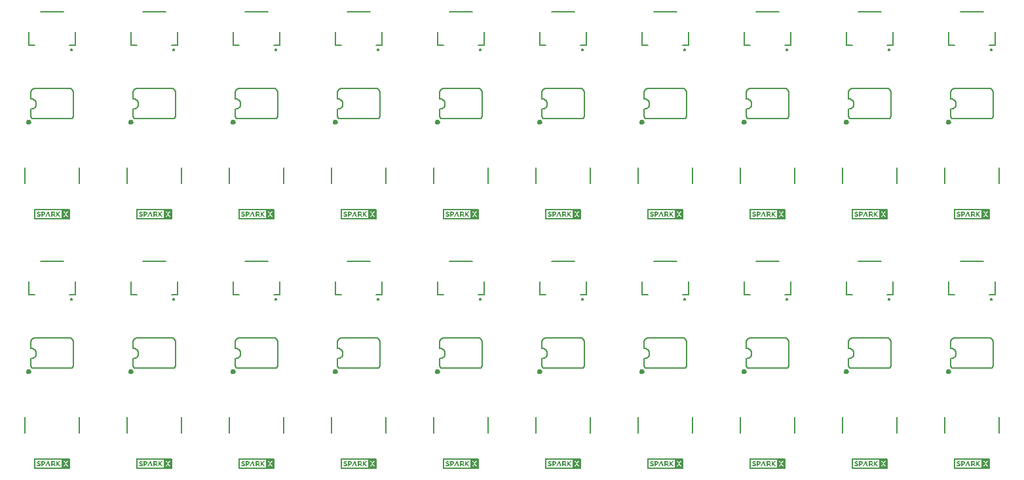
<source format=gto>
G04 EAGLE Gerber RS-274X export*
G75*
%MOMM*%
%FSLAX34Y34*%
%LPD*%
%INSilkscreen Top*%
%IPPOS*%
%AMOC8*
5,1,8,0,0,1.08239X$1,22.5*%
G01*
%ADD10C,0.203200*%
%ADD11C,0.152400*%

G36*
X61007Y367674D02*
X61007Y367674D01*
X61002Y367682D01*
X61009Y367687D01*
X61009Y380343D01*
X60973Y380390D01*
X60966Y380384D01*
X60960Y380392D01*
X15240Y380392D01*
X15193Y380356D01*
X15198Y380348D01*
X15191Y380343D01*
X15191Y367687D01*
X15227Y367640D01*
X15234Y367646D01*
X15240Y367638D01*
X60960Y367638D01*
X61007Y367674D01*
G37*
G36*
X193087Y45094D02*
X193087Y45094D01*
X193082Y45102D01*
X193089Y45107D01*
X193089Y57763D01*
X193053Y57810D01*
X193046Y57804D01*
X193040Y57812D01*
X147320Y57812D01*
X147273Y57776D01*
X147278Y57768D01*
X147271Y57763D01*
X147271Y45107D01*
X147307Y45060D01*
X147314Y45066D01*
X147320Y45058D01*
X193040Y45058D01*
X193087Y45094D01*
G37*
G36*
X1249727Y45094D02*
X1249727Y45094D01*
X1249722Y45102D01*
X1249729Y45107D01*
X1249729Y57763D01*
X1249693Y57810D01*
X1249686Y57804D01*
X1249680Y57812D01*
X1203960Y57812D01*
X1203913Y57776D01*
X1203918Y57768D01*
X1203911Y57763D01*
X1203911Y45107D01*
X1203947Y45060D01*
X1203954Y45066D01*
X1203960Y45058D01*
X1249680Y45058D01*
X1249727Y45094D01*
G37*
G36*
X589327Y45094D02*
X589327Y45094D01*
X589322Y45102D01*
X589329Y45107D01*
X589329Y57763D01*
X589293Y57810D01*
X589286Y57804D01*
X589280Y57812D01*
X543560Y57812D01*
X543513Y57776D01*
X543518Y57768D01*
X543511Y57763D01*
X543511Y45107D01*
X543547Y45060D01*
X543554Y45066D01*
X543560Y45058D01*
X589280Y45058D01*
X589327Y45094D01*
G37*
G36*
X985567Y367674D02*
X985567Y367674D01*
X985562Y367682D01*
X985569Y367687D01*
X985569Y380343D01*
X985533Y380390D01*
X985526Y380384D01*
X985520Y380392D01*
X939800Y380392D01*
X939753Y380356D01*
X939758Y380348D01*
X939751Y380343D01*
X939751Y367687D01*
X939787Y367640D01*
X939794Y367646D01*
X939800Y367638D01*
X985520Y367638D01*
X985567Y367674D01*
G37*
G36*
X60973Y57810D02*
X60973Y57810D01*
X60966Y57804D01*
X60960Y57812D01*
X15240Y57812D01*
X15193Y57776D01*
X15198Y57768D01*
X15191Y57763D01*
X15191Y45107D01*
X15227Y45060D01*
X15234Y45066D01*
X15240Y45058D01*
X60960Y45058D01*
X61007Y45094D01*
X61002Y45102D01*
X61009Y45107D01*
X61009Y57763D01*
X60973Y57810D01*
G37*
G36*
X985567Y45094D02*
X985567Y45094D01*
X985562Y45102D01*
X985569Y45107D01*
X985569Y57763D01*
X985533Y57810D01*
X985526Y57804D01*
X985520Y57812D01*
X939800Y57812D01*
X939753Y57776D01*
X939758Y57768D01*
X939751Y57763D01*
X939751Y45107D01*
X939787Y45060D01*
X939794Y45066D01*
X939800Y45058D01*
X985520Y45058D01*
X985567Y45094D01*
G37*
G36*
X853487Y45094D02*
X853487Y45094D01*
X853482Y45102D01*
X853489Y45107D01*
X853489Y57763D01*
X853453Y57810D01*
X853446Y57804D01*
X853440Y57812D01*
X807720Y57812D01*
X807673Y57776D01*
X807678Y57768D01*
X807671Y57763D01*
X807671Y45107D01*
X807707Y45060D01*
X807714Y45066D01*
X807720Y45058D01*
X853440Y45058D01*
X853487Y45094D01*
G37*
G36*
X457247Y45094D02*
X457247Y45094D01*
X457242Y45102D01*
X457249Y45107D01*
X457249Y57763D01*
X457213Y57810D01*
X457206Y57804D01*
X457200Y57812D01*
X411480Y57812D01*
X411433Y57776D01*
X411438Y57768D01*
X411431Y57763D01*
X411431Y45107D01*
X411467Y45060D01*
X411474Y45066D01*
X411480Y45058D01*
X457200Y45058D01*
X457247Y45094D01*
G37*
G36*
X1117647Y45094D02*
X1117647Y45094D01*
X1117642Y45102D01*
X1117649Y45107D01*
X1117649Y57763D01*
X1117613Y57810D01*
X1117606Y57804D01*
X1117600Y57812D01*
X1071880Y57812D01*
X1071833Y57776D01*
X1071838Y57768D01*
X1071831Y57763D01*
X1071831Y45107D01*
X1071867Y45060D01*
X1071874Y45066D01*
X1071880Y45058D01*
X1117600Y45058D01*
X1117647Y45094D01*
G37*
G36*
X721407Y367674D02*
X721407Y367674D01*
X721402Y367682D01*
X721409Y367687D01*
X721409Y380343D01*
X721373Y380390D01*
X721366Y380384D01*
X721360Y380392D01*
X675640Y380392D01*
X675593Y380356D01*
X675598Y380348D01*
X675591Y380343D01*
X675591Y367687D01*
X675627Y367640D01*
X675634Y367646D01*
X675640Y367638D01*
X721360Y367638D01*
X721407Y367674D01*
G37*
G36*
X589327Y367674D02*
X589327Y367674D01*
X589322Y367682D01*
X589329Y367687D01*
X589329Y380343D01*
X589293Y380390D01*
X589286Y380384D01*
X589280Y380392D01*
X543560Y380392D01*
X543513Y380356D01*
X543518Y380348D01*
X543511Y380343D01*
X543511Y367687D01*
X543547Y367640D01*
X543554Y367646D01*
X543560Y367638D01*
X589280Y367638D01*
X589327Y367674D01*
G37*
G36*
X1249727Y367674D02*
X1249727Y367674D01*
X1249722Y367682D01*
X1249729Y367687D01*
X1249729Y380343D01*
X1249693Y380390D01*
X1249686Y380384D01*
X1249680Y380392D01*
X1203960Y380392D01*
X1203913Y380356D01*
X1203918Y380348D01*
X1203911Y380343D01*
X1203911Y367687D01*
X1203947Y367640D01*
X1203954Y367646D01*
X1203960Y367638D01*
X1249680Y367638D01*
X1249727Y367674D01*
G37*
G36*
X325167Y367674D02*
X325167Y367674D01*
X325162Y367682D01*
X325169Y367687D01*
X325169Y380343D01*
X325133Y380390D01*
X325126Y380384D01*
X325120Y380392D01*
X279400Y380392D01*
X279353Y380356D01*
X279358Y380348D01*
X279351Y380343D01*
X279351Y367687D01*
X279387Y367640D01*
X279394Y367646D01*
X279400Y367638D01*
X325120Y367638D01*
X325167Y367674D01*
G37*
G36*
X1117647Y367674D02*
X1117647Y367674D01*
X1117642Y367682D01*
X1117649Y367687D01*
X1117649Y380343D01*
X1117613Y380390D01*
X1117606Y380384D01*
X1117600Y380392D01*
X1071880Y380392D01*
X1071833Y380356D01*
X1071838Y380348D01*
X1071831Y380343D01*
X1071831Y367687D01*
X1071867Y367640D01*
X1071874Y367646D01*
X1071880Y367638D01*
X1117600Y367638D01*
X1117647Y367674D01*
G37*
G36*
X193087Y367674D02*
X193087Y367674D01*
X193082Y367682D01*
X193089Y367687D01*
X193089Y380343D01*
X193053Y380390D01*
X193046Y380384D01*
X193040Y380392D01*
X147320Y380392D01*
X147273Y380356D01*
X147278Y380348D01*
X147271Y380343D01*
X147271Y367687D01*
X147307Y367640D01*
X147314Y367646D01*
X147320Y367638D01*
X193040Y367638D01*
X193087Y367674D01*
G37*
G36*
X853487Y367674D02*
X853487Y367674D01*
X853482Y367682D01*
X853489Y367687D01*
X853489Y380343D01*
X853453Y380390D01*
X853446Y380384D01*
X853440Y380392D01*
X807720Y380392D01*
X807673Y380356D01*
X807678Y380348D01*
X807671Y380343D01*
X807671Y367687D01*
X807707Y367640D01*
X807714Y367646D01*
X807720Y367638D01*
X853440Y367638D01*
X853487Y367674D01*
G37*
G36*
X457247Y367674D02*
X457247Y367674D01*
X457242Y367682D01*
X457249Y367687D01*
X457249Y380343D01*
X457213Y380390D01*
X457206Y380384D01*
X457200Y380392D01*
X411480Y380392D01*
X411433Y380356D01*
X411438Y380348D01*
X411431Y380343D01*
X411431Y367687D01*
X411467Y367640D01*
X411474Y367646D01*
X411480Y367638D01*
X457200Y367638D01*
X457247Y367674D01*
G37*
G36*
X325167Y45094D02*
X325167Y45094D01*
X325162Y45102D01*
X325169Y45107D01*
X325169Y57763D01*
X325133Y57810D01*
X325126Y57804D01*
X325120Y57812D01*
X279400Y57812D01*
X279353Y57776D01*
X279358Y57768D01*
X279351Y57763D01*
X279351Y45107D01*
X279387Y45060D01*
X279394Y45066D01*
X279400Y45058D01*
X325120Y45058D01*
X325167Y45094D01*
G37*
G36*
X721407Y45094D02*
X721407Y45094D01*
X721402Y45102D01*
X721409Y45107D01*
X721409Y57763D01*
X721373Y57810D01*
X721366Y57804D01*
X721360Y57812D01*
X675640Y57812D01*
X675593Y57776D01*
X675598Y57768D01*
X675591Y57763D01*
X675591Y45107D01*
X675627Y45060D01*
X675634Y45066D01*
X675640Y45058D01*
X721360Y45058D01*
X721407Y45094D01*
G37*
%LPC*%
G36*
X16464Y368912D02*
X16464Y368912D01*
X16464Y379118D01*
X50697Y379118D01*
X50697Y368912D01*
X16464Y368912D01*
G37*
%LPD*%
%LPC*%
G36*
X808944Y368912D02*
X808944Y368912D01*
X808944Y379118D01*
X843177Y379118D01*
X843177Y368912D01*
X808944Y368912D01*
G37*
%LPD*%
%LPC*%
G36*
X412704Y368912D02*
X412704Y368912D01*
X412704Y379118D01*
X446937Y379118D01*
X446937Y368912D01*
X412704Y368912D01*
G37*
%LPD*%
%LPC*%
G36*
X1205184Y368912D02*
X1205184Y368912D01*
X1205184Y379118D01*
X1239417Y379118D01*
X1239417Y368912D01*
X1205184Y368912D01*
G37*
%LPD*%
%LPC*%
G36*
X148544Y368912D02*
X148544Y368912D01*
X148544Y379118D01*
X182777Y379118D01*
X182777Y368912D01*
X148544Y368912D01*
G37*
%LPD*%
%LPC*%
G36*
X676864Y368912D02*
X676864Y368912D01*
X676864Y379118D01*
X711097Y379118D01*
X711097Y368912D01*
X676864Y368912D01*
G37*
%LPD*%
%LPC*%
G36*
X280624Y368912D02*
X280624Y368912D01*
X280624Y379118D01*
X314857Y379118D01*
X314857Y368912D01*
X280624Y368912D01*
G37*
%LPD*%
%LPC*%
G36*
X941024Y368912D02*
X941024Y368912D01*
X941024Y379118D01*
X975257Y379118D01*
X975257Y368912D01*
X941024Y368912D01*
G37*
%LPD*%
%LPC*%
G36*
X1073104Y368912D02*
X1073104Y368912D01*
X1073104Y379118D01*
X1107337Y379118D01*
X1107337Y368912D01*
X1073104Y368912D01*
G37*
%LPD*%
%LPC*%
G36*
X544784Y368912D02*
X544784Y368912D01*
X544784Y379118D01*
X579017Y379118D01*
X579017Y368912D01*
X544784Y368912D01*
G37*
%LPD*%
%LPC*%
G36*
X148544Y46332D02*
X148544Y46332D01*
X148544Y56538D01*
X182777Y56538D01*
X182777Y46332D01*
X148544Y46332D01*
G37*
%LPD*%
%LPC*%
G36*
X808944Y46332D02*
X808944Y46332D01*
X808944Y56538D01*
X843177Y56538D01*
X843177Y46332D01*
X808944Y46332D01*
G37*
%LPD*%
%LPC*%
G36*
X676864Y46332D02*
X676864Y46332D01*
X676864Y56538D01*
X711097Y56538D01*
X711097Y46332D01*
X676864Y46332D01*
G37*
%LPD*%
%LPC*%
G36*
X16464Y46332D02*
X16464Y46332D01*
X16464Y56538D01*
X50697Y56538D01*
X50697Y46332D01*
X16464Y46332D01*
G37*
%LPD*%
%LPC*%
G36*
X941024Y46332D02*
X941024Y46332D01*
X941024Y56538D01*
X975257Y56538D01*
X975257Y46332D01*
X941024Y46332D01*
G37*
%LPD*%
%LPC*%
G36*
X544784Y46332D02*
X544784Y46332D01*
X544784Y56538D01*
X579017Y56538D01*
X579017Y46332D01*
X544784Y46332D01*
G37*
%LPD*%
%LPC*%
G36*
X1073104Y46332D02*
X1073104Y46332D01*
X1073104Y56538D01*
X1107337Y56538D01*
X1107337Y46332D01*
X1073104Y46332D01*
G37*
%LPD*%
%LPC*%
G36*
X280624Y46332D02*
X280624Y46332D01*
X280624Y56538D01*
X314857Y56538D01*
X314857Y46332D01*
X280624Y46332D01*
G37*
%LPD*%
%LPC*%
G36*
X412704Y46332D02*
X412704Y46332D01*
X412704Y56538D01*
X446937Y56538D01*
X446937Y46332D01*
X412704Y46332D01*
G37*
%LPD*%
%LPC*%
G36*
X1205184Y46332D02*
X1205184Y46332D01*
X1205184Y56538D01*
X1239417Y56538D01*
X1239417Y46332D01*
X1205184Y46332D01*
G37*
%LPD*%
G36*
X8645Y489970D02*
X8645Y489970D01*
X8647Y489972D01*
X8648Y489971D01*
X9319Y490206D01*
X9320Y490207D01*
X9321Y490207D01*
X9923Y490585D01*
X9924Y490587D01*
X9926Y490587D01*
X10428Y491089D01*
X10428Y491091D01*
X10430Y491092D01*
X10808Y491694D01*
X10808Y491695D01*
X10809Y491696D01*
X11044Y492367D01*
X11044Y492369D01*
X11045Y492370D01*
X11124Y493076D01*
X11124Y493077D01*
X11123Y493078D01*
X11124Y493079D01*
X11045Y493785D01*
X11043Y493787D01*
X11044Y493788D01*
X10809Y494459D01*
X10808Y494460D01*
X10808Y494461D01*
X10430Y495063D01*
X10428Y495064D01*
X10428Y495066D01*
X9926Y495568D01*
X9924Y495568D01*
X9923Y495570D01*
X9321Y495948D01*
X9320Y495948D01*
X9319Y495949D01*
X8648Y496184D01*
X8646Y496184D01*
X8645Y496185D01*
X7939Y496264D01*
X7937Y496263D01*
X7936Y496264D01*
X7230Y496185D01*
X7228Y496183D01*
X7227Y496184D01*
X6556Y495949D01*
X6555Y495948D01*
X6554Y495948D01*
X5952Y495570D01*
X5951Y495568D01*
X5949Y495568D01*
X5447Y495066D01*
X5447Y495064D01*
X5445Y495063D01*
X5067Y494461D01*
X5067Y494460D01*
X5066Y494459D01*
X4831Y493788D01*
X4832Y493786D01*
X4830Y493785D01*
X4751Y493079D01*
X4752Y493077D01*
X4751Y493076D01*
X4830Y492370D01*
X4832Y492368D01*
X4831Y492367D01*
X5066Y491696D01*
X5067Y491695D01*
X5067Y491694D01*
X5445Y491092D01*
X5447Y491091D01*
X5447Y491089D01*
X5949Y490587D01*
X5951Y490587D01*
X5952Y490585D01*
X6554Y490207D01*
X6555Y490207D01*
X6556Y490206D01*
X7227Y489971D01*
X7229Y489972D01*
X7230Y489970D01*
X7936Y489891D01*
X7938Y489892D01*
X7939Y489891D01*
X8645Y489970D01*
G37*
G36*
X933205Y489970D02*
X933205Y489970D01*
X933207Y489972D01*
X933208Y489971D01*
X933879Y490206D01*
X933880Y490207D01*
X933881Y490207D01*
X934483Y490585D01*
X934484Y490587D01*
X934486Y490587D01*
X934988Y491089D01*
X934988Y491091D01*
X934990Y491092D01*
X935368Y491694D01*
X935368Y491695D01*
X935369Y491696D01*
X935604Y492367D01*
X935604Y492369D01*
X935605Y492370D01*
X935684Y493076D01*
X935684Y493077D01*
X935683Y493078D01*
X935684Y493079D01*
X935605Y493785D01*
X935603Y493787D01*
X935604Y493788D01*
X935369Y494459D01*
X935368Y494460D01*
X935368Y494461D01*
X934990Y495063D01*
X934988Y495064D01*
X934988Y495066D01*
X934486Y495568D01*
X934484Y495568D01*
X934483Y495570D01*
X933881Y495948D01*
X933880Y495948D01*
X933879Y495949D01*
X933208Y496184D01*
X933206Y496184D01*
X933205Y496185D01*
X932499Y496264D01*
X932497Y496263D01*
X932496Y496264D01*
X931790Y496185D01*
X931788Y496183D01*
X931787Y496184D01*
X931116Y495949D01*
X931115Y495948D01*
X931114Y495948D01*
X930512Y495570D01*
X930511Y495568D01*
X930509Y495568D01*
X930007Y495066D01*
X930007Y495064D01*
X930005Y495063D01*
X929627Y494461D01*
X929627Y494460D01*
X929626Y494459D01*
X929391Y493788D01*
X929392Y493786D01*
X929390Y493785D01*
X929311Y493079D01*
X929312Y493077D01*
X929311Y493076D01*
X929390Y492370D01*
X929392Y492368D01*
X929391Y492367D01*
X929626Y491696D01*
X929627Y491695D01*
X929627Y491694D01*
X930005Y491092D01*
X930007Y491091D01*
X930007Y491089D01*
X930509Y490587D01*
X930511Y490587D01*
X930512Y490585D01*
X931114Y490207D01*
X931115Y490207D01*
X931116Y490206D01*
X931787Y489971D01*
X931789Y489972D01*
X931790Y489970D01*
X932496Y489891D01*
X932498Y489892D01*
X932499Y489891D01*
X933205Y489970D01*
G37*
G36*
X1197365Y489970D02*
X1197365Y489970D01*
X1197367Y489972D01*
X1197368Y489971D01*
X1198039Y490206D01*
X1198040Y490207D01*
X1198041Y490207D01*
X1198643Y490585D01*
X1198644Y490587D01*
X1198646Y490587D01*
X1199148Y491089D01*
X1199148Y491091D01*
X1199150Y491092D01*
X1199528Y491694D01*
X1199528Y491695D01*
X1199529Y491696D01*
X1199764Y492367D01*
X1199764Y492369D01*
X1199765Y492370D01*
X1199844Y493076D01*
X1199844Y493077D01*
X1199843Y493078D01*
X1199844Y493079D01*
X1199765Y493785D01*
X1199763Y493787D01*
X1199764Y493788D01*
X1199529Y494459D01*
X1199528Y494460D01*
X1199528Y494461D01*
X1199150Y495063D01*
X1199148Y495064D01*
X1199148Y495066D01*
X1198646Y495568D01*
X1198644Y495568D01*
X1198643Y495570D01*
X1198041Y495948D01*
X1198040Y495948D01*
X1198039Y495949D01*
X1197368Y496184D01*
X1197366Y496184D01*
X1197365Y496185D01*
X1196659Y496264D01*
X1196657Y496263D01*
X1196656Y496264D01*
X1195950Y496185D01*
X1195948Y496183D01*
X1195947Y496184D01*
X1195276Y495949D01*
X1195275Y495948D01*
X1195274Y495948D01*
X1194672Y495570D01*
X1194671Y495568D01*
X1194669Y495568D01*
X1194167Y495066D01*
X1194167Y495064D01*
X1194165Y495063D01*
X1193787Y494461D01*
X1193787Y494460D01*
X1193786Y494459D01*
X1193551Y493788D01*
X1193552Y493786D01*
X1193550Y493785D01*
X1193471Y493079D01*
X1193472Y493077D01*
X1193471Y493076D01*
X1193550Y492370D01*
X1193552Y492368D01*
X1193551Y492367D01*
X1193786Y491696D01*
X1193787Y491695D01*
X1193787Y491694D01*
X1194165Y491092D01*
X1194167Y491091D01*
X1194167Y491089D01*
X1194669Y490587D01*
X1194671Y490587D01*
X1194672Y490585D01*
X1195274Y490207D01*
X1195275Y490207D01*
X1195276Y490206D01*
X1195947Y489971D01*
X1195949Y489972D01*
X1195950Y489970D01*
X1196656Y489891D01*
X1196658Y489892D01*
X1196659Y489891D01*
X1197365Y489970D01*
G37*
G36*
X272805Y489970D02*
X272805Y489970D01*
X272807Y489972D01*
X272808Y489971D01*
X273479Y490206D01*
X273480Y490207D01*
X273481Y490207D01*
X274083Y490585D01*
X274084Y490587D01*
X274086Y490587D01*
X274588Y491089D01*
X274588Y491091D01*
X274590Y491092D01*
X274968Y491694D01*
X274968Y491695D01*
X274969Y491696D01*
X275204Y492367D01*
X275204Y492369D01*
X275205Y492370D01*
X275284Y493076D01*
X275284Y493077D01*
X275283Y493078D01*
X275284Y493079D01*
X275205Y493785D01*
X275203Y493787D01*
X275204Y493788D01*
X274969Y494459D01*
X274968Y494460D01*
X274968Y494461D01*
X274590Y495063D01*
X274588Y495064D01*
X274588Y495066D01*
X274086Y495568D01*
X274084Y495568D01*
X274083Y495570D01*
X273481Y495948D01*
X273480Y495948D01*
X273479Y495949D01*
X272808Y496184D01*
X272806Y496184D01*
X272805Y496185D01*
X272099Y496264D01*
X272097Y496263D01*
X272096Y496264D01*
X271390Y496185D01*
X271388Y496183D01*
X271387Y496184D01*
X270716Y495949D01*
X270715Y495948D01*
X270714Y495948D01*
X270112Y495570D01*
X270111Y495568D01*
X270109Y495568D01*
X269607Y495066D01*
X269607Y495064D01*
X269605Y495063D01*
X269227Y494461D01*
X269227Y494460D01*
X269226Y494459D01*
X268991Y493788D01*
X268992Y493786D01*
X268990Y493785D01*
X268911Y493079D01*
X268912Y493077D01*
X268911Y493076D01*
X268990Y492370D01*
X268992Y492368D01*
X268991Y492367D01*
X269226Y491696D01*
X269227Y491695D01*
X269227Y491694D01*
X269605Y491092D01*
X269607Y491091D01*
X269607Y491089D01*
X270109Y490587D01*
X270111Y490587D01*
X270112Y490585D01*
X270714Y490207D01*
X270715Y490207D01*
X270716Y490206D01*
X271387Y489971D01*
X271389Y489972D01*
X271390Y489970D01*
X272096Y489891D01*
X272098Y489892D01*
X272099Y489891D01*
X272805Y489970D01*
G37*
G36*
X404885Y489970D02*
X404885Y489970D01*
X404887Y489972D01*
X404888Y489971D01*
X405559Y490206D01*
X405560Y490207D01*
X405561Y490207D01*
X406163Y490585D01*
X406164Y490587D01*
X406166Y490587D01*
X406668Y491089D01*
X406668Y491091D01*
X406670Y491092D01*
X407048Y491694D01*
X407048Y491695D01*
X407049Y491696D01*
X407284Y492367D01*
X407284Y492369D01*
X407285Y492370D01*
X407364Y493076D01*
X407364Y493077D01*
X407363Y493078D01*
X407364Y493079D01*
X407285Y493785D01*
X407283Y493787D01*
X407284Y493788D01*
X407049Y494459D01*
X407048Y494460D01*
X407048Y494461D01*
X406670Y495063D01*
X406668Y495064D01*
X406668Y495066D01*
X406166Y495568D01*
X406164Y495568D01*
X406163Y495570D01*
X405561Y495948D01*
X405560Y495948D01*
X405559Y495949D01*
X404888Y496184D01*
X404886Y496184D01*
X404885Y496185D01*
X404179Y496264D01*
X404177Y496263D01*
X404176Y496264D01*
X403470Y496185D01*
X403468Y496183D01*
X403467Y496184D01*
X402796Y495949D01*
X402795Y495948D01*
X402794Y495948D01*
X402192Y495570D01*
X402191Y495568D01*
X402189Y495568D01*
X401687Y495066D01*
X401687Y495064D01*
X401685Y495063D01*
X401307Y494461D01*
X401307Y494460D01*
X401306Y494459D01*
X401071Y493788D01*
X401072Y493786D01*
X401070Y493785D01*
X400991Y493079D01*
X400992Y493077D01*
X400991Y493076D01*
X401070Y492370D01*
X401072Y492368D01*
X401071Y492367D01*
X401306Y491696D01*
X401307Y491695D01*
X401307Y491694D01*
X401685Y491092D01*
X401687Y491091D01*
X401687Y491089D01*
X402189Y490587D01*
X402191Y490587D01*
X402192Y490585D01*
X402794Y490207D01*
X402795Y490207D01*
X402796Y490206D01*
X403467Y489971D01*
X403469Y489972D01*
X403470Y489970D01*
X404176Y489891D01*
X404178Y489892D01*
X404179Y489891D01*
X404885Y489970D01*
G37*
G36*
X669045Y489970D02*
X669045Y489970D01*
X669047Y489972D01*
X669048Y489971D01*
X669719Y490206D01*
X669720Y490207D01*
X669721Y490207D01*
X670323Y490585D01*
X670324Y490587D01*
X670326Y490587D01*
X670828Y491089D01*
X670828Y491091D01*
X670830Y491092D01*
X671208Y491694D01*
X671208Y491695D01*
X671209Y491696D01*
X671444Y492367D01*
X671444Y492369D01*
X671445Y492370D01*
X671524Y493076D01*
X671524Y493077D01*
X671523Y493078D01*
X671524Y493079D01*
X671445Y493785D01*
X671443Y493787D01*
X671444Y493788D01*
X671209Y494459D01*
X671208Y494460D01*
X671208Y494461D01*
X670830Y495063D01*
X670828Y495064D01*
X670828Y495066D01*
X670326Y495568D01*
X670324Y495568D01*
X670323Y495570D01*
X669721Y495948D01*
X669720Y495948D01*
X669719Y495949D01*
X669048Y496184D01*
X669046Y496184D01*
X669045Y496185D01*
X668339Y496264D01*
X668337Y496263D01*
X668336Y496264D01*
X667630Y496185D01*
X667628Y496183D01*
X667627Y496184D01*
X666956Y495949D01*
X666955Y495948D01*
X666954Y495948D01*
X666352Y495570D01*
X666351Y495568D01*
X666349Y495568D01*
X665847Y495066D01*
X665847Y495064D01*
X665845Y495063D01*
X665467Y494461D01*
X665467Y494460D01*
X665466Y494459D01*
X665231Y493788D01*
X665232Y493786D01*
X665230Y493785D01*
X665151Y493079D01*
X665152Y493077D01*
X665151Y493076D01*
X665230Y492370D01*
X665232Y492368D01*
X665231Y492367D01*
X665466Y491696D01*
X665467Y491695D01*
X665467Y491694D01*
X665845Y491092D01*
X665847Y491091D01*
X665847Y491089D01*
X666349Y490587D01*
X666351Y490587D01*
X666352Y490585D01*
X666954Y490207D01*
X666955Y490207D01*
X666956Y490206D01*
X667627Y489971D01*
X667629Y489972D01*
X667630Y489970D01*
X668336Y489891D01*
X668338Y489892D01*
X668339Y489891D01*
X669045Y489970D01*
G37*
G36*
X801125Y489970D02*
X801125Y489970D01*
X801127Y489972D01*
X801128Y489971D01*
X801799Y490206D01*
X801800Y490207D01*
X801801Y490207D01*
X802403Y490585D01*
X802404Y490587D01*
X802406Y490587D01*
X802908Y491089D01*
X802908Y491091D01*
X802910Y491092D01*
X803288Y491694D01*
X803288Y491695D01*
X803289Y491696D01*
X803524Y492367D01*
X803524Y492369D01*
X803525Y492370D01*
X803604Y493076D01*
X803604Y493077D01*
X803603Y493078D01*
X803604Y493079D01*
X803525Y493785D01*
X803523Y493787D01*
X803524Y493788D01*
X803289Y494459D01*
X803288Y494460D01*
X803288Y494461D01*
X802910Y495063D01*
X802908Y495064D01*
X802908Y495066D01*
X802406Y495568D01*
X802404Y495568D01*
X802403Y495570D01*
X801801Y495948D01*
X801800Y495948D01*
X801799Y495949D01*
X801128Y496184D01*
X801126Y496184D01*
X801125Y496185D01*
X800419Y496264D01*
X800417Y496263D01*
X800416Y496264D01*
X799710Y496185D01*
X799708Y496183D01*
X799707Y496184D01*
X799036Y495949D01*
X799035Y495948D01*
X799034Y495948D01*
X798432Y495570D01*
X798431Y495568D01*
X798429Y495568D01*
X797927Y495066D01*
X797927Y495064D01*
X797925Y495063D01*
X797547Y494461D01*
X797547Y494460D01*
X797546Y494459D01*
X797311Y493788D01*
X797312Y493786D01*
X797310Y493785D01*
X797231Y493079D01*
X797232Y493077D01*
X797231Y493076D01*
X797310Y492370D01*
X797312Y492368D01*
X797311Y492367D01*
X797546Y491696D01*
X797547Y491695D01*
X797547Y491694D01*
X797925Y491092D01*
X797927Y491091D01*
X797927Y491089D01*
X798429Y490587D01*
X798431Y490587D01*
X798432Y490585D01*
X799034Y490207D01*
X799035Y490207D01*
X799036Y490206D01*
X799707Y489971D01*
X799709Y489972D01*
X799710Y489970D01*
X800416Y489891D01*
X800418Y489892D01*
X800419Y489891D01*
X801125Y489970D01*
G37*
G36*
X536965Y489970D02*
X536965Y489970D01*
X536967Y489972D01*
X536968Y489971D01*
X537639Y490206D01*
X537640Y490207D01*
X537641Y490207D01*
X538243Y490585D01*
X538244Y490587D01*
X538246Y490587D01*
X538748Y491089D01*
X538748Y491091D01*
X538750Y491092D01*
X539128Y491694D01*
X539128Y491695D01*
X539129Y491696D01*
X539364Y492367D01*
X539364Y492369D01*
X539365Y492370D01*
X539444Y493076D01*
X539444Y493077D01*
X539443Y493078D01*
X539444Y493079D01*
X539365Y493785D01*
X539363Y493787D01*
X539364Y493788D01*
X539129Y494459D01*
X539128Y494460D01*
X539128Y494461D01*
X538750Y495063D01*
X538748Y495064D01*
X538748Y495066D01*
X538246Y495568D01*
X538244Y495568D01*
X538243Y495570D01*
X537641Y495948D01*
X537640Y495948D01*
X537639Y495949D01*
X536968Y496184D01*
X536966Y496184D01*
X536965Y496185D01*
X536259Y496264D01*
X536257Y496263D01*
X536256Y496264D01*
X535550Y496185D01*
X535548Y496183D01*
X535547Y496184D01*
X534876Y495949D01*
X534875Y495948D01*
X534874Y495948D01*
X534272Y495570D01*
X534271Y495568D01*
X534269Y495568D01*
X533767Y495066D01*
X533767Y495064D01*
X533765Y495063D01*
X533387Y494461D01*
X533387Y494460D01*
X533386Y494459D01*
X533151Y493788D01*
X533152Y493786D01*
X533150Y493785D01*
X533071Y493079D01*
X533072Y493077D01*
X533071Y493076D01*
X533150Y492370D01*
X533152Y492368D01*
X533151Y492367D01*
X533386Y491696D01*
X533387Y491695D01*
X533387Y491694D01*
X533765Y491092D01*
X533767Y491091D01*
X533767Y491089D01*
X534269Y490587D01*
X534271Y490587D01*
X534272Y490585D01*
X534874Y490207D01*
X534875Y490207D01*
X534876Y490206D01*
X535547Y489971D01*
X535549Y489972D01*
X535550Y489970D01*
X536256Y489891D01*
X536258Y489892D01*
X536259Y489891D01*
X536965Y489970D01*
G37*
G36*
X140725Y489970D02*
X140725Y489970D01*
X140727Y489972D01*
X140728Y489971D01*
X141399Y490206D01*
X141400Y490207D01*
X141401Y490207D01*
X142003Y490585D01*
X142004Y490587D01*
X142006Y490587D01*
X142508Y491089D01*
X142508Y491091D01*
X142510Y491092D01*
X142888Y491694D01*
X142888Y491695D01*
X142889Y491696D01*
X143124Y492367D01*
X143124Y492369D01*
X143125Y492370D01*
X143204Y493076D01*
X143204Y493077D01*
X143203Y493078D01*
X143204Y493079D01*
X143125Y493785D01*
X143123Y493787D01*
X143124Y493788D01*
X142889Y494459D01*
X142888Y494460D01*
X142888Y494461D01*
X142510Y495063D01*
X142508Y495064D01*
X142508Y495066D01*
X142006Y495568D01*
X142004Y495568D01*
X142003Y495570D01*
X141401Y495948D01*
X141400Y495948D01*
X141399Y495949D01*
X140728Y496184D01*
X140726Y496184D01*
X140725Y496185D01*
X140019Y496264D01*
X140017Y496263D01*
X140016Y496264D01*
X139310Y496185D01*
X139308Y496183D01*
X139307Y496184D01*
X138636Y495949D01*
X138635Y495948D01*
X138634Y495948D01*
X138032Y495570D01*
X138031Y495568D01*
X138029Y495568D01*
X137527Y495066D01*
X137527Y495064D01*
X137525Y495063D01*
X137147Y494461D01*
X137147Y494460D01*
X137146Y494459D01*
X136911Y493788D01*
X136912Y493786D01*
X136910Y493785D01*
X136831Y493079D01*
X136832Y493077D01*
X136831Y493076D01*
X136910Y492370D01*
X136912Y492368D01*
X136911Y492367D01*
X137146Y491696D01*
X137147Y491695D01*
X137147Y491694D01*
X137525Y491092D01*
X137527Y491091D01*
X137527Y491089D01*
X138029Y490587D01*
X138031Y490587D01*
X138032Y490585D01*
X138634Y490207D01*
X138635Y490207D01*
X138636Y490206D01*
X139307Y489971D01*
X139309Y489972D01*
X139310Y489970D01*
X140016Y489891D01*
X140018Y489892D01*
X140019Y489891D01*
X140725Y489970D01*
G37*
G36*
X1065285Y489970D02*
X1065285Y489970D01*
X1065287Y489972D01*
X1065288Y489971D01*
X1065959Y490206D01*
X1065960Y490207D01*
X1065961Y490207D01*
X1066563Y490585D01*
X1066564Y490587D01*
X1066566Y490587D01*
X1067068Y491089D01*
X1067068Y491091D01*
X1067070Y491092D01*
X1067448Y491694D01*
X1067448Y491695D01*
X1067449Y491696D01*
X1067684Y492367D01*
X1067684Y492369D01*
X1067685Y492370D01*
X1067764Y493076D01*
X1067764Y493077D01*
X1067763Y493078D01*
X1067764Y493079D01*
X1067685Y493785D01*
X1067683Y493787D01*
X1067684Y493788D01*
X1067449Y494459D01*
X1067448Y494460D01*
X1067448Y494461D01*
X1067070Y495063D01*
X1067068Y495064D01*
X1067068Y495066D01*
X1066566Y495568D01*
X1066564Y495568D01*
X1066563Y495570D01*
X1065961Y495948D01*
X1065960Y495948D01*
X1065959Y495949D01*
X1065288Y496184D01*
X1065286Y496184D01*
X1065285Y496185D01*
X1064579Y496264D01*
X1064577Y496263D01*
X1064576Y496264D01*
X1063870Y496185D01*
X1063868Y496183D01*
X1063867Y496184D01*
X1063196Y495949D01*
X1063195Y495948D01*
X1063194Y495948D01*
X1062592Y495570D01*
X1062591Y495568D01*
X1062589Y495568D01*
X1062087Y495066D01*
X1062087Y495064D01*
X1062085Y495063D01*
X1061707Y494461D01*
X1061707Y494460D01*
X1061706Y494459D01*
X1061471Y493788D01*
X1061472Y493786D01*
X1061470Y493785D01*
X1061391Y493079D01*
X1061392Y493077D01*
X1061391Y493076D01*
X1061470Y492370D01*
X1061472Y492368D01*
X1061471Y492367D01*
X1061706Y491696D01*
X1061707Y491695D01*
X1061707Y491694D01*
X1062085Y491092D01*
X1062087Y491091D01*
X1062087Y491089D01*
X1062589Y490587D01*
X1062591Y490587D01*
X1062592Y490585D01*
X1063194Y490207D01*
X1063195Y490207D01*
X1063196Y490206D01*
X1063867Y489971D01*
X1063869Y489972D01*
X1063870Y489970D01*
X1064576Y489891D01*
X1064578Y489892D01*
X1064579Y489891D01*
X1065285Y489970D01*
G37*
G36*
X933205Y167390D02*
X933205Y167390D01*
X933207Y167392D01*
X933208Y167391D01*
X933879Y167626D01*
X933880Y167627D01*
X933881Y167627D01*
X934483Y168005D01*
X934484Y168007D01*
X934486Y168007D01*
X934988Y168509D01*
X934988Y168511D01*
X934990Y168512D01*
X935368Y169114D01*
X935368Y169115D01*
X935369Y169116D01*
X935604Y169787D01*
X935604Y169789D01*
X935605Y169790D01*
X935684Y170496D01*
X935684Y170497D01*
X935683Y170498D01*
X935684Y170499D01*
X935605Y171205D01*
X935603Y171207D01*
X935604Y171208D01*
X935369Y171879D01*
X935368Y171880D01*
X935368Y171881D01*
X934990Y172483D01*
X934988Y172484D01*
X934988Y172486D01*
X934486Y172988D01*
X934484Y172988D01*
X934483Y172990D01*
X933881Y173368D01*
X933880Y173368D01*
X933879Y173369D01*
X933208Y173604D01*
X933206Y173604D01*
X933205Y173605D01*
X932499Y173684D01*
X932497Y173683D01*
X932496Y173684D01*
X931790Y173605D01*
X931788Y173603D01*
X931787Y173604D01*
X931116Y173369D01*
X931115Y173368D01*
X931114Y173368D01*
X930512Y172990D01*
X930511Y172988D01*
X930509Y172988D01*
X930007Y172486D01*
X930007Y172484D01*
X930005Y172483D01*
X929627Y171881D01*
X929627Y171880D01*
X929626Y171879D01*
X929391Y171208D01*
X929392Y171206D01*
X929390Y171205D01*
X929311Y170499D01*
X929312Y170497D01*
X929311Y170496D01*
X929390Y169790D01*
X929392Y169788D01*
X929391Y169787D01*
X929626Y169116D01*
X929627Y169115D01*
X929627Y169114D01*
X930005Y168512D01*
X930007Y168511D01*
X930007Y168509D01*
X930509Y168007D01*
X930511Y168007D01*
X930512Y168005D01*
X931114Y167627D01*
X931115Y167627D01*
X931116Y167626D01*
X931787Y167391D01*
X931789Y167392D01*
X931790Y167390D01*
X932496Y167311D01*
X932498Y167312D01*
X932499Y167311D01*
X933205Y167390D01*
G37*
G36*
X1197365Y167390D02*
X1197365Y167390D01*
X1197367Y167392D01*
X1197368Y167391D01*
X1198039Y167626D01*
X1198040Y167627D01*
X1198041Y167627D01*
X1198643Y168005D01*
X1198644Y168007D01*
X1198646Y168007D01*
X1199148Y168509D01*
X1199148Y168511D01*
X1199150Y168512D01*
X1199528Y169114D01*
X1199528Y169115D01*
X1199529Y169116D01*
X1199764Y169787D01*
X1199764Y169789D01*
X1199765Y169790D01*
X1199844Y170496D01*
X1199844Y170497D01*
X1199843Y170498D01*
X1199844Y170499D01*
X1199765Y171205D01*
X1199763Y171207D01*
X1199764Y171208D01*
X1199529Y171879D01*
X1199528Y171880D01*
X1199528Y171881D01*
X1199150Y172483D01*
X1199148Y172484D01*
X1199148Y172486D01*
X1198646Y172988D01*
X1198644Y172988D01*
X1198643Y172990D01*
X1198041Y173368D01*
X1198040Y173368D01*
X1198039Y173369D01*
X1197368Y173604D01*
X1197366Y173604D01*
X1197365Y173605D01*
X1196659Y173684D01*
X1196657Y173683D01*
X1196656Y173684D01*
X1195950Y173605D01*
X1195948Y173603D01*
X1195947Y173604D01*
X1195276Y173369D01*
X1195275Y173368D01*
X1195274Y173368D01*
X1194672Y172990D01*
X1194671Y172988D01*
X1194669Y172988D01*
X1194167Y172486D01*
X1194167Y172484D01*
X1194165Y172483D01*
X1193787Y171881D01*
X1193787Y171880D01*
X1193786Y171879D01*
X1193551Y171208D01*
X1193552Y171206D01*
X1193550Y171205D01*
X1193471Y170499D01*
X1193472Y170497D01*
X1193471Y170496D01*
X1193550Y169790D01*
X1193552Y169788D01*
X1193551Y169787D01*
X1193786Y169116D01*
X1193787Y169115D01*
X1193787Y169114D01*
X1194165Y168512D01*
X1194167Y168511D01*
X1194167Y168509D01*
X1194669Y168007D01*
X1194671Y168007D01*
X1194672Y168005D01*
X1195274Y167627D01*
X1195275Y167627D01*
X1195276Y167626D01*
X1195947Y167391D01*
X1195949Y167392D01*
X1195950Y167390D01*
X1196656Y167311D01*
X1196658Y167312D01*
X1196659Y167311D01*
X1197365Y167390D01*
G37*
G36*
X1065285Y167390D02*
X1065285Y167390D01*
X1065287Y167392D01*
X1065288Y167391D01*
X1065959Y167626D01*
X1065960Y167627D01*
X1065961Y167627D01*
X1066563Y168005D01*
X1066564Y168007D01*
X1066566Y168007D01*
X1067068Y168509D01*
X1067068Y168511D01*
X1067070Y168512D01*
X1067448Y169114D01*
X1067448Y169115D01*
X1067449Y169116D01*
X1067684Y169787D01*
X1067684Y169789D01*
X1067685Y169790D01*
X1067764Y170496D01*
X1067764Y170497D01*
X1067763Y170498D01*
X1067764Y170499D01*
X1067685Y171205D01*
X1067683Y171207D01*
X1067684Y171208D01*
X1067449Y171879D01*
X1067448Y171880D01*
X1067448Y171881D01*
X1067070Y172483D01*
X1067068Y172484D01*
X1067068Y172486D01*
X1066566Y172988D01*
X1066564Y172988D01*
X1066563Y172990D01*
X1065961Y173368D01*
X1065960Y173368D01*
X1065959Y173369D01*
X1065288Y173604D01*
X1065286Y173604D01*
X1065285Y173605D01*
X1064579Y173684D01*
X1064577Y173683D01*
X1064576Y173684D01*
X1063870Y173605D01*
X1063868Y173603D01*
X1063867Y173604D01*
X1063196Y173369D01*
X1063195Y173368D01*
X1063194Y173368D01*
X1062592Y172990D01*
X1062591Y172988D01*
X1062589Y172988D01*
X1062087Y172486D01*
X1062087Y172484D01*
X1062085Y172483D01*
X1061707Y171881D01*
X1061707Y171880D01*
X1061706Y171879D01*
X1061471Y171208D01*
X1061472Y171206D01*
X1061470Y171205D01*
X1061391Y170499D01*
X1061392Y170497D01*
X1061391Y170496D01*
X1061470Y169790D01*
X1061472Y169788D01*
X1061471Y169787D01*
X1061706Y169116D01*
X1061707Y169115D01*
X1061707Y169114D01*
X1062085Y168512D01*
X1062087Y168511D01*
X1062087Y168509D01*
X1062589Y168007D01*
X1062591Y168007D01*
X1062592Y168005D01*
X1063194Y167627D01*
X1063195Y167627D01*
X1063196Y167626D01*
X1063867Y167391D01*
X1063869Y167392D01*
X1063870Y167390D01*
X1064576Y167311D01*
X1064578Y167312D01*
X1064579Y167311D01*
X1065285Y167390D01*
G37*
G36*
X8645Y167390D02*
X8645Y167390D01*
X8647Y167392D01*
X8648Y167391D01*
X9319Y167626D01*
X9320Y167627D01*
X9321Y167627D01*
X9923Y168005D01*
X9924Y168007D01*
X9926Y168007D01*
X10428Y168509D01*
X10428Y168511D01*
X10430Y168512D01*
X10808Y169114D01*
X10808Y169115D01*
X10809Y169116D01*
X11044Y169787D01*
X11044Y169789D01*
X11045Y169790D01*
X11124Y170496D01*
X11124Y170497D01*
X11123Y170498D01*
X11124Y170499D01*
X11045Y171205D01*
X11043Y171207D01*
X11044Y171208D01*
X10809Y171879D01*
X10808Y171880D01*
X10808Y171881D01*
X10430Y172483D01*
X10428Y172484D01*
X10428Y172486D01*
X9926Y172988D01*
X9924Y172988D01*
X9923Y172990D01*
X9321Y173368D01*
X9320Y173368D01*
X9319Y173369D01*
X8648Y173604D01*
X8646Y173604D01*
X8645Y173605D01*
X7939Y173684D01*
X7937Y173683D01*
X7936Y173684D01*
X7230Y173605D01*
X7228Y173603D01*
X7227Y173604D01*
X6556Y173369D01*
X6555Y173368D01*
X6554Y173368D01*
X5952Y172990D01*
X5951Y172988D01*
X5949Y172988D01*
X5447Y172486D01*
X5447Y172484D01*
X5445Y172483D01*
X5067Y171881D01*
X5067Y171880D01*
X5066Y171879D01*
X4831Y171208D01*
X4832Y171206D01*
X4830Y171205D01*
X4751Y170499D01*
X4752Y170497D01*
X4751Y170496D01*
X4830Y169790D01*
X4832Y169788D01*
X4831Y169787D01*
X5066Y169116D01*
X5067Y169115D01*
X5067Y169114D01*
X5445Y168512D01*
X5447Y168511D01*
X5447Y168509D01*
X5949Y168007D01*
X5951Y168007D01*
X5952Y168005D01*
X6554Y167627D01*
X6555Y167627D01*
X6556Y167626D01*
X7227Y167391D01*
X7229Y167392D01*
X7230Y167390D01*
X7936Y167311D01*
X7938Y167312D01*
X7939Y167311D01*
X8645Y167390D01*
G37*
G36*
X404885Y167390D02*
X404885Y167390D01*
X404887Y167392D01*
X404888Y167391D01*
X405559Y167626D01*
X405560Y167627D01*
X405561Y167627D01*
X406163Y168005D01*
X406164Y168007D01*
X406166Y168007D01*
X406668Y168509D01*
X406668Y168511D01*
X406670Y168512D01*
X407048Y169114D01*
X407048Y169115D01*
X407049Y169116D01*
X407284Y169787D01*
X407284Y169789D01*
X407285Y169790D01*
X407364Y170496D01*
X407364Y170497D01*
X407363Y170498D01*
X407364Y170499D01*
X407285Y171205D01*
X407283Y171207D01*
X407284Y171208D01*
X407049Y171879D01*
X407048Y171880D01*
X407048Y171881D01*
X406670Y172483D01*
X406668Y172484D01*
X406668Y172486D01*
X406166Y172988D01*
X406164Y172988D01*
X406163Y172990D01*
X405561Y173368D01*
X405560Y173368D01*
X405559Y173369D01*
X404888Y173604D01*
X404886Y173604D01*
X404885Y173605D01*
X404179Y173684D01*
X404177Y173683D01*
X404176Y173684D01*
X403470Y173605D01*
X403468Y173603D01*
X403467Y173604D01*
X402796Y173369D01*
X402795Y173368D01*
X402794Y173368D01*
X402192Y172990D01*
X402191Y172988D01*
X402189Y172988D01*
X401687Y172486D01*
X401687Y172484D01*
X401685Y172483D01*
X401307Y171881D01*
X401307Y171880D01*
X401306Y171879D01*
X401071Y171208D01*
X401072Y171206D01*
X401070Y171205D01*
X400991Y170499D01*
X400992Y170497D01*
X400991Y170496D01*
X401070Y169790D01*
X401072Y169788D01*
X401071Y169787D01*
X401306Y169116D01*
X401307Y169115D01*
X401307Y169114D01*
X401685Y168512D01*
X401687Y168511D01*
X401687Y168509D01*
X402189Y168007D01*
X402191Y168007D01*
X402192Y168005D01*
X402794Y167627D01*
X402795Y167627D01*
X402796Y167626D01*
X403467Y167391D01*
X403469Y167392D01*
X403470Y167390D01*
X404176Y167311D01*
X404178Y167312D01*
X404179Y167311D01*
X404885Y167390D01*
G37*
G36*
X669045Y167390D02*
X669045Y167390D01*
X669047Y167392D01*
X669048Y167391D01*
X669719Y167626D01*
X669720Y167627D01*
X669721Y167627D01*
X670323Y168005D01*
X670324Y168007D01*
X670326Y168007D01*
X670828Y168509D01*
X670828Y168511D01*
X670830Y168512D01*
X671208Y169114D01*
X671208Y169115D01*
X671209Y169116D01*
X671444Y169787D01*
X671444Y169789D01*
X671445Y169790D01*
X671524Y170496D01*
X671524Y170497D01*
X671523Y170498D01*
X671524Y170499D01*
X671445Y171205D01*
X671443Y171207D01*
X671444Y171208D01*
X671209Y171879D01*
X671208Y171880D01*
X671208Y171881D01*
X670830Y172483D01*
X670828Y172484D01*
X670828Y172486D01*
X670326Y172988D01*
X670324Y172988D01*
X670323Y172990D01*
X669721Y173368D01*
X669720Y173368D01*
X669719Y173369D01*
X669048Y173604D01*
X669046Y173604D01*
X669045Y173605D01*
X668339Y173684D01*
X668337Y173683D01*
X668336Y173684D01*
X667630Y173605D01*
X667628Y173603D01*
X667627Y173604D01*
X666956Y173369D01*
X666955Y173368D01*
X666954Y173368D01*
X666352Y172990D01*
X666351Y172988D01*
X666349Y172988D01*
X665847Y172486D01*
X665847Y172484D01*
X665845Y172483D01*
X665467Y171881D01*
X665467Y171880D01*
X665466Y171879D01*
X665231Y171208D01*
X665232Y171206D01*
X665230Y171205D01*
X665151Y170499D01*
X665152Y170497D01*
X665151Y170496D01*
X665230Y169790D01*
X665232Y169788D01*
X665231Y169787D01*
X665466Y169116D01*
X665467Y169115D01*
X665467Y169114D01*
X665845Y168512D01*
X665847Y168511D01*
X665847Y168509D01*
X666349Y168007D01*
X666351Y168007D01*
X666352Y168005D01*
X666954Y167627D01*
X666955Y167627D01*
X666956Y167626D01*
X667627Y167391D01*
X667629Y167392D01*
X667630Y167390D01*
X668336Y167311D01*
X668338Y167312D01*
X668339Y167311D01*
X669045Y167390D01*
G37*
G36*
X801125Y167390D02*
X801125Y167390D01*
X801127Y167392D01*
X801128Y167391D01*
X801799Y167626D01*
X801800Y167627D01*
X801801Y167627D01*
X802403Y168005D01*
X802404Y168007D01*
X802406Y168007D01*
X802908Y168509D01*
X802908Y168511D01*
X802910Y168512D01*
X803288Y169114D01*
X803288Y169115D01*
X803289Y169116D01*
X803524Y169787D01*
X803524Y169789D01*
X803525Y169790D01*
X803604Y170496D01*
X803604Y170497D01*
X803603Y170498D01*
X803604Y170499D01*
X803525Y171205D01*
X803523Y171207D01*
X803524Y171208D01*
X803289Y171879D01*
X803288Y171880D01*
X803288Y171881D01*
X802910Y172483D01*
X802908Y172484D01*
X802908Y172486D01*
X802406Y172988D01*
X802404Y172988D01*
X802403Y172990D01*
X801801Y173368D01*
X801800Y173368D01*
X801799Y173369D01*
X801128Y173604D01*
X801126Y173604D01*
X801125Y173605D01*
X800419Y173684D01*
X800417Y173683D01*
X800416Y173684D01*
X799710Y173605D01*
X799708Y173603D01*
X799707Y173604D01*
X799036Y173369D01*
X799035Y173368D01*
X799034Y173368D01*
X798432Y172990D01*
X798431Y172988D01*
X798429Y172988D01*
X797927Y172486D01*
X797927Y172484D01*
X797925Y172483D01*
X797547Y171881D01*
X797547Y171880D01*
X797546Y171879D01*
X797311Y171208D01*
X797312Y171206D01*
X797310Y171205D01*
X797231Y170499D01*
X797232Y170497D01*
X797231Y170496D01*
X797310Y169790D01*
X797312Y169788D01*
X797311Y169787D01*
X797546Y169116D01*
X797547Y169115D01*
X797547Y169114D01*
X797925Y168512D01*
X797927Y168511D01*
X797927Y168509D01*
X798429Y168007D01*
X798431Y168007D01*
X798432Y168005D01*
X799034Y167627D01*
X799035Y167627D01*
X799036Y167626D01*
X799707Y167391D01*
X799709Y167392D01*
X799710Y167390D01*
X800416Y167311D01*
X800418Y167312D01*
X800419Y167311D01*
X801125Y167390D01*
G37*
G36*
X536965Y167390D02*
X536965Y167390D01*
X536967Y167392D01*
X536968Y167391D01*
X537639Y167626D01*
X537640Y167627D01*
X537641Y167627D01*
X538243Y168005D01*
X538244Y168007D01*
X538246Y168007D01*
X538748Y168509D01*
X538748Y168511D01*
X538750Y168512D01*
X539128Y169114D01*
X539128Y169115D01*
X539129Y169116D01*
X539364Y169787D01*
X539364Y169789D01*
X539365Y169790D01*
X539444Y170496D01*
X539444Y170497D01*
X539443Y170498D01*
X539444Y170499D01*
X539365Y171205D01*
X539363Y171207D01*
X539364Y171208D01*
X539129Y171879D01*
X539128Y171880D01*
X539128Y171881D01*
X538750Y172483D01*
X538748Y172484D01*
X538748Y172486D01*
X538246Y172988D01*
X538244Y172988D01*
X538243Y172990D01*
X537641Y173368D01*
X537640Y173368D01*
X537639Y173369D01*
X536968Y173604D01*
X536966Y173604D01*
X536965Y173605D01*
X536259Y173684D01*
X536257Y173683D01*
X536256Y173684D01*
X535550Y173605D01*
X535548Y173603D01*
X535547Y173604D01*
X534876Y173369D01*
X534875Y173368D01*
X534874Y173368D01*
X534272Y172990D01*
X534271Y172988D01*
X534269Y172988D01*
X533767Y172486D01*
X533767Y172484D01*
X533765Y172483D01*
X533387Y171881D01*
X533387Y171880D01*
X533386Y171879D01*
X533151Y171208D01*
X533152Y171206D01*
X533150Y171205D01*
X533071Y170499D01*
X533072Y170497D01*
X533071Y170496D01*
X533150Y169790D01*
X533152Y169788D01*
X533151Y169787D01*
X533386Y169116D01*
X533387Y169115D01*
X533387Y169114D01*
X533765Y168512D01*
X533767Y168511D01*
X533767Y168509D01*
X534269Y168007D01*
X534271Y168007D01*
X534272Y168005D01*
X534874Y167627D01*
X534875Y167627D01*
X534876Y167626D01*
X535547Y167391D01*
X535549Y167392D01*
X535550Y167390D01*
X536256Y167311D01*
X536258Y167312D01*
X536259Y167311D01*
X536965Y167390D01*
G37*
G36*
X272805Y167390D02*
X272805Y167390D01*
X272807Y167392D01*
X272808Y167391D01*
X273479Y167626D01*
X273480Y167627D01*
X273481Y167627D01*
X274083Y168005D01*
X274084Y168007D01*
X274086Y168007D01*
X274588Y168509D01*
X274588Y168511D01*
X274590Y168512D01*
X274968Y169114D01*
X274968Y169115D01*
X274969Y169116D01*
X275204Y169787D01*
X275204Y169789D01*
X275205Y169790D01*
X275284Y170496D01*
X275284Y170497D01*
X275283Y170498D01*
X275284Y170499D01*
X275205Y171205D01*
X275203Y171207D01*
X275204Y171208D01*
X274969Y171879D01*
X274968Y171880D01*
X274968Y171881D01*
X274590Y172483D01*
X274588Y172484D01*
X274588Y172486D01*
X274086Y172988D01*
X274084Y172988D01*
X274083Y172990D01*
X273481Y173368D01*
X273480Y173368D01*
X273479Y173369D01*
X272808Y173604D01*
X272806Y173604D01*
X272805Y173605D01*
X272099Y173684D01*
X272097Y173683D01*
X272096Y173684D01*
X271390Y173605D01*
X271388Y173603D01*
X271387Y173604D01*
X270716Y173369D01*
X270715Y173368D01*
X270714Y173368D01*
X270112Y172990D01*
X270111Y172988D01*
X270109Y172988D01*
X269607Y172486D01*
X269607Y172484D01*
X269605Y172483D01*
X269227Y171881D01*
X269227Y171880D01*
X269226Y171879D01*
X268991Y171208D01*
X268992Y171206D01*
X268990Y171205D01*
X268911Y170499D01*
X268912Y170497D01*
X268911Y170496D01*
X268990Y169790D01*
X268992Y169788D01*
X268991Y169787D01*
X269226Y169116D01*
X269227Y169115D01*
X269227Y169114D01*
X269605Y168512D01*
X269607Y168511D01*
X269607Y168509D01*
X270109Y168007D01*
X270111Y168007D01*
X270112Y168005D01*
X270714Y167627D01*
X270715Y167627D01*
X270716Y167626D01*
X271387Y167391D01*
X271389Y167392D01*
X271390Y167390D01*
X272096Y167311D01*
X272098Y167312D01*
X272099Y167311D01*
X272805Y167390D01*
G37*
G36*
X140725Y167390D02*
X140725Y167390D01*
X140727Y167392D01*
X140728Y167391D01*
X141399Y167626D01*
X141400Y167627D01*
X141401Y167627D01*
X142003Y168005D01*
X142004Y168007D01*
X142006Y168007D01*
X142508Y168509D01*
X142508Y168511D01*
X142510Y168512D01*
X142888Y169114D01*
X142888Y169115D01*
X142889Y169116D01*
X143124Y169787D01*
X143124Y169789D01*
X143125Y169790D01*
X143204Y170496D01*
X143204Y170497D01*
X143203Y170498D01*
X143204Y170499D01*
X143125Y171205D01*
X143123Y171207D01*
X143124Y171208D01*
X142889Y171879D01*
X142888Y171880D01*
X142888Y171881D01*
X142510Y172483D01*
X142508Y172484D01*
X142508Y172486D01*
X142006Y172988D01*
X142004Y172988D01*
X142003Y172990D01*
X141401Y173368D01*
X141400Y173368D01*
X141399Y173369D01*
X140728Y173604D01*
X140726Y173604D01*
X140725Y173605D01*
X140019Y173684D01*
X140017Y173683D01*
X140016Y173684D01*
X139310Y173605D01*
X139308Y173603D01*
X139307Y173604D01*
X138636Y173369D01*
X138635Y173368D01*
X138634Y173368D01*
X138032Y172990D01*
X138031Y172988D01*
X138029Y172988D01*
X137527Y172486D01*
X137527Y172484D01*
X137525Y172483D01*
X137147Y171881D01*
X137147Y171880D01*
X137146Y171879D01*
X136911Y171208D01*
X136912Y171206D01*
X136910Y171205D01*
X136831Y170499D01*
X136832Y170497D01*
X136831Y170496D01*
X136910Y169790D01*
X136912Y169788D01*
X136911Y169787D01*
X137146Y169116D01*
X137147Y169115D01*
X137147Y169114D01*
X137525Y168512D01*
X137527Y168511D01*
X137527Y168509D01*
X138029Y168007D01*
X138031Y168007D01*
X138032Y168005D01*
X138634Y167627D01*
X138635Y167627D01*
X138636Y167626D01*
X139307Y167391D01*
X139309Y167392D01*
X139310Y167390D01*
X140016Y167311D01*
X140018Y167312D01*
X140019Y167311D01*
X140725Y167390D01*
G37*
G36*
X566829Y48354D02*
X566829Y48354D01*
X566823Y48361D01*
X566830Y48367D01*
X566830Y50279D01*
X567816Y50279D01*
X569113Y48340D01*
X569146Y48328D01*
X569154Y48318D01*
X570731Y48318D01*
X570739Y48323D01*
X570747Y48321D01*
X570751Y48333D01*
X570779Y48354D01*
X570765Y48373D01*
X570772Y48395D01*
X569304Y50539D01*
X569787Y50795D01*
X569791Y50804D01*
X569798Y50803D01*
X570217Y51208D01*
X570219Y51219D01*
X570227Y51221D01*
X570500Y51758D01*
X570498Y51769D01*
X570505Y51773D01*
X570597Y52448D01*
X570595Y52452D01*
X570598Y52455D01*
X570598Y52473D01*
X570596Y52475D01*
X570598Y52477D01*
X570560Y52928D01*
X570555Y52934D01*
X570558Y52938D01*
X570553Y52953D01*
X570445Y53336D01*
X570438Y53341D01*
X570440Y53346D01*
X570250Y53693D01*
X570243Y53696D01*
X570244Y53702D01*
X569977Y53996D01*
X569969Y53998D01*
X569969Y54004D01*
X569633Y54238D01*
X569626Y54238D01*
X569624Y54243D01*
X569229Y54410D01*
X569222Y54408D01*
X569220Y54413D01*
X568763Y54513D01*
X568758Y54510D01*
X568756Y54514D01*
X568238Y54547D01*
X568236Y54546D01*
X568235Y54548D01*
X565432Y54548D01*
X565385Y54512D01*
X565391Y54504D01*
X565383Y54498D01*
X565383Y48367D01*
X565419Y48320D01*
X565427Y48326D01*
X565432Y48318D01*
X566781Y48318D01*
X566829Y48354D01*
G37*
G36*
X963069Y48354D02*
X963069Y48354D01*
X963063Y48361D01*
X963070Y48367D01*
X963070Y50279D01*
X964056Y50279D01*
X965353Y48340D01*
X965386Y48328D01*
X965394Y48318D01*
X966971Y48318D01*
X966979Y48323D01*
X966987Y48321D01*
X966991Y48333D01*
X967019Y48354D01*
X967005Y48373D01*
X967012Y48395D01*
X965544Y50539D01*
X966027Y50795D01*
X966031Y50804D01*
X966038Y50803D01*
X966457Y51208D01*
X966459Y51219D01*
X966467Y51221D01*
X966740Y51758D01*
X966738Y51769D01*
X966745Y51773D01*
X966837Y52448D01*
X966835Y52452D01*
X966838Y52455D01*
X966838Y52473D01*
X966836Y52475D01*
X966838Y52477D01*
X966800Y52928D01*
X966795Y52934D01*
X966798Y52938D01*
X966793Y52953D01*
X966685Y53336D01*
X966678Y53341D01*
X966680Y53346D01*
X966490Y53693D01*
X966483Y53696D01*
X966484Y53702D01*
X966217Y53996D01*
X966209Y53998D01*
X966209Y54004D01*
X965873Y54238D01*
X965866Y54238D01*
X965864Y54243D01*
X965469Y54410D01*
X965462Y54408D01*
X965460Y54413D01*
X965003Y54513D01*
X964998Y54510D01*
X964996Y54514D01*
X964478Y54547D01*
X964476Y54546D01*
X964475Y54548D01*
X961672Y54548D01*
X961625Y54512D01*
X961631Y54504D01*
X961623Y54498D01*
X961623Y48367D01*
X961659Y48320D01*
X961667Y48326D01*
X961672Y48318D01*
X963021Y48318D01*
X963069Y48354D01*
G37*
G36*
X830989Y48354D02*
X830989Y48354D01*
X830983Y48361D01*
X830990Y48367D01*
X830990Y50279D01*
X831976Y50279D01*
X833273Y48340D01*
X833306Y48328D01*
X833314Y48318D01*
X834891Y48318D01*
X834899Y48323D01*
X834907Y48321D01*
X834911Y48333D01*
X834939Y48354D01*
X834925Y48373D01*
X834932Y48395D01*
X833464Y50539D01*
X833947Y50795D01*
X833951Y50804D01*
X833958Y50803D01*
X834377Y51208D01*
X834379Y51219D01*
X834387Y51221D01*
X834660Y51758D01*
X834658Y51769D01*
X834665Y51773D01*
X834757Y52448D01*
X834755Y52452D01*
X834758Y52455D01*
X834758Y52473D01*
X834756Y52475D01*
X834758Y52477D01*
X834720Y52928D01*
X834715Y52934D01*
X834718Y52938D01*
X834713Y52953D01*
X834605Y53336D01*
X834598Y53341D01*
X834600Y53346D01*
X834410Y53693D01*
X834403Y53696D01*
X834404Y53702D01*
X834137Y53996D01*
X834129Y53998D01*
X834129Y54004D01*
X833793Y54238D01*
X833786Y54238D01*
X833784Y54243D01*
X833389Y54410D01*
X833382Y54408D01*
X833380Y54413D01*
X832923Y54513D01*
X832918Y54510D01*
X832916Y54514D01*
X832398Y54547D01*
X832396Y54546D01*
X832395Y54548D01*
X829592Y54548D01*
X829545Y54512D01*
X829551Y54504D01*
X829543Y54498D01*
X829543Y48367D01*
X829579Y48320D01*
X829587Y48326D01*
X829592Y48318D01*
X830941Y48318D01*
X830989Y48354D01*
G37*
G36*
X434749Y48354D02*
X434749Y48354D01*
X434743Y48361D01*
X434750Y48367D01*
X434750Y50279D01*
X435736Y50279D01*
X437033Y48340D01*
X437066Y48328D01*
X437074Y48318D01*
X438651Y48318D01*
X438659Y48323D01*
X438667Y48321D01*
X438671Y48333D01*
X438699Y48354D01*
X438685Y48373D01*
X438692Y48395D01*
X437224Y50539D01*
X437707Y50795D01*
X437711Y50804D01*
X437718Y50803D01*
X438137Y51208D01*
X438139Y51219D01*
X438147Y51221D01*
X438420Y51758D01*
X438418Y51769D01*
X438425Y51773D01*
X438517Y52448D01*
X438515Y52452D01*
X438518Y52455D01*
X438518Y52473D01*
X438516Y52475D01*
X438518Y52477D01*
X438480Y52928D01*
X438475Y52934D01*
X438478Y52938D01*
X438473Y52953D01*
X438365Y53336D01*
X438358Y53341D01*
X438360Y53346D01*
X438170Y53693D01*
X438163Y53696D01*
X438164Y53702D01*
X437897Y53996D01*
X437889Y53998D01*
X437889Y54004D01*
X437553Y54238D01*
X437546Y54238D01*
X437544Y54243D01*
X437149Y54410D01*
X437142Y54408D01*
X437140Y54413D01*
X436683Y54513D01*
X436678Y54510D01*
X436676Y54514D01*
X436158Y54547D01*
X436156Y54546D01*
X436155Y54548D01*
X433352Y54548D01*
X433305Y54512D01*
X433311Y54504D01*
X433303Y54498D01*
X433303Y48367D01*
X433339Y48320D01*
X433347Y48326D01*
X433352Y48318D01*
X434701Y48318D01*
X434749Y48354D01*
G37*
G36*
X1095149Y48354D02*
X1095149Y48354D01*
X1095143Y48361D01*
X1095150Y48367D01*
X1095150Y50279D01*
X1096136Y50279D01*
X1097433Y48340D01*
X1097466Y48328D01*
X1097474Y48318D01*
X1099051Y48318D01*
X1099059Y48323D01*
X1099067Y48321D01*
X1099071Y48333D01*
X1099099Y48354D01*
X1099085Y48373D01*
X1099092Y48395D01*
X1097624Y50539D01*
X1098107Y50795D01*
X1098111Y50804D01*
X1098118Y50803D01*
X1098537Y51208D01*
X1098539Y51219D01*
X1098547Y51221D01*
X1098820Y51758D01*
X1098818Y51769D01*
X1098825Y51773D01*
X1098917Y52448D01*
X1098915Y52452D01*
X1098918Y52455D01*
X1098918Y52473D01*
X1098916Y52475D01*
X1098918Y52477D01*
X1098880Y52928D01*
X1098875Y52934D01*
X1098878Y52938D01*
X1098873Y52953D01*
X1098765Y53336D01*
X1098758Y53341D01*
X1098760Y53346D01*
X1098570Y53693D01*
X1098563Y53696D01*
X1098564Y53702D01*
X1098297Y53996D01*
X1098289Y53998D01*
X1098289Y54004D01*
X1097953Y54238D01*
X1097946Y54238D01*
X1097944Y54243D01*
X1097549Y54410D01*
X1097542Y54408D01*
X1097540Y54413D01*
X1097083Y54513D01*
X1097078Y54510D01*
X1097076Y54514D01*
X1096558Y54547D01*
X1096556Y54546D01*
X1096555Y54548D01*
X1093752Y54548D01*
X1093705Y54512D01*
X1093711Y54504D01*
X1093703Y54498D01*
X1093703Y48367D01*
X1093739Y48320D01*
X1093747Y48326D01*
X1093752Y48318D01*
X1095101Y48318D01*
X1095149Y48354D01*
G37*
G36*
X170589Y48354D02*
X170589Y48354D01*
X170583Y48361D01*
X170590Y48367D01*
X170590Y50279D01*
X171576Y50279D01*
X172873Y48340D01*
X172906Y48328D01*
X172914Y48318D01*
X174491Y48318D01*
X174499Y48323D01*
X174507Y48321D01*
X174511Y48333D01*
X174539Y48354D01*
X174525Y48373D01*
X174532Y48395D01*
X173064Y50539D01*
X173547Y50795D01*
X173551Y50804D01*
X173558Y50803D01*
X173977Y51208D01*
X173979Y51219D01*
X173987Y51221D01*
X174260Y51758D01*
X174258Y51769D01*
X174265Y51773D01*
X174357Y52448D01*
X174355Y52452D01*
X174358Y52455D01*
X174358Y52473D01*
X174356Y52475D01*
X174358Y52477D01*
X174320Y52928D01*
X174315Y52934D01*
X174318Y52938D01*
X174313Y52953D01*
X174205Y53336D01*
X174198Y53341D01*
X174200Y53346D01*
X174010Y53693D01*
X174003Y53696D01*
X174004Y53702D01*
X173737Y53996D01*
X173729Y53998D01*
X173729Y54004D01*
X173393Y54238D01*
X173386Y54238D01*
X173384Y54243D01*
X172989Y54410D01*
X172982Y54408D01*
X172980Y54413D01*
X172523Y54513D01*
X172518Y54510D01*
X172516Y54514D01*
X171998Y54547D01*
X171996Y54546D01*
X171995Y54548D01*
X169192Y54548D01*
X169145Y54512D01*
X169151Y54504D01*
X169143Y54498D01*
X169143Y48367D01*
X169179Y48320D01*
X169187Y48326D01*
X169192Y48318D01*
X170541Y48318D01*
X170589Y48354D01*
G37*
G36*
X1227229Y48354D02*
X1227229Y48354D01*
X1227223Y48361D01*
X1227230Y48367D01*
X1227230Y50279D01*
X1228216Y50279D01*
X1229513Y48340D01*
X1229546Y48328D01*
X1229554Y48318D01*
X1231131Y48318D01*
X1231139Y48323D01*
X1231147Y48321D01*
X1231151Y48333D01*
X1231179Y48354D01*
X1231165Y48373D01*
X1231172Y48395D01*
X1229704Y50539D01*
X1230187Y50795D01*
X1230191Y50804D01*
X1230198Y50803D01*
X1230617Y51208D01*
X1230619Y51219D01*
X1230627Y51221D01*
X1230900Y51758D01*
X1230898Y51769D01*
X1230905Y51773D01*
X1230997Y52448D01*
X1230995Y52452D01*
X1230998Y52455D01*
X1230998Y52473D01*
X1230996Y52475D01*
X1230998Y52477D01*
X1230960Y52928D01*
X1230955Y52934D01*
X1230958Y52938D01*
X1230953Y52953D01*
X1230845Y53336D01*
X1230838Y53341D01*
X1230840Y53346D01*
X1230650Y53693D01*
X1230643Y53696D01*
X1230644Y53702D01*
X1230377Y53996D01*
X1230369Y53998D01*
X1230369Y54004D01*
X1230033Y54238D01*
X1230026Y54238D01*
X1230024Y54243D01*
X1229629Y54410D01*
X1229622Y54408D01*
X1229620Y54413D01*
X1229163Y54513D01*
X1229158Y54510D01*
X1229156Y54514D01*
X1228638Y54547D01*
X1228636Y54546D01*
X1228635Y54548D01*
X1225832Y54548D01*
X1225785Y54512D01*
X1225791Y54504D01*
X1225783Y54498D01*
X1225783Y48367D01*
X1225819Y48320D01*
X1225827Y48326D01*
X1225832Y48318D01*
X1227181Y48318D01*
X1227229Y48354D01*
G37*
G36*
X963069Y370934D02*
X963069Y370934D01*
X963063Y370941D01*
X963070Y370947D01*
X963070Y372859D01*
X964056Y372859D01*
X965353Y370920D01*
X965386Y370908D01*
X965394Y370898D01*
X966971Y370898D01*
X966979Y370903D01*
X966987Y370901D01*
X966991Y370913D01*
X967019Y370934D01*
X967005Y370953D01*
X967012Y370975D01*
X965544Y373119D01*
X966027Y373375D01*
X966031Y373384D01*
X966038Y373383D01*
X966457Y373788D01*
X966459Y373799D01*
X966467Y373801D01*
X966740Y374338D01*
X966738Y374349D01*
X966745Y374353D01*
X966837Y375028D01*
X966835Y375032D01*
X966838Y375035D01*
X966838Y375053D01*
X966836Y375055D01*
X966838Y375057D01*
X966800Y375508D01*
X966795Y375514D01*
X966798Y375518D01*
X966793Y375533D01*
X966685Y375916D01*
X966678Y375921D01*
X966680Y375926D01*
X966490Y376273D01*
X966483Y376276D01*
X966484Y376282D01*
X966217Y376576D01*
X966209Y376578D01*
X966209Y376584D01*
X965873Y376818D01*
X965866Y376818D01*
X965864Y376823D01*
X965469Y376990D01*
X965462Y376988D01*
X965460Y376993D01*
X965003Y377093D01*
X964998Y377090D01*
X964996Y377094D01*
X964478Y377127D01*
X964476Y377126D01*
X964475Y377128D01*
X961672Y377128D01*
X961625Y377092D01*
X961631Y377084D01*
X961623Y377078D01*
X961623Y370947D01*
X961659Y370900D01*
X961667Y370906D01*
X961672Y370898D01*
X963021Y370898D01*
X963069Y370934D01*
G37*
G36*
X698909Y370934D02*
X698909Y370934D01*
X698903Y370941D01*
X698910Y370947D01*
X698910Y372859D01*
X699896Y372859D01*
X701193Y370920D01*
X701226Y370908D01*
X701234Y370898D01*
X702811Y370898D01*
X702819Y370903D01*
X702827Y370901D01*
X702831Y370913D01*
X702859Y370934D01*
X702845Y370953D01*
X702852Y370975D01*
X701384Y373119D01*
X701867Y373375D01*
X701871Y373384D01*
X701878Y373383D01*
X702297Y373788D01*
X702299Y373799D01*
X702307Y373801D01*
X702580Y374338D01*
X702578Y374349D01*
X702585Y374353D01*
X702677Y375028D01*
X702675Y375032D01*
X702678Y375035D01*
X702678Y375053D01*
X702676Y375055D01*
X702678Y375057D01*
X702640Y375508D01*
X702635Y375514D01*
X702638Y375518D01*
X702633Y375533D01*
X702525Y375916D01*
X702518Y375921D01*
X702520Y375926D01*
X702330Y376273D01*
X702323Y376276D01*
X702324Y376282D01*
X702057Y376576D01*
X702049Y376578D01*
X702049Y376584D01*
X701713Y376818D01*
X701706Y376818D01*
X701704Y376823D01*
X701309Y376990D01*
X701302Y376988D01*
X701300Y376993D01*
X700843Y377093D01*
X700838Y377090D01*
X700836Y377094D01*
X700318Y377127D01*
X700316Y377126D01*
X700315Y377128D01*
X697512Y377128D01*
X697465Y377092D01*
X697471Y377084D01*
X697463Y377078D01*
X697463Y370947D01*
X697499Y370900D01*
X697507Y370906D01*
X697512Y370898D01*
X698861Y370898D01*
X698909Y370934D01*
G37*
G36*
X38509Y370934D02*
X38509Y370934D01*
X38503Y370941D01*
X38510Y370947D01*
X38510Y372859D01*
X39496Y372859D01*
X40793Y370920D01*
X40826Y370908D01*
X40834Y370898D01*
X42411Y370898D01*
X42419Y370903D01*
X42427Y370901D01*
X42431Y370913D01*
X42459Y370934D01*
X42445Y370953D01*
X42452Y370975D01*
X40984Y373119D01*
X41467Y373375D01*
X41471Y373384D01*
X41478Y373383D01*
X41897Y373788D01*
X41899Y373799D01*
X41907Y373801D01*
X42180Y374338D01*
X42178Y374349D01*
X42185Y374353D01*
X42277Y375028D01*
X42275Y375032D01*
X42278Y375035D01*
X42278Y375053D01*
X42276Y375055D01*
X42278Y375057D01*
X42240Y375508D01*
X42235Y375514D01*
X42238Y375518D01*
X42233Y375533D01*
X42125Y375916D01*
X42118Y375921D01*
X42120Y375926D01*
X41930Y376273D01*
X41923Y376276D01*
X41924Y376282D01*
X41657Y376576D01*
X41649Y376578D01*
X41649Y376584D01*
X41313Y376818D01*
X41306Y376818D01*
X41304Y376823D01*
X40909Y376990D01*
X40902Y376988D01*
X40900Y376993D01*
X40443Y377093D01*
X40438Y377090D01*
X40436Y377094D01*
X39918Y377127D01*
X39916Y377126D01*
X39915Y377128D01*
X37112Y377128D01*
X37065Y377092D01*
X37071Y377084D01*
X37063Y377078D01*
X37063Y370947D01*
X37099Y370900D01*
X37107Y370906D01*
X37112Y370898D01*
X38461Y370898D01*
X38509Y370934D01*
G37*
G36*
X1095149Y370934D02*
X1095149Y370934D01*
X1095143Y370941D01*
X1095150Y370947D01*
X1095150Y372859D01*
X1096136Y372859D01*
X1097433Y370920D01*
X1097466Y370908D01*
X1097474Y370898D01*
X1099051Y370898D01*
X1099059Y370903D01*
X1099067Y370901D01*
X1099071Y370913D01*
X1099099Y370934D01*
X1099085Y370953D01*
X1099092Y370975D01*
X1097624Y373119D01*
X1098107Y373375D01*
X1098111Y373384D01*
X1098118Y373383D01*
X1098537Y373788D01*
X1098539Y373799D01*
X1098547Y373801D01*
X1098820Y374338D01*
X1098818Y374349D01*
X1098825Y374353D01*
X1098917Y375028D01*
X1098915Y375032D01*
X1098918Y375035D01*
X1098918Y375053D01*
X1098916Y375055D01*
X1098918Y375057D01*
X1098880Y375508D01*
X1098875Y375514D01*
X1098878Y375518D01*
X1098873Y375533D01*
X1098765Y375916D01*
X1098758Y375921D01*
X1098760Y375926D01*
X1098570Y376273D01*
X1098563Y376276D01*
X1098564Y376282D01*
X1098297Y376576D01*
X1098289Y376578D01*
X1098289Y376584D01*
X1097953Y376818D01*
X1097946Y376818D01*
X1097944Y376823D01*
X1097549Y376990D01*
X1097542Y376988D01*
X1097540Y376993D01*
X1097083Y377093D01*
X1097078Y377090D01*
X1097076Y377094D01*
X1096558Y377127D01*
X1096556Y377126D01*
X1096555Y377128D01*
X1093752Y377128D01*
X1093705Y377092D01*
X1093711Y377084D01*
X1093703Y377078D01*
X1093703Y370947D01*
X1093739Y370900D01*
X1093747Y370906D01*
X1093752Y370898D01*
X1095101Y370898D01*
X1095149Y370934D01*
G37*
G36*
X434749Y370934D02*
X434749Y370934D01*
X434743Y370941D01*
X434750Y370947D01*
X434750Y372859D01*
X435736Y372859D01*
X437033Y370920D01*
X437066Y370908D01*
X437074Y370898D01*
X438651Y370898D01*
X438659Y370903D01*
X438667Y370901D01*
X438671Y370913D01*
X438699Y370934D01*
X438685Y370953D01*
X438692Y370975D01*
X437224Y373119D01*
X437707Y373375D01*
X437711Y373384D01*
X437718Y373383D01*
X438137Y373788D01*
X438139Y373799D01*
X438147Y373801D01*
X438420Y374338D01*
X438418Y374349D01*
X438425Y374353D01*
X438517Y375028D01*
X438515Y375032D01*
X438518Y375035D01*
X438518Y375053D01*
X438516Y375055D01*
X438518Y375057D01*
X438480Y375508D01*
X438475Y375514D01*
X438478Y375518D01*
X438473Y375533D01*
X438365Y375916D01*
X438358Y375921D01*
X438360Y375926D01*
X438170Y376273D01*
X438163Y376276D01*
X438164Y376282D01*
X437897Y376576D01*
X437889Y376578D01*
X437889Y376584D01*
X437553Y376818D01*
X437546Y376818D01*
X437544Y376823D01*
X437149Y376990D01*
X437142Y376988D01*
X437140Y376993D01*
X436683Y377093D01*
X436678Y377090D01*
X436676Y377094D01*
X436158Y377127D01*
X436156Y377126D01*
X436155Y377128D01*
X433352Y377128D01*
X433305Y377092D01*
X433311Y377084D01*
X433303Y377078D01*
X433303Y370947D01*
X433339Y370900D01*
X433347Y370906D01*
X433352Y370898D01*
X434701Y370898D01*
X434749Y370934D01*
G37*
G36*
X1227229Y370934D02*
X1227229Y370934D01*
X1227223Y370941D01*
X1227230Y370947D01*
X1227230Y372859D01*
X1228216Y372859D01*
X1229513Y370920D01*
X1229546Y370908D01*
X1229554Y370898D01*
X1231131Y370898D01*
X1231139Y370903D01*
X1231147Y370901D01*
X1231151Y370913D01*
X1231179Y370934D01*
X1231165Y370953D01*
X1231172Y370975D01*
X1229704Y373119D01*
X1230187Y373375D01*
X1230191Y373384D01*
X1230198Y373383D01*
X1230617Y373788D01*
X1230619Y373799D01*
X1230627Y373801D01*
X1230900Y374338D01*
X1230898Y374349D01*
X1230905Y374353D01*
X1230997Y375028D01*
X1230995Y375032D01*
X1230998Y375035D01*
X1230998Y375053D01*
X1230996Y375055D01*
X1230998Y375057D01*
X1230960Y375508D01*
X1230955Y375514D01*
X1230958Y375518D01*
X1230953Y375533D01*
X1230845Y375916D01*
X1230838Y375921D01*
X1230840Y375926D01*
X1230650Y376273D01*
X1230643Y376276D01*
X1230644Y376282D01*
X1230377Y376576D01*
X1230369Y376578D01*
X1230369Y376584D01*
X1230033Y376818D01*
X1230026Y376818D01*
X1230024Y376823D01*
X1229629Y376990D01*
X1229622Y376988D01*
X1229620Y376993D01*
X1229163Y377093D01*
X1229158Y377090D01*
X1229156Y377094D01*
X1228638Y377127D01*
X1228636Y377126D01*
X1228635Y377128D01*
X1225832Y377128D01*
X1225785Y377092D01*
X1225791Y377084D01*
X1225783Y377078D01*
X1225783Y370947D01*
X1225819Y370900D01*
X1225827Y370906D01*
X1225832Y370898D01*
X1227181Y370898D01*
X1227229Y370934D01*
G37*
G36*
X170589Y370934D02*
X170589Y370934D01*
X170583Y370941D01*
X170590Y370947D01*
X170590Y372859D01*
X171576Y372859D01*
X172873Y370920D01*
X172906Y370908D01*
X172914Y370898D01*
X174491Y370898D01*
X174499Y370903D01*
X174507Y370901D01*
X174511Y370913D01*
X174539Y370934D01*
X174525Y370953D01*
X174532Y370975D01*
X173064Y373119D01*
X173547Y373375D01*
X173551Y373384D01*
X173558Y373383D01*
X173977Y373788D01*
X173979Y373799D01*
X173987Y373801D01*
X174260Y374338D01*
X174258Y374349D01*
X174265Y374353D01*
X174357Y375028D01*
X174355Y375032D01*
X174358Y375035D01*
X174358Y375053D01*
X174356Y375055D01*
X174358Y375057D01*
X174320Y375508D01*
X174315Y375514D01*
X174318Y375518D01*
X174313Y375533D01*
X174205Y375916D01*
X174198Y375921D01*
X174200Y375926D01*
X174010Y376273D01*
X174003Y376276D01*
X174004Y376282D01*
X173737Y376576D01*
X173729Y376578D01*
X173729Y376584D01*
X173393Y376818D01*
X173386Y376818D01*
X173384Y376823D01*
X172989Y376990D01*
X172982Y376988D01*
X172980Y376993D01*
X172523Y377093D01*
X172518Y377090D01*
X172516Y377094D01*
X171998Y377127D01*
X171996Y377126D01*
X171995Y377128D01*
X169192Y377128D01*
X169145Y377092D01*
X169151Y377084D01*
X169143Y377078D01*
X169143Y370947D01*
X169179Y370900D01*
X169187Y370906D01*
X169192Y370898D01*
X170541Y370898D01*
X170589Y370934D01*
G37*
G36*
X302669Y370934D02*
X302669Y370934D01*
X302663Y370941D01*
X302670Y370947D01*
X302670Y372859D01*
X303656Y372859D01*
X304953Y370920D01*
X304986Y370908D01*
X304994Y370898D01*
X306571Y370898D01*
X306579Y370903D01*
X306587Y370901D01*
X306591Y370913D01*
X306619Y370934D01*
X306605Y370953D01*
X306612Y370975D01*
X305144Y373119D01*
X305627Y373375D01*
X305631Y373384D01*
X305638Y373383D01*
X306057Y373788D01*
X306059Y373799D01*
X306067Y373801D01*
X306340Y374338D01*
X306338Y374349D01*
X306345Y374353D01*
X306437Y375028D01*
X306435Y375032D01*
X306438Y375035D01*
X306438Y375053D01*
X306436Y375055D01*
X306438Y375057D01*
X306400Y375508D01*
X306395Y375514D01*
X306398Y375518D01*
X306393Y375533D01*
X306285Y375916D01*
X306278Y375921D01*
X306280Y375926D01*
X306090Y376273D01*
X306083Y376276D01*
X306084Y376282D01*
X305817Y376576D01*
X305809Y376578D01*
X305809Y376584D01*
X305473Y376818D01*
X305466Y376818D01*
X305464Y376823D01*
X305069Y376990D01*
X305062Y376988D01*
X305060Y376993D01*
X304603Y377093D01*
X304598Y377090D01*
X304596Y377094D01*
X304078Y377127D01*
X304076Y377126D01*
X304075Y377128D01*
X301272Y377128D01*
X301225Y377092D01*
X301231Y377084D01*
X301223Y377078D01*
X301223Y370947D01*
X301259Y370900D01*
X301267Y370906D01*
X301272Y370898D01*
X302621Y370898D01*
X302669Y370934D01*
G37*
G36*
X830989Y370934D02*
X830989Y370934D01*
X830983Y370941D01*
X830990Y370947D01*
X830990Y372859D01*
X831976Y372859D01*
X833273Y370920D01*
X833306Y370908D01*
X833314Y370898D01*
X834891Y370898D01*
X834899Y370903D01*
X834907Y370901D01*
X834911Y370913D01*
X834939Y370934D01*
X834925Y370953D01*
X834932Y370975D01*
X833464Y373119D01*
X833947Y373375D01*
X833951Y373384D01*
X833958Y373383D01*
X834377Y373788D01*
X834379Y373799D01*
X834387Y373801D01*
X834660Y374338D01*
X834658Y374349D01*
X834665Y374353D01*
X834757Y375028D01*
X834755Y375032D01*
X834758Y375035D01*
X834758Y375053D01*
X834756Y375055D01*
X834758Y375057D01*
X834720Y375508D01*
X834715Y375514D01*
X834718Y375518D01*
X834713Y375533D01*
X834605Y375916D01*
X834598Y375921D01*
X834600Y375926D01*
X834410Y376273D01*
X834403Y376276D01*
X834404Y376282D01*
X834137Y376576D01*
X834129Y376578D01*
X834129Y376584D01*
X833793Y376818D01*
X833786Y376818D01*
X833784Y376823D01*
X833389Y376990D01*
X833382Y376988D01*
X833380Y376993D01*
X832923Y377093D01*
X832918Y377090D01*
X832916Y377094D01*
X832398Y377127D01*
X832396Y377126D01*
X832395Y377128D01*
X829592Y377128D01*
X829545Y377092D01*
X829551Y377084D01*
X829543Y377078D01*
X829543Y370947D01*
X829579Y370900D01*
X829587Y370906D01*
X829592Y370898D01*
X830941Y370898D01*
X830989Y370934D01*
G37*
G36*
X566829Y370934D02*
X566829Y370934D01*
X566823Y370941D01*
X566830Y370947D01*
X566830Y372859D01*
X567816Y372859D01*
X569113Y370920D01*
X569146Y370908D01*
X569154Y370898D01*
X570731Y370898D01*
X570739Y370903D01*
X570747Y370901D01*
X570751Y370913D01*
X570779Y370934D01*
X570765Y370953D01*
X570772Y370975D01*
X569304Y373119D01*
X569787Y373375D01*
X569791Y373384D01*
X569798Y373383D01*
X570217Y373788D01*
X570219Y373799D01*
X570227Y373801D01*
X570500Y374338D01*
X570498Y374349D01*
X570505Y374353D01*
X570597Y375028D01*
X570595Y375032D01*
X570598Y375035D01*
X570598Y375053D01*
X570596Y375055D01*
X570598Y375057D01*
X570560Y375508D01*
X570555Y375514D01*
X570558Y375518D01*
X570553Y375533D01*
X570445Y375916D01*
X570438Y375921D01*
X570440Y375926D01*
X570250Y376273D01*
X570243Y376276D01*
X570244Y376282D01*
X569977Y376576D01*
X569969Y376578D01*
X569969Y376584D01*
X569633Y376818D01*
X569626Y376818D01*
X569624Y376823D01*
X569229Y376990D01*
X569222Y376988D01*
X569220Y376993D01*
X568763Y377093D01*
X568758Y377090D01*
X568756Y377094D01*
X568238Y377127D01*
X568236Y377126D01*
X568235Y377128D01*
X565432Y377128D01*
X565385Y377092D01*
X565391Y377084D01*
X565383Y377078D01*
X565383Y370947D01*
X565419Y370900D01*
X565427Y370906D01*
X565432Y370898D01*
X566781Y370898D01*
X566829Y370934D01*
G37*
G36*
X302669Y48354D02*
X302669Y48354D01*
X302663Y48361D01*
X302670Y48367D01*
X302670Y50279D01*
X303656Y50279D01*
X304953Y48340D01*
X304986Y48328D01*
X304994Y48318D01*
X306571Y48318D01*
X306579Y48323D01*
X306587Y48321D01*
X306591Y48333D01*
X306619Y48354D01*
X306605Y48373D01*
X306612Y48395D01*
X305144Y50539D01*
X305627Y50795D01*
X305631Y50804D01*
X305638Y50803D01*
X306057Y51208D01*
X306059Y51219D01*
X306067Y51221D01*
X306340Y51758D01*
X306338Y51769D01*
X306345Y51773D01*
X306437Y52448D01*
X306435Y52452D01*
X306438Y52455D01*
X306438Y52473D01*
X306436Y52475D01*
X306438Y52477D01*
X306400Y52928D01*
X306395Y52934D01*
X306398Y52938D01*
X306393Y52953D01*
X306285Y53336D01*
X306278Y53341D01*
X306280Y53346D01*
X306090Y53693D01*
X306083Y53696D01*
X306084Y53702D01*
X305817Y53996D01*
X305809Y53998D01*
X305809Y54004D01*
X305473Y54238D01*
X305466Y54238D01*
X305464Y54243D01*
X305069Y54410D01*
X305062Y54408D01*
X305060Y54413D01*
X304603Y54513D01*
X304598Y54510D01*
X304596Y54514D01*
X304078Y54547D01*
X304076Y54546D01*
X304075Y54548D01*
X301272Y54548D01*
X301225Y54512D01*
X301231Y54504D01*
X301223Y54498D01*
X301223Y48367D01*
X301259Y48320D01*
X301267Y48326D01*
X301272Y48318D01*
X302621Y48318D01*
X302669Y48354D01*
G37*
G36*
X38509Y48354D02*
X38509Y48354D01*
X38503Y48361D01*
X38510Y48367D01*
X38510Y50279D01*
X39496Y50279D01*
X40793Y48340D01*
X40826Y48328D01*
X40834Y48318D01*
X42411Y48318D01*
X42419Y48323D01*
X42427Y48321D01*
X42431Y48333D01*
X42459Y48354D01*
X42445Y48373D01*
X42452Y48395D01*
X40984Y50539D01*
X41467Y50795D01*
X41471Y50804D01*
X41478Y50803D01*
X41897Y51208D01*
X41899Y51219D01*
X41907Y51221D01*
X42180Y51758D01*
X42178Y51769D01*
X42185Y51773D01*
X42277Y52448D01*
X42275Y52452D01*
X42278Y52455D01*
X42278Y52473D01*
X42276Y52475D01*
X42278Y52477D01*
X42240Y52928D01*
X42235Y52934D01*
X42238Y52938D01*
X42233Y52953D01*
X42125Y53336D01*
X42118Y53341D01*
X42120Y53346D01*
X41930Y53693D01*
X41923Y53696D01*
X41924Y53702D01*
X41657Y53996D01*
X41649Y53998D01*
X41649Y54004D01*
X41313Y54238D01*
X41306Y54238D01*
X41304Y54243D01*
X40909Y54410D01*
X40902Y54408D01*
X40900Y54413D01*
X40443Y54513D01*
X40438Y54510D01*
X40436Y54514D01*
X39918Y54547D01*
X39916Y54546D01*
X39915Y54548D01*
X37112Y54548D01*
X37065Y54512D01*
X37071Y54504D01*
X37063Y54498D01*
X37063Y48367D01*
X37099Y48320D01*
X37107Y48326D01*
X37112Y48318D01*
X38461Y48318D01*
X38509Y48354D01*
G37*
G36*
X698909Y48354D02*
X698909Y48354D01*
X698903Y48361D01*
X698910Y48367D01*
X698910Y50279D01*
X699896Y50279D01*
X701193Y48340D01*
X701226Y48328D01*
X701234Y48318D01*
X702811Y48318D01*
X702819Y48323D01*
X702827Y48321D01*
X702831Y48333D01*
X702859Y48354D01*
X702845Y48373D01*
X702852Y48395D01*
X701384Y50539D01*
X701867Y50795D01*
X701871Y50804D01*
X701878Y50803D01*
X702297Y51208D01*
X702299Y51219D01*
X702307Y51221D01*
X702580Y51758D01*
X702578Y51769D01*
X702585Y51773D01*
X702677Y52448D01*
X702675Y52452D01*
X702678Y52455D01*
X702678Y52473D01*
X702676Y52475D01*
X702678Y52477D01*
X702640Y52928D01*
X702635Y52934D01*
X702638Y52938D01*
X702633Y52953D01*
X702525Y53336D01*
X702518Y53341D01*
X702520Y53346D01*
X702330Y53693D01*
X702323Y53696D01*
X702324Y53702D01*
X702057Y53996D01*
X702049Y53998D01*
X702049Y54004D01*
X701713Y54238D01*
X701706Y54238D01*
X701704Y54243D01*
X701309Y54410D01*
X701302Y54408D01*
X701300Y54413D01*
X700843Y54513D01*
X700838Y54510D01*
X700836Y54514D01*
X700318Y54547D01*
X700316Y54546D01*
X700315Y54548D01*
X697512Y54548D01*
X697465Y54512D01*
X697471Y54504D01*
X697463Y54498D01*
X697463Y48367D01*
X697499Y48320D01*
X697507Y48326D01*
X697512Y48318D01*
X698861Y48318D01*
X698909Y48354D01*
G37*
G36*
X421974Y370943D02*
X421974Y370943D01*
X421969Y370951D01*
X421976Y370956D01*
X421976Y372745D01*
X422951Y372745D01*
X422953Y372747D01*
X422955Y372745D01*
X423454Y372780D01*
X423459Y372783D01*
X423462Y372781D01*
X423931Y372883D01*
X423935Y372888D01*
X423939Y372886D01*
X424361Y373056D01*
X424365Y373063D01*
X424369Y373061D01*
X424734Y373297D01*
X424736Y373305D01*
X424742Y373304D01*
X425043Y373610D01*
X425044Y373618D01*
X425050Y373618D01*
X425279Y373989D01*
X425279Y373994D01*
X425281Y373997D01*
X425280Y373998D01*
X425284Y374000D01*
X425428Y374435D01*
X425427Y374438D01*
X425429Y374440D01*
X425426Y374444D01*
X425430Y374446D01*
X425476Y374929D01*
X425481Y374932D01*
X425477Y374937D01*
X425477Y374939D01*
X425483Y374943D01*
X425483Y374961D01*
X425481Y374964D01*
X425483Y374966D01*
X425442Y375418D01*
X425437Y375424D01*
X425440Y375428D01*
X425410Y375532D01*
X425321Y375839D01*
X425315Y375844D01*
X425317Y375849D01*
X425120Y376212D01*
X425113Y376216D01*
X425114Y376221D01*
X424845Y376530D01*
X424837Y376532D01*
X424837Y376537D01*
X424501Y376785D01*
X424494Y376785D01*
X424493Y376790D01*
X424092Y376977D01*
X424085Y376975D01*
X424083Y376980D01*
X423620Y377095D01*
X423618Y377094D01*
X423614Y377094D01*
X423612Y377096D01*
X423088Y377136D01*
X423085Y377135D01*
X423084Y377137D01*
X420578Y377137D01*
X420531Y377101D01*
X420537Y377093D01*
X420529Y377087D01*
X420529Y370956D01*
X420565Y370909D01*
X420573Y370915D01*
X420578Y370907D01*
X421927Y370907D01*
X421974Y370943D01*
G37*
G36*
X289894Y370943D02*
X289894Y370943D01*
X289889Y370951D01*
X289896Y370956D01*
X289896Y372745D01*
X290871Y372745D01*
X290873Y372747D01*
X290875Y372745D01*
X291374Y372780D01*
X291379Y372783D01*
X291382Y372781D01*
X291851Y372883D01*
X291855Y372888D01*
X291859Y372886D01*
X292281Y373056D01*
X292285Y373063D01*
X292289Y373061D01*
X292654Y373297D01*
X292656Y373305D01*
X292662Y373304D01*
X292963Y373610D01*
X292964Y373618D01*
X292970Y373618D01*
X293199Y373989D01*
X293199Y373994D01*
X293201Y373997D01*
X293200Y373998D01*
X293204Y374000D01*
X293348Y374435D01*
X293347Y374438D01*
X293349Y374440D01*
X293346Y374444D01*
X293350Y374446D01*
X293396Y374929D01*
X293401Y374932D01*
X293397Y374937D01*
X293397Y374939D01*
X293403Y374943D01*
X293403Y374961D01*
X293401Y374964D01*
X293403Y374966D01*
X293362Y375418D01*
X293357Y375424D01*
X293360Y375428D01*
X293330Y375532D01*
X293241Y375839D01*
X293235Y375844D01*
X293237Y375849D01*
X293040Y376212D01*
X293033Y376216D01*
X293034Y376221D01*
X292765Y376530D01*
X292757Y376532D01*
X292757Y376537D01*
X292421Y376785D01*
X292414Y376785D01*
X292413Y376790D01*
X292012Y376977D01*
X292005Y376975D01*
X292003Y376980D01*
X291540Y377095D01*
X291538Y377094D01*
X291534Y377094D01*
X291532Y377096D01*
X291008Y377136D01*
X291005Y377135D01*
X291004Y377137D01*
X288498Y377137D01*
X288451Y377101D01*
X288457Y377093D01*
X288449Y377087D01*
X288449Y370956D01*
X288485Y370909D01*
X288493Y370915D01*
X288498Y370907D01*
X289847Y370907D01*
X289894Y370943D01*
G37*
G36*
X686134Y370943D02*
X686134Y370943D01*
X686129Y370951D01*
X686136Y370956D01*
X686136Y372745D01*
X687111Y372745D01*
X687113Y372747D01*
X687115Y372745D01*
X687614Y372780D01*
X687619Y372783D01*
X687622Y372781D01*
X688091Y372883D01*
X688095Y372888D01*
X688099Y372886D01*
X688521Y373056D01*
X688525Y373063D01*
X688529Y373061D01*
X688894Y373297D01*
X688896Y373305D01*
X688902Y373304D01*
X689203Y373610D01*
X689204Y373618D01*
X689210Y373618D01*
X689439Y373989D01*
X689439Y373994D01*
X689441Y373997D01*
X689440Y373998D01*
X689444Y374000D01*
X689588Y374435D01*
X689587Y374438D01*
X689589Y374440D01*
X689586Y374444D01*
X689590Y374446D01*
X689636Y374929D01*
X689641Y374932D01*
X689637Y374937D01*
X689637Y374939D01*
X689643Y374943D01*
X689643Y374961D01*
X689641Y374964D01*
X689643Y374966D01*
X689602Y375418D01*
X689597Y375424D01*
X689600Y375428D01*
X689570Y375532D01*
X689481Y375839D01*
X689475Y375844D01*
X689477Y375849D01*
X689280Y376212D01*
X689273Y376216D01*
X689274Y376221D01*
X689005Y376530D01*
X688997Y376532D01*
X688997Y376537D01*
X688661Y376785D01*
X688654Y376785D01*
X688653Y376790D01*
X688252Y376977D01*
X688245Y376975D01*
X688243Y376980D01*
X687780Y377095D01*
X687778Y377094D01*
X687774Y377094D01*
X687772Y377096D01*
X687248Y377136D01*
X687245Y377135D01*
X687244Y377137D01*
X684738Y377137D01*
X684691Y377101D01*
X684697Y377093D01*
X684689Y377087D01*
X684689Y370956D01*
X684725Y370909D01*
X684733Y370915D01*
X684738Y370907D01*
X686087Y370907D01*
X686134Y370943D01*
G37*
G36*
X1214454Y370943D02*
X1214454Y370943D01*
X1214449Y370951D01*
X1214456Y370956D01*
X1214456Y372745D01*
X1215431Y372745D01*
X1215433Y372747D01*
X1215435Y372745D01*
X1215934Y372780D01*
X1215939Y372783D01*
X1215942Y372781D01*
X1216411Y372883D01*
X1216415Y372888D01*
X1216419Y372886D01*
X1216841Y373056D01*
X1216845Y373063D01*
X1216849Y373061D01*
X1217214Y373297D01*
X1217216Y373305D01*
X1217222Y373304D01*
X1217523Y373610D01*
X1217524Y373618D01*
X1217530Y373618D01*
X1217759Y373989D01*
X1217759Y373994D01*
X1217761Y373997D01*
X1217760Y373998D01*
X1217764Y374000D01*
X1217908Y374435D01*
X1217907Y374438D01*
X1217909Y374440D01*
X1217906Y374444D01*
X1217910Y374446D01*
X1217956Y374929D01*
X1217961Y374932D01*
X1217957Y374937D01*
X1217957Y374939D01*
X1217963Y374943D01*
X1217963Y374961D01*
X1217961Y374964D01*
X1217963Y374966D01*
X1217922Y375418D01*
X1217917Y375424D01*
X1217920Y375428D01*
X1217890Y375532D01*
X1217801Y375839D01*
X1217795Y375844D01*
X1217797Y375849D01*
X1217600Y376212D01*
X1217593Y376216D01*
X1217594Y376221D01*
X1217325Y376530D01*
X1217317Y376532D01*
X1217317Y376537D01*
X1216981Y376785D01*
X1216974Y376785D01*
X1216973Y376790D01*
X1216572Y376977D01*
X1216565Y376975D01*
X1216563Y376980D01*
X1216100Y377095D01*
X1216098Y377094D01*
X1216094Y377094D01*
X1216092Y377096D01*
X1215568Y377136D01*
X1215565Y377135D01*
X1215564Y377137D01*
X1213058Y377137D01*
X1213011Y377101D01*
X1213017Y377093D01*
X1213009Y377087D01*
X1213009Y370956D01*
X1213045Y370909D01*
X1213053Y370915D01*
X1213058Y370907D01*
X1214407Y370907D01*
X1214454Y370943D01*
G37*
G36*
X950294Y370943D02*
X950294Y370943D01*
X950289Y370951D01*
X950296Y370956D01*
X950296Y372745D01*
X951271Y372745D01*
X951273Y372747D01*
X951275Y372745D01*
X951774Y372780D01*
X951779Y372783D01*
X951782Y372781D01*
X952251Y372883D01*
X952255Y372888D01*
X952259Y372886D01*
X952681Y373056D01*
X952685Y373063D01*
X952689Y373061D01*
X953054Y373297D01*
X953056Y373305D01*
X953062Y373304D01*
X953363Y373610D01*
X953364Y373618D01*
X953370Y373618D01*
X953599Y373989D01*
X953599Y373994D01*
X953601Y373997D01*
X953600Y373998D01*
X953604Y374000D01*
X953748Y374435D01*
X953747Y374438D01*
X953749Y374440D01*
X953746Y374444D01*
X953750Y374446D01*
X953796Y374929D01*
X953801Y374932D01*
X953797Y374937D01*
X953797Y374939D01*
X953803Y374943D01*
X953803Y374961D01*
X953801Y374964D01*
X953803Y374966D01*
X953762Y375418D01*
X953757Y375424D01*
X953760Y375428D01*
X953730Y375532D01*
X953641Y375839D01*
X953635Y375844D01*
X953637Y375849D01*
X953440Y376212D01*
X953433Y376216D01*
X953434Y376221D01*
X953165Y376530D01*
X953157Y376532D01*
X953157Y376537D01*
X952821Y376785D01*
X952814Y376785D01*
X952813Y376790D01*
X952412Y376977D01*
X952405Y376975D01*
X952403Y376980D01*
X951940Y377095D01*
X951938Y377094D01*
X951934Y377094D01*
X951932Y377096D01*
X951408Y377136D01*
X951405Y377135D01*
X951404Y377137D01*
X948898Y377137D01*
X948851Y377101D01*
X948857Y377093D01*
X948849Y377087D01*
X948849Y370956D01*
X948885Y370909D01*
X948893Y370915D01*
X948898Y370907D01*
X950247Y370907D01*
X950294Y370943D01*
G37*
G36*
X157814Y370943D02*
X157814Y370943D01*
X157809Y370951D01*
X157816Y370956D01*
X157816Y372745D01*
X158791Y372745D01*
X158793Y372747D01*
X158795Y372745D01*
X159294Y372780D01*
X159299Y372783D01*
X159302Y372781D01*
X159771Y372883D01*
X159775Y372888D01*
X159779Y372886D01*
X160201Y373056D01*
X160205Y373063D01*
X160209Y373061D01*
X160574Y373297D01*
X160576Y373305D01*
X160582Y373304D01*
X160883Y373610D01*
X160884Y373618D01*
X160890Y373618D01*
X161119Y373989D01*
X161119Y373994D01*
X161121Y373997D01*
X161120Y373998D01*
X161124Y374000D01*
X161268Y374435D01*
X161267Y374438D01*
X161269Y374440D01*
X161266Y374444D01*
X161270Y374446D01*
X161316Y374929D01*
X161321Y374932D01*
X161317Y374937D01*
X161317Y374939D01*
X161323Y374943D01*
X161323Y374961D01*
X161321Y374964D01*
X161323Y374966D01*
X161282Y375418D01*
X161277Y375424D01*
X161280Y375428D01*
X161250Y375532D01*
X161161Y375839D01*
X161155Y375844D01*
X161157Y375849D01*
X160960Y376212D01*
X160953Y376216D01*
X160954Y376221D01*
X160685Y376530D01*
X160677Y376532D01*
X160677Y376537D01*
X160341Y376785D01*
X160334Y376785D01*
X160333Y376790D01*
X159932Y376977D01*
X159925Y376975D01*
X159923Y376980D01*
X159460Y377095D01*
X159458Y377094D01*
X159454Y377094D01*
X159452Y377096D01*
X158928Y377136D01*
X158925Y377135D01*
X158924Y377137D01*
X156418Y377137D01*
X156371Y377101D01*
X156377Y377093D01*
X156369Y377087D01*
X156369Y370956D01*
X156405Y370909D01*
X156413Y370915D01*
X156418Y370907D01*
X157767Y370907D01*
X157814Y370943D01*
G37*
G36*
X1082374Y370943D02*
X1082374Y370943D01*
X1082369Y370951D01*
X1082376Y370956D01*
X1082376Y372745D01*
X1083351Y372745D01*
X1083353Y372747D01*
X1083355Y372745D01*
X1083854Y372780D01*
X1083859Y372783D01*
X1083862Y372781D01*
X1084331Y372883D01*
X1084335Y372888D01*
X1084339Y372886D01*
X1084761Y373056D01*
X1084765Y373063D01*
X1084769Y373061D01*
X1085134Y373297D01*
X1085136Y373305D01*
X1085142Y373304D01*
X1085443Y373610D01*
X1085444Y373618D01*
X1085450Y373618D01*
X1085679Y373989D01*
X1085679Y373994D01*
X1085681Y373997D01*
X1085680Y373998D01*
X1085684Y374000D01*
X1085828Y374435D01*
X1085827Y374438D01*
X1085829Y374440D01*
X1085826Y374444D01*
X1085830Y374446D01*
X1085876Y374929D01*
X1085881Y374932D01*
X1085877Y374937D01*
X1085877Y374939D01*
X1085883Y374943D01*
X1085883Y374961D01*
X1085881Y374964D01*
X1085883Y374966D01*
X1085842Y375418D01*
X1085837Y375424D01*
X1085840Y375428D01*
X1085810Y375532D01*
X1085721Y375839D01*
X1085715Y375844D01*
X1085717Y375849D01*
X1085520Y376212D01*
X1085513Y376216D01*
X1085514Y376221D01*
X1085245Y376530D01*
X1085237Y376532D01*
X1085237Y376537D01*
X1084901Y376785D01*
X1084894Y376785D01*
X1084893Y376790D01*
X1084492Y376977D01*
X1084485Y376975D01*
X1084483Y376980D01*
X1084020Y377095D01*
X1084018Y377094D01*
X1084014Y377094D01*
X1084012Y377096D01*
X1083488Y377136D01*
X1083485Y377135D01*
X1083484Y377137D01*
X1080978Y377137D01*
X1080931Y377101D01*
X1080937Y377093D01*
X1080929Y377087D01*
X1080929Y370956D01*
X1080965Y370909D01*
X1080973Y370915D01*
X1080978Y370907D01*
X1082327Y370907D01*
X1082374Y370943D01*
G37*
G36*
X25734Y370943D02*
X25734Y370943D01*
X25729Y370951D01*
X25736Y370956D01*
X25736Y372745D01*
X26711Y372745D01*
X26713Y372747D01*
X26715Y372745D01*
X27214Y372780D01*
X27219Y372783D01*
X27222Y372781D01*
X27691Y372883D01*
X27695Y372888D01*
X27699Y372886D01*
X28121Y373056D01*
X28125Y373063D01*
X28129Y373061D01*
X28494Y373297D01*
X28496Y373305D01*
X28502Y373304D01*
X28803Y373610D01*
X28804Y373618D01*
X28810Y373618D01*
X29039Y373989D01*
X29039Y373994D01*
X29041Y373997D01*
X29040Y373998D01*
X29044Y374000D01*
X29188Y374435D01*
X29187Y374438D01*
X29189Y374440D01*
X29186Y374444D01*
X29190Y374446D01*
X29236Y374929D01*
X29241Y374932D01*
X29237Y374937D01*
X29237Y374939D01*
X29243Y374943D01*
X29243Y374961D01*
X29241Y374964D01*
X29243Y374966D01*
X29202Y375418D01*
X29197Y375424D01*
X29200Y375428D01*
X29170Y375532D01*
X29081Y375839D01*
X29075Y375844D01*
X29077Y375849D01*
X28880Y376212D01*
X28873Y376216D01*
X28874Y376221D01*
X28605Y376530D01*
X28597Y376532D01*
X28597Y376537D01*
X28261Y376785D01*
X28254Y376785D01*
X28253Y376790D01*
X27852Y376977D01*
X27845Y376975D01*
X27843Y376980D01*
X27380Y377095D01*
X27378Y377094D01*
X27374Y377094D01*
X27372Y377096D01*
X26848Y377136D01*
X26845Y377135D01*
X26844Y377137D01*
X24338Y377137D01*
X24291Y377101D01*
X24297Y377093D01*
X24289Y377087D01*
X24289Y370956D01*
X24325Y370909D01*
X24333Y370915D01*
X24338Y370907D01*
X25687Y370907D01*
X25734Y370943D01*
G37*
G36*
X554054Y370943D02*
X554054Y370943D01*
X554049Y370951D01*
X554056Y370956D01*
X554056Y372745D01*
X555031Y372745D01*
X555033Y372747D01*
X555035Y372745D01*
X555534Y372780D01*
X555539Y372783D01*
X555542Y372781D01*
X556011Y372883D01*
X556015Y372888D01*
X556019Y372886D01*
X556441Y373056D01*
X556445Y373063D01*
X556449Y373061D01*
X556814Y373297D01*
X556816Y373305D01*
X556822Y373304D01*
X557123Y373610D01*
X557124Y373618D01*
X557130Y373618D01*
X557359Y373989D01*
X557359Y373994D01*
X557361Y373997D01*
X557360Y373998D01*
X557364Y374000D01*
X557508Y374435D01*
X557507Y374438D01*
X557509Y374440D01*
X557506Y374444D01*
X557510Y374446D01*
X557556Y374929D01*
X557561Y374932D01*
X557557Y374937D01*
X557557Y374939D01*
X557563Y374943D01*
X557563Y374961D01*
X557561Y374964D01*
X557563Y374966D01*
X557522Y375418D01*
X557517Y375424D01*
X557520Y375428D01*
X557490Y375532D01*
X557401Y375839D01*
X557395Y375844D01*
X557397Y375849D01*
X557200Y376212D01*
X557193Y376216D01*
X557194Y376221D01*
X556925Y376530D01*
X556917Y376532D01*
X556917Y376537D01*
X556581Y376785D01*
X556574Y376785D01*
X556573Y376790D01*
X556172Y376977D01*
X556165Y376975D01*
X556163Y376980D01*
X555700Y377095D01*
X555698Y377094D01*
X555694Y377094D01*
X555692Y377096D01*
X555168Y377136D01*
X555165Y377135D01*
X555164Y377137D01*
X552658Y377137D01*
X552611Y377101D01*
X552617Y377093D01*
X552609Y377087D01*
X552609Y370956D01*
X552645Y370909D01*
X552653Y370915D01*
X552658Y370907D01*
X554007Y370907D01*
X554054Y370943D01*
G37*
G36*
X818214Y370943D02*
X818214Y370943D01*
X818209Y370951D01*
X818216Y370956D01*
X818216Y372745D01*
X819191Y372745D01*
X819193Y372747D01*
X819195Y372745D01*
X819694Y372780D01*
X819699Y372783D01*
X819702Y372781D01*
X820171Y372883D01*
X820175Y372888D01*
X820179Y372886D01*
X820601Y373056D01*
X820605Y373063D01*
X820609Y373061D01*
X820974Y373297D01*
X820976Y373305D01*
X820982Y373304D01*
X821283Y373610D01*
X821284Y373618D01*
X821290Y373618D01*
X821519Y373989D01*
X821519Y373994D01*
X821521Y373997D01*
X821520Y373998D01*
X821524Y374000D01*
X821668Y374435D01*
X821667Y374438D01*
X821669Y374440D01*
X821666Y374444D01*
X821670Y374446D01*
X821716Y374929D01*
X821721Y374932D01*
X821717Y374937D01*
X821717Y374939D01*
X821723Y374943D01*
X821723Y374961D01*
X821721Y374964D01*
X821723Y374966D01*
X821682Y375418D01*
X821677Y375424D01*
X821680Y375428D01*
X821650Y375532D01*
X821561Y375839D01*
X821555Y375844D01*
X821557Y375849D01*
X821360Y376212D01*
X821353Y376216D01*
X821354Y376221D01*
X821085Y376530D01*
X821077Y376532D01*
X821077Y376537D01*
X820741Y376785D01*
X820734Y376785D01*
X820733Y376790D01*
X820332Y376977D01*
X820325Y376975D01*
X820323Y376980D01*
X819860Y377095D01*
X819858Y377094D01*
X819854Y377094D01*
X819852Y377096D01*
X819328Y377136D01*
X819325Y377135D01*
X819324Y377137D01*
X816818Y377137D01*
X816771Y377101D01*
X816777Y377093D01*
X816769Y377087D01*
X816769Y370956D01*
X816805Y370909D01*
X816813Y370915D01*
X816818Y370907D01*
X818167Y370907D01*
X818214Y370943D01*
G37*
G36*
X25734Y48363D02*
X25734Y48363D01*
X25729Y48371D01*
X25736Y48376D01*
X25736Y50165D01*
X26711Y50165D01*
X26713Y50167D01*
X26715Y50165D01*
X27214Y50200D01*
X27219Y50203D01*
X27222Y50201D01*
X27691Y50303D01*
X27695Y50308D01*
X27699Y50306D01*
X28121Y50476D01*
X28125Y50483D01*
X28129Y50481D01*
X28494Y50717D01*
X28496Y50725D01*
X28502Y50724D01*
X28803Y51030D01*
X28804Y51038D01*
X28810Y51038D01*
X29039Y51409D01*
X29039Y51414D01*
X29041Y51417D01*
X29040Y51418D01*
X29044Y51420D01*
X29188Y51855D01*
X29187Y51858D01*
X29189Y51860D01*
X29186Y51864D01*
X29190Y51866D01*
X29236Y52349D01*
X29241Y52352D01*
X29237Y52357D01*
X29237Y52359D01*
X29243Y52363D01*
X29243Y52381D01*
X29241Y52384D01*
X29243Y52386D01*
X29202Y52838D01*
X29197Y52844D01*
X29200Y52848D01*
X29170Y52952D01*
X29081Y53259D01*
X29075Y53264D01*
X29077Y53269D01*
X28880Y53632D01*
X28873Y53636D01*
X28874Y53641D01*
X28605Y53950D01*
X28597Y53952D01*
X28597Y53957D01*
X28261Y54205D01*
X28254Y54205D01*
X28253Y54210D01*
X27852Y54397D01*
X27845Y54395D01*
X27843Y54400D01*
X27380Y54515D01*
X27378Y54514D01*
X27374Y54514D01*
X27372Y54516D01*
X26848Y54556D01*
X26845Y54555D01*
X26844Y54557D01*
X24338Y54557D01*
X24291Y54521D01*
X24297Y54513D01*
X24289Y54507D01*
X24289Y48376D01*
X24325Y48329D01*
X24333Y48335D01*
X24338Y48327D01*
X25687Y48327D01*
X25734Y48363D01*
G37*
G36*
X1214454Y48363D02*
X1214454Y48363D01*
X1214449Y48371D01*
X1214456Y48376D01*
X1214456Y50165D01*
X1215431Y50165D01*
X1215433Y50167D01*
X1215435Y50165D01*
X1215934Y50200D01*
X1215939Y50203D01*
X1215942Y50201D01*
X1216411Y50303D01*
X1216415Y50308D01*
X1216419Y50306D01*
X1216841Y50476D01*
X1216845Y50483D01*
X1216849Y50481D01*
X1217214Y50717D01*
X1217216Y50725D01*
X1217222Y50724D01*
X1217523Y51030D01*
X1217524Y51038D01*
X1217530Y51038D01*
X1217759Y51409D01*
X1217759Y51414D01*
X1217761Y51417D01*
X1217760Y51418D01*
X1217764Y51420D01*
X1217908Y51855D01*
X1217907Y51858D01*
X1217909Y51860D01*
X1217906Y51864D01*
X1217910Y51866D01*
X1217956Y52349D01*
X1217961Y52352D01*
X1217957Y52357D01*
X1217957Y52359D01*
X1217963Y52363D01*
X1217963Y52381D01*
X1217961Y52384D01*
X1217963Y52386D01*
X1217922Y52838D01*
X1217917Y52844D01*
X1217920Y52848D01*
X1217890Y52952D01*
X1217801Y53259D01*
X1217795Y53264D01*
X1217797Y53269D01*
X1217600Y53632D01*
X1217593Y53636D01*
X1217594Y53641D01*
X1217325Y53950D01*
X1217317Y53952D01*
X1217317Y53957D01*
X1216981Y54205D01*
X1216974Y54205D01*
X1216973Y54210D01*
X1216572Y54397D01*
X1216565Y54395D01*
X1216563Y54400D01*
X1216100Y54515D01*
X1216098Y54514D01*
X1216094Y54514D01*
X1216092Y54516D01*
X1215568Y54556D01*
X1215565Y54555D01*
X1215564Y54557D01*
X1213058Y54557D01*
X1213011Y54521D01*
X1213017Y54513D01*
X1213009Y54507D01*
X1213009Y48376D01*
X1213045Y48329D01*
X1213053Y48335D01*
X1213058Y48327D01*
X1214407Y48327D01*
X1214454Y48363D01*
G37*
G36*
X421974Y48363D02*
X421974Y48363D01*
X421969Y48371D01*
X421976Y48376D01*
X421976Y50165D01*
X422951Y50165D01*
X422953Y50167D01*
X422955Y50165D01*
X423454Y50200D01*
X423459Y50203D01*
X423462Y50201D01*
X423931Y50303D01*
X423935Y50308D01*
X423939Y50306D01*
X424361Y50476D01*
X424365Y50483D01*
X424369Y50481D01*
X424734Y50717D01*
X424736Y50725D01*
X424742Y50724D01*
X425043Y51030D01*
X425044Y51038D01*
X425050Y51038D01*
X425279Y51409D01*
X425279Y51414D01*
X425281Y51417D01*
X425280Y51418D01*
X425284Y51420D01*
X425428Y51855D01*
X425427Y51858D01*
X425429Y51860D01*
X425426Y51864D01*
X425430Y51866D01*
X425476Y52349D01*
X425481Y52352D01*
X425477Y52357D01*
X425477Y52359D01*
X425483Y52363D01*
X425483Y52381D01*
X425481Y52384D01*
X425483Y52386D01*
X425442Y52838D01*
X425437Y52844D01*
X425440Y52848D01*
X425410Y52952D01*
X425321Y53259D01*
X425315Y53264D01*
X425317Y53269D01*
X425120Y53632D01*
X425113Y53636D01*
X425114Y53641D01*
X424845Y53950D01*
X424837Y53952D01*
X424837Y53957D01*
X424501Y54205D01*
X424494Y54205D01*
X424493Y54210D01*
X424092Y54397D01*
X424085Y54395D01*
X424083Y54400D01*
X423620Y54515D01*
X423618Y54514D01*
X423614Y54514D01*
X423612Y54516D01*
X423088Y54556D01*
X423085Y54555D01*
X423084Y54557D01*
X420578Y54557D01*
X420531Y54521D01*
X420537Y54513D01*
X420529Y54507D01*
X420529Y48376D01*
X420565Y48329D01*
X420573Y48335D01*
X420578Y48327D01*
X421927Y48327D01*
X421974Y48363D01*
G37*
G36*
X818214Y48363D02*
X818214Y48363D01*
X818209Y48371D01*
X818216Y48376D01*
X818216Y50165D01*
X819191Y50165D01*
X819193Y50167D01*
X819195Y50165D01*
X819694Y50200D01*
X819699Y50203D01*
X819702Y50201D01*
X820171Y50303D01*
X820175Y50308D01*
X820179Y50306D01*
X820601Y50476D01*
X820605Y50483D01*
X820609Y50481D01*
X820974Y50717D01*
X820976Y50725D01*
X820982Y50724D01*
X821283Y51030D01*
X821284Y51038D01*
X821290Y51038D01*
X821519Y51409D01*
X821519Y51414D01*
X821521Y51417D01*
X821520Y51418D01*
X821524Y51420D01*
X821668Y51855D01*
X821667Y51858D01*
X821669Y51860D01*
X821666Y51864D01*
X821670Y51866D01*
X821716Y52349D01*
X821721Y52352D01*
X821717Y52357D01*
X821717Y52359D01*
X821723Y52363D01*
X821723Y52381D01*
X821721Y52384D01*
X821723Y52386D01*
X821682Y52838D01*
X821677Y52844D01*
X821680Y52848D01*
X821650Y52952D01*
X821561Y53259D01*
X821555Y53264D01*
X821557Y53269D01*
X821360Y53632D01*
X821353Y53636D01*
X821354Y53641D01*
X821085Y53950D01*
X821077Y53952D01*
X821077Y53957D01*
X820741Y54205D01*
X820734Y54205D01*
X820733Y54210D01*
X820332Y54397D01*
X820325Y54395D01*
X820323Y54400D01*
X819860Y54515D01*
X819858Y54514D01*
X819854Y54514D01*
X819852Y54516D01*
X819328Y54556D01*
X819325Y54555D01*
X819324Y54557D01*
X816818Y54557D01*
X816771Y54521D01*
X816777Y54513D01*
X816769Y54507D01*
X816769Y48376D01*
X816805Y48329D01*
X816813Y48335D01*
X816818Y48327D01*
X818167Y48327D01*
X818214Y48363D01*
G37*
G36*
X554054Y48363D02*
X554054Y48363D01*
X554049Y48371D01*
X554056Y48376D01*
X554056Y50165D01*
X555031Y50165D01*
X555033Y50167D01*
X555035Y50165D01*
X555534Y50200D01*
X555539Y50203D01*
X555542Y50201D01*
X556011Y50303D01*
X556015Y50308D01*
X556019Y50306D01*
X556441Y50476D01*
X556445Y50483D01*
X556449Y50481D01*
X556814Y50717D01*
X556816Y50725D01*
X556822Y50724D01*
X557123Y51030D01*
X557124Y51038D01*
X557130Y51038D01*
X557359Y51409D01*
X557359Y51414D01*
X557361Y51417D01*
X557360Y51418D01*
X557364Y51420D01*
X557508Y51855D01*
X557507Y51858D01*
X557509Y51860D01*
X557506Y51864D01*
X557510Y51866D01*
X557556Y52349D01*
X557561Y52352D01*
X557557Y52357D01*
X557557Y52359D01*
X557563Y52363D01*
X557563Y52381D01*
X557561Y52384D01*
X557563Y52386D01*
X557522Y52838D01*
X557517Y52844D01*
X557520Y52848D01*
X557490Y52952D01*
X557401Y53259D01*
X557395Y53264D01*
X557397Y53269D01*
X557200Y53632D01*
X557193Y53636D01*
X557194Y53641D01*
X556925Y53950D01*
X556917Y53952D01*
X556917Y53957D01*
X556581Y54205D01*
X556574Y54205D01*
X556573Y54210D01*
X556172Y54397D01*
X556165Y54395D01*
X556163Y54400D01*
X555700Y54515D01*
X555698Y54514D01*
X555694Y54514D01*
X555692Y54516D01*
X555168Y54556D01*
X555165Y54555D01*
X555164Y54557D01*
X552658Y54557D01*
X552611Y54521D01*
X552617Y54513D01*
X552609Y54507D01*
X552609Y48376D01*
X552645Y48329D01*
X552653Y48335D01*
X552658Y48327D01*
X554007Y48327D01*
X554054Y48363D01*
G37*
G36*
X289894Y48363D02*
X289894Y48363D01*
X289889Y48371D01*
X289896Y48376D01*
X289896Y50165D01*
X290871Y50165D01*
X290873Y50167D01*
X290875Y50165D01*
X291374Y50200D01*
X291379Y50203D01*
X291382Y50201D01*
X291851Y50303D01*
X291855Y50308D01*
X291859Y50306D01*
X292281Y50476D01*
X292285Y50483D01*
X292289Y50481D01*
X292654Y50717D01*
X292656Y50725D01*
X292662Y50724D01*
X292963Y51030D01*
X292964Y51038D01*
X292970Y51038D01*
X293199Y51409D01*
X293199Y51414D01*
X293201Y51417D01*
X293200Y51418D01*
X293204Y51420D01*
X293348Y51855D01*
X293347Y51858D01*
X293349Y51860D01*
X293346Y51864D01*
X293350Y51866D01*
X293396Y52349D01*
X293401Y52352D01*
X293397Y52357D01*
X293397Y52359D01*
X293403Y52363D01*
X293403Y52381D01*
X293401Y52384D01*
X293403Y52386D01*
X293362Y52838D01*
X293357Y52844D01*
X293360Y52848D01*
X293330Y52952D01*
X293241Y53259D01*
X293235Y53264D01*
X293237Y53269D01*
X293040Y53632D01*
X293033Y53636D01*
X293034Y53641D01*
X292765Y53950D01*
X292757Y53952D01*
X292757Y53957D01*
X292421Y54205D01*
X292414Y54205D01*
X292413Y54210D01*
X292012Y54397D01*
X292005Y54395D01*
X292003Y54400D01*
X291540Y54515D01*
X291538Y54514D01*
X291534Y54514D01*
X291532Y54516D01*
X291008Y54556D01*
X291005Y54555D01*
X291004Y54557D01*
X288498Y54557D01*
X288451Y54521D01*
X288457Y54513D01*
X288449Y54507D01*
X288449Y48376D01*
X288485Y48329D01*
X288493Y48335D01*
X288498Y48327D01*
X289847Y48327D01*
X289894Y48363D01*
G37*
G36*
X1082374Y48363D02*
X1082374Y48363D01*
X1082369Y48371D01*
X1082376Y48376D01*
X1082376Y50165D01*
X1083351Y50165D01*
X1083353Y50167D01*
X1083355Y50165D01*
X1083854Y50200D01*
X1083859Y50203D01*
X1083862Y50201D01*
X1084331Y50303D01*
X1084335Y50308D01*
X1084339Y50306D01*
X1084761Y50476D01*
X1084765Y50483D01*
X1084769Y50481D01*
X1085134Y50717D01*
X1085136Y50725D01*
X1085142Y50724D01*
X1085443Y51030D01*
X1085444Y51038D01*
X1085450Y51038D01*
X1085679Y51409D01*
X1085679Y51414D01*
X1085681Y51417D01*
X1085680Y51418D01*
X1085684Y51420D01*
X1085828Y51855D01*
X1085827Y51858D01*
X1085829Y51860D01*
X1085826Y51864D01*
X1085830Y51866D01*
X1085876Y52349D01*
X1085881Y52352D01*
X1085877Y52357D01*
X1085877Y52359D01*
X1085883Y52363D01*
X1085883Y52381D01*
X1085881Y52384D01*
X1085883Y52386D01*
X1085842Y52838D01*
X1085837Y52844D01*
X1085840Y52848D01*
X1085810Y52952D01*
X1085721Y53259D01*
X1085715Y53264D01*
X1085717Y53269D01*
X1085520Y53632D01*
X1085513Y53636D01*
X1085514Y53641D01*
X1085245Y53950D01*
X1085237Y53952D01*
X1085237Y53957D01*
X1084901Y54205D01*
X1084894Y54205D01*
X1084893Y54210D01*
X1084492Y54397D01*
X1084485Y54395D01*
X1084483Y54400D01*
X1084020Y54515D01*
X1084018Y54514D01*
X1084014Y54514D01*
X1084012Y54516D01*
X1083488Y54556D01*
X1083485Y54555D01*
X1083484Y54557D01*
X1080978Y54557D01*
X1080931Y54521D01*
X1080937Y54513D01*
X1080929Y54507D01*
X1080929Y48376D01*
X1080965Y48329D01*
X1080973Y48335D01*
X1080978Y48327D01*
X1082327Y48327D01*
X1082374Y48363D01*
G37*
G36*
X157814Y48363D02*
X157814Y48363D01*
X157809Y48371D01*
X157816Y48376D01*
X157816Y50165D01*
X158791Y50165D01*
X158793Y50167D01*
X158795Y50165D01*
X159294Y50200D01*
X159299Y50203D01*
X159302Y50201D01*
X159771Y50303D01*
X159775Y50308D01*
X159779Y50306D01*
X160201Y50476D01*
X160205Y50483D01*
X160209Y50481D01*
X160574Y50717D01*
X160576Y50725D01*
X160582Y50724D01*
X160883Y51030D01*
X160884Y51038D01*
X160890Y51038D01*
X161119Y51409D01*
X161119Y51414D01*
X161121Y51417D01*
X161120Y51418D01*
X161124Y51420D01*
X161268Y51855D01*
X161267Y51858D01*
X161269Y51860D01*
X161266Y51864D01*
X161270Y51866D01*
X161316Y52349D01*
X161321Y52352D01*
X161317Y52357D01*
X161317Y52359D01*
X161323Y52363D01*
X161323Y52381D01*
X161321Y52384D01*
X161323Y52386D01*
X161282Y52838D01*
X161277Y52844D01*
X161280Y52848D01*
X161250Y52952D01*
X161161Y53259D01*
X161155Y53264D01*
X161157Y53269D01*
X160960Y53632D01*
X160953Y53636D01*
X160954Y53641D01*
X160685Y53950D01*
X160677Y53952D01*
X160677Y53957D01*
X160341Y54205D01*
X160334Y54205D01*
X160333Y54210D01*
X159932Y54397D01*
X159925Y54395D01*
X159923Y54400D01*
X159460Y54515D01*
X159458Y54514D01*
X159454Y54514D01*
X159452Y54516D01*
X158928Y54556D01*
X158925Y54555D01*
X158924Y54557D01*
X156418Y54557D01*
X156371Y54521D01*
X156377Y54513D01*
X156369Y54507D01*
X156369Y48376D01*
X156405Y48329D01*
X156413Y48335D01*
X156418Y48327D01*
X157767Y48327D01*
X157814Y48363D01*
G37*
G36*
X686134Y48363D02*
X686134Y48363D01*
X686129Y48371D01*
X686136Y48376D01*
X686136Y50165D01*
X687111Y50165D01*
X687113Y50167D01*
X687115Y50165D01*
X687614Y50200D01*
X687619Y50203D01*
X687622Y50201D01*
X688091Y50303D01*
X688095Y50308D01*
X688099Y50306D01*
X688521Y50476D01*
X688525Y50483D01*
X688529Y50481D01*
X688894Y50717D01*
X688896Y50725D01*
X688902Y50724D01*
X689203Y51030D01*
X689204Y51038D01*
X689210Y51038D01*
X689439Y51409D01*
X689439Y51414D01*
X689441Y51417D01*
X689440Y51418D01*
X689444Y51420D01*
X689588Y51855D01*
X689587Y51858D01*
X689589Y51860D01*
X689586Y51864D01*
X689590Y51866D01*
X689636Y52349D01*
X689641Y52352D01*
X689637Y52357D01*
X689637Y52359D01*
X689643Y52363D01*
X689643Y52381D01*
X689641Y52384D01*
X689643Y52386D01*
X689602Y52838D01*
X689597Y52844D01*
X689600Y52848D01*
X689570Y52952D01*
X689481Y53259D01*
X689475Y53264D01*
X689477Y53269D01*
X689280Y53632D01*
X689273Y53636D01*
X689274Y53641D01*
X689005Y53950D01*
X688997Y53952D01*
X688997Y53957D01*
X688661Y54205D01*
X688654Y54205D01*
X688653Y54210D01*
X688252Y54397D01*
X688245Y54395D01*
X688243Y54400D01*
X687780Y54515D01*
X687778Y54514D01*
X687774Y54514D01*
X687772Y54516D01*
X687248Y54556D01*
X687245Y54555D01*
X687244Y54557D01*
X684738Y54557D01*
X684691Y54521D01*
X684697Y54513D01*
X684689Y54507D01*
X684689Y48376D01*
X684725Y48329D01*
X684733Y48335D01*
X684738Y48327D01*
X686087Y48327D01*
X686134Y48363D01*
G37*
G36*
X950294Y48363D02*
X950294Y48363D01*
X950289Y48371D01*
X950296Y48376D01*
X950296Y50165D01*
X951271Y50165D01*
X951273Y50167D01*
X951275Y50165D01*
X951774Y50200D01*
X951779Y50203D01*
X951782Y50201D01*
X952251Y50303D01*
X952255Y50308D01*
X952259Y50306D01*
X952681Y50476D01*
X952685Y50483D01*
X952689Y50481D01*
X953054Y50717D01*
X953056Y50725D01*
X953062Y50724D01*
X953363Y51030D01*
X953364Y51038D01*
X953370Y51038D01*
X953599Y51409D01*
X953599Y51414D01*
X953601Y51417D01*
X953600Y51418D01*
X953604Y51420D01*
X953748Y51855D01*
X953747Y51858D01*
X953749Y51860D01*
X953746Y51864D01*
X953750Y51866D01*
X953796Y52349D01*
X953801Y52352D01*
X953797Y52357D01*
X953797Y52359D01*
X953803Y52363D01*
X953803Y52381D01*
X953801Y52384D01*
X953803Y52386D01*
X953762Y52838D01*
X953757Y52844D01*
X953760Y52848D01*
X953730Y52952D01*
X953641Y53259D01*
X953635Y53264D01*
X953637Y53269D01*
X953440Y53632D01*
X953433Y53636D01*
X953434Y53641D01*
X953165Y53950D01*
X953157Y53952D01*
X953157Y53957D01*
X952821Y54205D01*
X952814Y54205D01*
X952813Y54210D01*
X952412Y54397D01*
X952405Y54395D01*
X952403Y54400D01*
X951940Y54515D01*
X951938Y54514D01*
X951934Y54514D01*
X951932Y54516D01*
X951408Y54556D01*
X951405Y54555D01*
X951404Y54557D01*
X948898Y54557D01*
X948851Y54521D01*
X948857Y54513D01*
X948849Y54507D01*
X948849Y48376D01*
X948885Y48329D01*
X948893Y48335D01*
X948898Y48327D01*
X950247Y48327D01*
X950294Y48363D01*
G37*
G36*
X705245Y370934D02*
X705245Y370934D01*
X705240Y370941D01*
X705247Y370947D01*
X705247Y372802D01*
X705901Y373481D01*
X707769Y370918D01*
X707800Y370909D01*
X707809Y370898D01*
X709427Y370898D01*
X709435Y370904D01*
X709445Y370901D01*
X709448Y370914D01*
X709475Y370934D01*
X709460Y370953D01*
X709467Y370976D01*
X706881Y374473D01*
X707851Y375484D01*
X709348Y377044D01*
X709350Y377057D01*
X709360Y377065D01*
X709352Y377076D01*
X709355Y377103D01*
X709329Y377106D01*
X709313Y377128D01*
X707685Y377128D01*
X707663Y377110D01*
X707649Y377112D01*
X706201Y375552D01*
X705247Y374525D01*
X705247Y377078D01*
X705211Y377126D01*
X705204Y377120D01*
X705198Y377128D01*
X703849Y377128D01*
X703802Y377092D01*
X703808Y377084D01*
X703800Y377078D01*
X703800Y370947D01*
X703836Y370900D01*
X703844Y370906D01*
X703849Y370898D01*
X705198Y370898D01*
X705245Y370934D01*
G37*
G36*
X441085Y370934D02*
X441085Y370934D01*
X441080Y370941D01*
X441087Y370947D01*
X441087Y372802D01*
X441741Y373481D01*
X443609Y370918D01*
X443640Y370909D01*
X443649Y370898D01*
X445267Y370898D01*
X445275Y370904D01*
X445285Y370901D01*
X445288Y370914D01*
X445315Y370934D01*
X445300Y370953D01*
X445307Y370976D01*
X442721Y374473D01*
X443691Y375484D01*
X445188Y377044D01*
X445190Y377057D01*
X445200Y377065D01*
X445192Y377076D01*
X445195Y377103D01*
X445169Y377106D01*
X445153Y377128D01*
X443525Y377128D01*
X443503Y377110D01*
X443489Y377112D01*
X442041Y375552D01*
X441087Y374525D01*
X441087Y377078D01*
X441051Y377126D01*
X441044Y377120D01*
X441038Y377128D01*
X439689Y377128D01*
X439642Y377092D01*
X439648Y377084D01*
X439640Y377078D01*
X439640Y370947D01*
X439676Y370900D01*
X439684Y370906D01*
X439689Y370898D01*
X441038Y370898D01*
X441085Y370934D01*
G37*
G36*
X969405Y370934D02*
X969405Y370934D01*
X969400Y370941D01*
X969407Y370947D01*
X969407Y372802D01*
X970061Y373481D01*
X971929Y370918D01*
X971960Y370909D01*
X971969Y370898D01*
X973587Y370898D01*
X973595Y370904D01*
X973605Y370901D01*
X973608Y370914D01*
X973635Y370934D01*
X973620Y370953D01*
X973627Y370976D01*
X971041Y374473D01*
X972011Y375484D01*
X973508Y377044D01*
X973510Y377057D01*
X973520Y377065D01*
X973512Y377076D01*
X973515Y377103D01*
X973489Y377106D01*
X973473Y377128D01*
X971845Y377128D01*
X971823Y377110D01*
X971809Y377112D01*
X970361Y375552D01*
X969407Y374525D01*
X969407Y377078D01*
X969371Y377126D01*
X969364Y377120D01*
X969358Y377128D01*
X968009Y377128D01*
X967962Y377092D01*
X967968Y377084D01*
X967960Y377078D01*
X967960Y370947D01*
X967996Y370900D01*
X968004Y370906D01*
X968009Y370898D01*
X969358Y370898D01*
X969405Y370934D01*
G37*
G36*
X837325Y370934D02*
X837325Y370934D01*
X837320Y370941D01*
X837327Y370947D01*
X837327Y372802D01*
X837981Y373481D01*
X839849Y370918D01*
X839880Y370909D01*
X839889Y370898D01*
X841507Y370898D01*
X841515Y370904D01*
X841525Y370901D01*
X841528Y370914D01*
X841555Y370934D01*
X841540Y370953D01*
X841547Y370976D01*
X838961Y374473D01*
X839931Y375484D01*
X841428Y377044D01*
X841430Y377057D01*
X841440Y377065D01*
X841432Y377076D01*
X841435Y377103D01*
X841409Y377106D01*
X841393Y377128D01*
X839765Y377128D01*
X839743Y377110D01*
X839729Y377112D01*
X838281Y375552D01*
X837327Y374525D01*
X837327Y377078D01*
X837291Y377126D01*
X837284Y377120D01*
X837278Y377128D01*
X835929Y377128D01*
X835882Y377092D01*
X835888Y377084D01*
X835880Y377078D01*
X835880Y370947D01*
X835916Y370900D01*
X835924Y370906D01*
X835929Y370898D01*
X837278Y370898D01*
X837325Y370934D01*
G37*
G36*
X1101485Y370934D02*
X1101485Y370934D01*
X1101480Y370941D01*
X1101487Y370947D01*
X1101487Y372802D01*
X1102141Y373481D01*
X1104009Y370918D01*
X1104040Y370909D01*
X1104049Y370898D01*
X1105667Y370898D01*
X1105675Y370904D01*
X1105685Y370901D01*
X1105688Y370914D01*
X1105715Y370934D01*
X1105700Y370953D01*
X1105707Y370976D01*
X1103121Y374473D01*
X1104091Y375484D01*
X1105588Y377044D01*
X1105590Y377057D01*
X1105600Y377065D01*
X1105592Y377076D01*
X1105595Y377103D01*
X1105569Y377106D01*
X1105553Y377128D01*
X1103925Y377128D01*
X1103903Y377110D01*
X1103889Y377112D01*
X1102441Y375552D01*
X1101487Y374525D01*
X1101487Y377078D01*
X1101451Y377126D01*
X1101444Y377120D01*
X1101438Y377128D01*
X1100089Y377128D01*
X1100042Y377092D01*
X1100048Y377084D01*
X1100040Y377078D01*
X1100040Y370947D01*
X1100076Y370900D01*
X1100084Y370906D01*
X1100089Y370898D01*
X1101438Y370898D01*
X1101485Y370934D01*
G37*
G36*
X309005Y370934D02*
X309005Y370934D01*
X309000Y370941D01*
X309007Y370947D01*
X309007Y372802D01*
X309661Y373481D01*
X311529Y370918D01*
X311560Y370909D01*
X311569Y370898D01*
X313187Y370898D01*
X313195Y370904D01*
X313205Y370901D01*
X313208Y370914D01*
X313235Y370934D01*
X313220Y370953D01*
X313227Y370976D01*
X310641Y374473D01*
X311611Y375484D01*
X313108Y377044D01*
X313110Y377057D01*
X313120Y377065D01*
X313112Y377076D01*
X313115Y377103D01*
X313089Y377106D01*
X313073Y377128D01*
X311445Y377128D01*
X311423Y377110D01*
X311409Y377112D01*
X309961Y375552D01*
X309007Y374525D01*
X309007Y377078D01*
X308971Y377126D01*
X308964Y377120D01*
X308958Y377128D01*
X307609Y377128D01*
X307562Y377092D01*
X307568Y377084D01*
X307560Y377078D01*
X307560Y370947D01*
X307596Y370900D01*
X307604Y370906D01*
X307609Y370898D01*
X308958Y370898D01*
X309005Y370934D01*
G37*
G36*
X705245Y48354D02*
X705245Y48354D01*
X705240Y48361D01*
X705247Y48367D01*
X705247Y50222D01*
X705901Y50901D01*
X707769Y48338D01*
X707800Y48329D01*
X707809Y48318D01*
X709427Y48318D01*
X709435Y48324D01*
X709445Y48321D01*
X709448Y48334D01*
X709475Y48354D01*
X709460Y48373D01*
X709467Y48396D01*
X706881Y51893D01*
X707851Y52904D01*
X709348Y54464D01*
X709350Y54477D01*
X709360Y54485D01*
X709352Y54496D01*
X709355Y54523D01*
X709329Y54526D01*
X709313Y54548D01*
X707685Y54548D01*
X707663Y54530D01*
X707649Y54532D01*
X706201Y52972D01*
X705247Y51945D01*
X705247Y54498D01*
X705211Y54546D01*
X705204Y54540D01*
X705198Y54548D01*
X703849Y54548D01*
X703802Y54512D01*
X703808Y54504D01*
X703800Y54498D01*
X703800Y48367D01*
X703836Y48320D01*
X703844Y48326D01*
X703849Y48318D01*
X705198Y48318D01*
X705245Y48354D01*
G37*
G36*
X441085Y48354D02*
X441085Y48354D01*
X441080Y48361D01*
X441087Y48367D01*
X441087Y50222D01*
X441741Y50901D01*
X443609Y48338D01*
X443640Y48329D01*
X443649Y48318D01*
X445267Y48318D01*
X445275Y48324D01*
X445285Y48321D01*
X445288Y48334D01*
X445315Y48354D01*
X445300Y48373D01*
X445307Y48396D01*
X442721Y51893D01*
X443691Y52904D01*
X445188Y54464D01*
X445190Y54477D01*
X445200Y54485D01*
X445192Y54496D01*
X445195Y54523D01*
X445169Y54526D01*
X445153Y54548D01*
X443525Y54548D01*
X443503Y54530D01*
X443489Y54532D01*
X442041Y52972D01*
X441087Y51945D01*
X441087Y54498D01*
X441051Y54546D01*
X441044Y54540D01*
X441038Y54548D01*
X439689Y54548D01*
X439642Y54512D01*
X439648Y54504D01*
X439640Y54498D01*
X439640Y48367D01*
X439676Y48320D01*
X439684Y48326D01*
X439689Y48318D01*
X441038Y48318D01*
X441085Y48354D01*
G37*
G36*
X969405Y48354D02*
X969405Y48354D01*
X969400Y48361D01*
X969407Y48367D01*
X969407Y50222D01*
X970061Y50901D01*
X971929Y48338D01*
X971960Y48329D01*
X971969Y48318D01*
X973587Y48318D01*
X973595Y48324D01*
X973605Y48321D01*
X973608Y48334D01*
X973635Y48354D01*
X973620Y48373D01*
X973627Y48396D01*
X971041Y51893D01*
X972011Y52904D01*
X973508Y54464D01*
X973510Y54477D01*
X973520Y54485D01*
X973512Y54496D01*
X973515Y54523D01*
X973489Y54526D01*
X973473Y54548D01*
X971845Y54548D01*
X971823Y54530D01*
X971809Y54532D01*
X970361Y52972D01*
X969407Y51945D01*
X969407Y54498D01*
X969371Y54546D01*
X969364Y54540D01*
X969358Y54548D01*
X968009Y54548D01*
X967962Y54512D01*
X967968Y54504D01*
X967960Y54498D01*
X967960Y48367D01*
X967996Y48320D01*
X968004Y48326D01*
X968009Y48318D01*
X969358Y48318D01*
X969405Y48354D01*
G37*
G36*
X573165Y48354D02*
X573165Y48354D01*
X573160Y48361D01*
X573167Y48367D01*
X573167Y50222D01*
X573821Y50901D01*
X575689Y48338D01*
X575720Y48329D01*
X575729Y48318D01*
X577347Y48318D01*
X577355Y48324D01*
X577365Y48321D01*
X577368Y48334D01*
X577395Y48354D01*
X577380Y48373D01*
X577387Y48396D01*
X574801Y51893D01*
X575771Y52904D01*
X577268Y54464D01*
X577270Y54477D01*
X577280Y54485D01*
X577272Y54496D01*
X577275Y54523D01*
X577249Y54526D01*
X577233Y54548D01*
X575605Y54548D01*
X575583Y54530D01*
X575569Y54532D01*
X574121Y52972D01*
X573167Y51945D01*
X573167Y54498D01*
X573131Y54546D01*
X573124Y54540D01*
X573118Y54548D01*
X571769Y54548D01*
X571722Y54512D01*
X571728Y54504D01*
X571720Y54498D01*
X571720Y48367D01*
X571756Y48320D01*
X571764Y48326D01*
X571769Y48318D01*
X573118Y48318D01*
X573165Y48354D01*
G37*
G36*
X176925Y370934D02*
X176925Y370934D01*
X176920Y370941D01*
X176927Y370947D01*
X176927Y372802D01*
X177581Y373481D01*
X179449Y370918D01*
X179480Y370909D01*
X179489Y370898D01*
X181107Y370898D01*
X181115Y370904D01*
X181125Y370901D01*
X181128Y370914D01*
X181155Y370934D01*
X181140Y370953D01*
X181147Y370976D01*
X178561Y374473D01*
X179531Y375484D01*
X181028Y377044D01*
X181030Y377057D01*
X181040Y377065D01*
X181032Y377076D01*
X181035Y377103D01*
X181009Y377106D01*
X180993Y377128D01*
X179365Y377128D01*
X179343Y377110D01*
X179329Y377112D01*
X177881Y375552D01*
X176927Y374525D01*
X176927Y377078D01*
X176891Y377126D01*
X176884Y377120D01*
X176878Y377128D01*
X175529Y377128D01*
X175482Y377092D01*
X175488Y377084D01*
X175480Y377078D01*
X175480Y370947D01*
X175516Y370900D01*
X175524Y370906D01*
X175529Y370898D01*
X176878Y370898D01*
X176925Y370934D01*
G37*
G36*
X309005Y48354D02*
X309005Y48354D01*
X309000Y48361D01*
X309007Y48367D01*
X309007Y50222D01*
X309661Y50901D01*
X311529Y48338D01*
X311560Y48329D01*
X311569Y48318D01*
X313187Y48318D01*
X313195Y48324D01*
X313205Y48321D01*
X313208Y48334D01*
X313235Y48354D01*
X313220Y48373D01*
X313227Y48396D01*
X310641Y51893D01*
X311611Y52904D01*
X313108Y54464D01*
X313110Y54477D01*
X313120Y54485D01*
X313112Y54496D01*
X313115Y54523D01*
X313089Y54526D01*
X313073Y54548D01*
X311445Y54548D01*
X311423Y54530D01*
X311409Y54532D01*
X309961Y52972D01*
X309007Y51945D01*
X309007Y54498D01*
X308971Y54546D01*
X308964Y54540D01*
X308958Y54548D01*
X307609Y54548D01*
X307562Y54512D01*
X307568Y54504D01*
X307560Y54498D01*
X307560Y48367D01*
X307596Y48320D01*
X307604Y48326D01*
X307609Y48318D01*
X308958Y48318D01*
X309005Y48354D01*
G37*
G36*
X573165Y370934D02*
X573165Y370934D01*
X573160Y370941D01*
X573167Y370947D01*
X573167Y372802D01*
X573821Y373481D01*
X575689Y370918D01*
X575720Y370909D01*
X575729Y370898D01*
X577347Y370898D01*
X577355Y370904D01*
X577365Y370901D01*
X577368Y370914D01*
X577395Y370934D01*
X577380Y370953D01*
X577387Y370976D01*
X574801Y374473D01*
X575771Y375484D01*
X577268Y377044D01*
X577270Y377057D01*
X577280Y377065D01*
X577272Y377076D01*
X577275Y377103D01*
X577249Y377106D01*
X577233Y377128D01*
X575605Y377128D01*
X575583Y377110D01*
X575569Y377112D01*
X574121Y375552D01*
X573167Y374525D01*
X573167Y377078D01*
X573131Y377126D01*
X573124Y377120D01*
X573118Y377128D01*
X571769Y377128D01*
X571722Y377092D01*
X571728Y377084D01*
X571720Y377078D01*
X571720Y370947D01*
X571756Y370900D01*
X571764Y370906D01*
X571769Y370898D01*
X573118Y370898D01*
X573165Y370934D01*
G37*
G36*
X1101485Y48354D02*
X1101485Y48354D01*
X1101480Y48361D01*
X1101487Y48367D01*
X1101487Y50222D01*
X1102141Y50901D01*
X1104009Y48338D01*
X1104040Y48329D01*
X1104049Y48318D01*
X1105667Y48318D01*
X1105675Y48324D01*
X1105685Y48321D01*
X1105688Y48334D01*
X1105715Y48354D01*
X1105700Y48373D01*
X1105707Y48396D01*
X1103121Y51893D01*
X1104091Y52904D01*
X1105588Y54464D01*
X1105590Y54477D01*
X1105600Y54485D01*
X1105592Y54496D01*
X1105595Y54523D01*
X1105569Y54526D01*
X1105553Y54548D01*
X1103925Y54548D01*
X1103903Y54530D01*
X1103889Y54532D01*
X1102441Y52972D01*
X1101487Y51945D01*
X1101487Y54498D01*
X1101451Y54546D01*
X1101444Y54540D01*
X1101438Y54548D01*
X1100089Y54548D01*
X1100042Y54512D01*
X1100048Y54504D01*
X1100040Y54498D01*
X1100040Y48367D01*
X1100076Y48320D01*
X1100084Y48326D01*
X1100089Y48318D01*
X1101438Y48318D01*
X1101485Y48354D01*
G37*
G36*
X44845Y370934D02*
X44845Y370934D01*
X44840Y370941D01*
X44847Y370947D01*
X44847Y372802D01*
X45501Y373481D01*
X47369Y370918D01*
X47400Y370909D01*
X47409Y370898D01*
X49027Y370898D01*
X49035Y370904D01*
X49045Y370901D01*
X49048Y370914D01*
X49075Y370934D01*
X49060Y370953D01*
X49067Y370976D01*
X46481Y374473D01*
X47451Y375484D01*
X48948Y377044D01*
X48950Y377057D01*
X48960Y377065D01*
X48952Y377076D01*
X48955Y377103D01*
X48929Y377106D01*
X48913Y377128D01*
X47285Y377128D01*
X47263Y377110D01*
X47249Y377112D01*
X45801Y375552D01*
X44847Y374525D01*
X44847Y377078D01*
X44811Y377126D01*
X44804Y377120D01*
X44798Y377128D01*
X43449Y377128D01*
X43402Y377092D01*
X43408Y377084D01*
X43400Y377078D01*
X43400Y370947D01*
X43436Y370900D01*
X43444Y370906D01*
X43449Y370898D01*
X44798Y370898D01*
X44845Y370934D01*
G37*
G36*
X1233565Y48354D02*
X1233565Y48354D01*
X1233560Y48361D01*
X1233567Y48367D01*
X1233567Y50222D01*
X1234221Y50901D01*
X1236089Y48338D01*
X1236120Y48329D01*
X1236129Y48318D01*
X1237747Y48318D01*
X1237755Y48324D01*
X1237765Y48321D01*
X1237768Y48334D01*
X1237795Y48354D01*
X1237780Y48373D01*
X1237787Y48396D01*
X1235201Y51893D01*
X1236171Y52904D01*
X1237668Y54464D01*
X1237670Y54477D01*
X1237680Y54485D01*
X1237672Y54496D01*
X1237675Y54523D01*
X1237649Y54526D01*
X1237633Y54548D01*
X1236005Y54548D01*
X1235983Y54530D01*
X1235969Y54532D01*
X1234521Y52972D01*
X1233567Y51945D01*
X1233567Y54498D01*
X1233531Y54546D01*
X1233524Y54540D01*
X1233518Y54548D01*
X1232169Y54548D01*
X1232122Y54512D01*
X1232128Y54504D01*
X1232120Y54498D01*
X1232120Y48367D01*
X1232156Y48320D01*
X1232164Y48326D01*
X1232169Y48318D01*
X1233518Y48318D01*
X1233565Y48354D01*
G37*
G36*
X176925Y48354D02*
X176925Y48354D01*
X176920Y48361D01*
X176927Y48367D01*
X176927Y50222D01*
X177581Y50901D01*
X179449Y48338D01*
X179480Y48329D01*
X179489Y48318D01*
X181107Y48318D01*
X181115Y48324D01*
X181125Y48321D01*
X181128Y48334D01*
X181155Y48354D01*
X181140Y48373D01*
X181147Y48396D01*
X178561Y51893D01*
X179531Y52904D01*
X181028Y54464D01*
X181030Y54477D01*
X181040Y54485D01*
X181032Y54496D01*
X181035Y54523D01*
X181009Y54526D01*
X180993Y54548D01*
X179365Y54548D01*
X179343Y54530D01*
X179329Y54532D01*
X177881Y52972D01*
X176927Y51945D01*
X176927Y54498D01*
X176891Y54546D01*
X176884Y54540D01*
X176878Y54548D01*
X175529Y54548D01*
X175482Y54512D01*
X175488Y54504D01*
X175480Y54498D01*
X175480Y48367D01*
X175516Y48320D01*
X175524Y48326D01*
X175529Y48318D01*
X176878Y48318D01*
X176925Y48354D01*
G37*
G36*
X44845Y48354D02*
X44845Y48354D01*
X44840Y48361D01*
X44847Y48367D01*
X44847Y50222D01*
X45501Y50901D01*
X47369Y48338D01*
X47400Y48329D01*
X47409Y48318D01*
X49027Y48318D01*
X49035Y48324D01*
X49045Y48321D01*
X49048Y48334D01*
X49075Y48354D01*
X49060Y48373D01*
X49067Y48396D01*
X46481Y51893D01*
X47451Y52904D01*
X48948Y54464D01*
X48950Y54477D01*
X48960Y54485D01*
X48952Y54496D01*
X48955Y54523D01*
X48929Y54526D01*
X48913Y54548D01*
X47285Y54548D01*
X47263Y54530D01*
X47249Y54532D01*
X45801Y52972D01*
X44847Y51945D01*
X44847Y54498D01*
X44811Y54546D01*
X44804Y54540D01*
X44798Y54548D01*
X43449Y54548D01*
X43402Y54512D01*
X43408Y54504D01*
X43400Y54498D01*
X43400Y48367D01*
X43436Y48320D01*
X43444Y48326D01*
X43449Y48318D01*
X44798Y48318D01*
X44845Y48354D01*
G37*
G36*
X1233565Y370934D02*
X1233565Y370934D01*
X1233560Y370941D01*
X1233567Y370947D01*
X1233567Y372802D01*
X1234221Y373481D01*
X1236089Y370918D01*
X1236120Y370909D01*
X1236129Y370898D01*
X1237747Y370898D01*
X1237755Y370904D01*
X1237765Y370901D01*
X1237768Y370914D01*
X1237795Y370934D01*
X1237780Y370953D01*
X1237787Y370976D01*
X1235201Y374473D01*
X1236171Y375484D01*
X1237668Y377044D01*
X1237670Y377057D01*
X1237680Y377065D01*
X1237672Y377076D01*
X1237675Y377103D01*
X1237649Y377106D01*
X1237633Y377128D01*
X1236005Y377128D01*
X1235983Y377110D01*
X1235969Y377112D01*
X1234521Y375552D01*
X1233567Y374525D01*
X1233567Y377078D01*
X1233531Y377126D01*
X1233524Y377120D01*
X1233518Y377128D01*
X1232169Y377128D01*
X1232122Y377092D01*
X1232128Y377084D01*
X1232120Y377078D01*
X1232120Y370947D01*
X1232156Y370900D01*
X1232164Y370906D01*
X1232169Y370898D01*
X1233518Y370898D01*
X1233565Y370934D01*
G37*
G36*
X837325Y48354D02*
X837325Y48354D01*
X837320Y48361D01*
X837327Y48367D01*
X837327Y50222D01*
X837981Y50901D01*
X839849Y48338D01*
X839880Y48329D01*
X839889Y48318D01*
X841507Y48318D01*
X841515Y48324D01*
X841525Y48321D01*
X841528Y48334D01*
X841555Y48354D01*
X841540Y48373D01*
X841547Y48396D01*
X838961Y51893D01*
X839931Y52904D01*
X841428Y54464D01*
X841430Y54477D01*
X841440Y54485D01*
X841432Y54496D01*
X841435Y54523D01*
X841409Y54526D01*
X841393Y54548D01*
X839765Y54548D01*
X839743Y54530D01*
X839729Y54532D01*
X838281Y52972D01*
X837327Y51945D01*
X837327Y54498D01*
X837291Y54546D01*
X837284Y54540D01*
X837278Y54548D01*
X835929Y54548D01*
X835882Y54512D01*
X835888Y54504D01*
X835880Y54498D01*
X835880Y48367D01*
X835916Y48320D01*
X835924Y48326D01*
X835929Y48318D01*
X837278Y48318D01*
X837325Y48354D01*
G37*
G36*
X1078043Y370829D02*
X1078043Y370829D01*
X1078048Y370833D01*
X1078051Y370830D01*
X1078484Y370927D01*
X1078488Y370931D01*
X1078491Y370929D01*
X1078873Y371084D01*
X1078876Y371090D01*
X1078881Y371089D01*
X1079208Y371299D01*
X1079211Y371307D01*
X1079217Y371306D01*
X1079480Y371576D01*
X1079481Y371584D01*
X1079487Y371584D01*
X1079685Y371909D01*
X1079685Y371914D01*
X1079688Y371917D01*
X1079687Y371918D01*
X1079690Y371920D01*
X1079814Y372300D01*
X1079811Y372308D01*
X1079816Y372311D01*
X1079857Y372739D01*
X1079855Y372742D01*
X1079857Y372744D01*
X1079857Y372781D01*
X1079855Y372783D01*
X1079857Y372785D01*
X1079825Y373159D01*
X1079820Y373165D01*
X1079823Y373169D01*
X1079727Y373485D01*
X1079720Y373490D01*
X1079722Y373496D01*
X1079563Y373766D01*
X1079556Y373769D01*
X1079557Y373775D01*
X1079336Y374008D01*
X1079326Y374009D01*
X1079326Y374016D01*
X1078713Y374382D01*
X1078705Y374381D01*
X1078703Y374386D01*
X1077871Y374661D01*
X1077869Y374660D01*
X1077869Y374661D01*
X1077218Y374844D01*
X1076822Y375004D01*
X1076634Y375183D01*
X1076584Y375424D01*
X1076584Y375431D01*
X1076601Y375507D01*
X1076628Y375623D01*
X1076761Y375776D01*
X1076991Y375884D01*
X1077321Y375922D01*
X1077704Y375883D01*
X1078088Y375766D01*
X1078616Y375475D01*
X1078888Y375325D01*
X1078947Y375334D01*
X1078946Y375340D01*
X1078952Y375340D01*
X1079055Y375490D01*
X1079652Y376355D01*
X1079649Y376415D01*
X1079639Y376414D01*
X1079639Y376424D01*
X1079142Y376757D01*
X1079136Y376757D01*
X1079135Y376761D01*
X1078594Y377004D01*
X1078587Y377003D01*
X1078586Y377007D01*
X1077994Y377157D01*
X1077988Y377155D01*
X1077985Y377159D01*
X1077338Y377210D01*
X1077334Y377207D01*
X1077331Y377210D01*
X1076878Y377176D01*
X1076874Y377172D01*
X1076870Y377175D01*
X1076459Y377076D01*
X1076455Y377071D01*
X1076451Y377073D01*
X1076085Y376913D01*
X1076081Y376907D01*
X1076077Y376908D01*
X1075766Y376694D01*
X1075763Y376686D01*
X1075758Y376687D01*
X1075507Y376418D01*
X1075506Y376411D01*
X1075501Y376410D01*
X1075313Y376098D01*
X1075313Y376090D01*
X1075308Y376088D01*
X1075191Y375731D01*
X1075191Y375729D01*
X1075190Y375729D01*
X1075192Y375725D01*
X1075193Y375723D01*
X1075188Y375720D01*
X1075170Y375523D01*
X1075150Y375318D01*
X1075152Y375315D01*
X1075150Y375313D01*
X1075150Y375295D01*
X1075152Y375292D01*
X1075150Y375291D01*
X1075187Y374873D01*
X1075193Y374867D01*
X1075189Y374863D01*
X1075299Y374517D01*
X1075306Y374512D01*
X1075304Y374506D01*
X1075478Y374224D01*
X1075486Y374221D01*
X1075485Y374215D01*
X1075718Y373985D01*
X1075728Y373983D01*
X1075729Y373976D01*
X1076369Y373629D01*
X1076376Y373630D01*
X1076378Y373625D01*
X1077224Y373369D01*
X1077225Y373369D01*
X1077848Y373187D01*
X1078215Y373019D01*
X1078382Y372848D01*
X1078428Y372634D01*
X1078428Y372626D01*
X1078374Y372402D01*
X1078216Y372237D01*
X1077953Y372128D01*
X1077590Y372089D01*
X1077095Y372139D01*
X1076641Y372287D01*
X1076210Y372519D01*
X1075786Y372825D01*
X1075726Y372824D01*
X1075727Y372816D01*
X1075719Y372817D01*
X1074924Y371861D01*
X1074923Y371851D01*
X1074916Y371845D01*
X1074923Y371836D01*
X1074921Y371802D01*
X1074932Y371801D01*
X1074932Y371790D01*
X1075514Y371355D01*
X1075521Y371355D01*
X1075522Y371350D01*
X1076166Y371044D01*
X1076172Y371046D01*
X1076174Y371041D01*
X1076855Y370860D01*
X1076861Y370862D01*
X1076864Y370859D01*
X1077559Y370798D01*
X1077564Y370801D01*
X1077566Y370797D01*
X1078043Y370829D01*
G37*
G36*
X681803Y370829D02*
X681803Y370829D01*
X681808Y370833D01*
X681811Y370830D01*
X682244Y370927D01*
X682248Y370931D01*
X682251Y370929D01*
X682633Y371084D01*
X682636Y371090D01*
X682641Y371089D01*
X682968Y371299D01*
X682971Y371307D01*
X682977Y371306D01*
X683240Y371576D01*
X683241Y371584D01*
X683247Y371584D01*
X683445Y371909D01*
X683445Y371914D01*
X683448Y371917D01*
X683447Y371918D01*
X683450Y371920D01*
X683574Y372300D01*
X683571Y372308D01*
X683576Y372311D01*
X683617Y372739D01*
X683615Y372742D01*
X683617Y372744D01*
X683617Y372781D01*
X683615Y372783D01*
X683617Y372785D01*
X683585Y373159D01*
X683580Y373165D01*
X683583Y373169D01*
X683487Y373485D01*
X683480Y373490D01*
X683482Y373496D01*
X683323Y373766D01*
X683316Y373769D01*
X683317Y373775D01*
X683096Y374008D01*
X683086Y374009D01*
X683086Y374016D01*
X682473Y374382D01*
X682465Y374381D01*
X682463Y374386D01*
X681631Y374661D01*
X681629Y374660D01*
X681629Y374661D01*
X680978Y374844D01*
X680582Y375004D01*
X680394Y375183D01*
X680344Y375424D01*
X680344Y375431D01*
X680361Y375507D01*
X680388Y375623D01*
X680521Y375776D01*
X680751Y375884D01*
X681081Y375922D01*
X681464Y375883D01*
X681848Y375766D01*
X682376Y375475D01*
X682648Y375325D01*
X682707Y375334D01*
X682706Y375340D01*
X682712Y375340D01*
X682815Y375490D01*
X683412Y376355D01*
X683409Y376415D01*
X683399Y376414D01*
X683399Y376424D01*
X682902Y376757D01*
X682896Y376757D01*
X682895Y376761D01*
X682354Y377004D01*
X682347Y377003D01*
X682346Y377007D01*
X681754Y377157D01*
X681748Y377155D01*
X681745Y377159D01*
X681098Y377210D01*
X681094Y377207D01*
X681091Y377210D01*
X680638Y377176D01*
X680634Y377172D01*
X680630Y377175D01*
X680219Y377076D01*
X680215Y377071D01*
X680211Y377073D01*
X679845Y376913D01*
X679841Y376907D01*
X679837Y376908D01*
X679526Y376694D01*
X679523Y376686D01*
X679518Y376687D01*
X679267Y376418D01*
X679266Y376411D01*
X679261Y376410D01*
X679073Y376098D01*
X679073Y376090D01*
X679068Y376088D01*
X678951Y375731D01*
X678951Y375729D01*
X678950Y375729D01*
X678952Y375725D01*
X678953Y375723D01*
X678948Y375720D01*
X678930Y375523D01*
X678910Y375318D01*
X678912Y375315D01*
X678910Y375313D01*
X678910Y375295D01*
X678912Y375292D01*
X678910Y375291D01*
X678947Y374873D01*
X678953Y374867D01*
X678949Y374863D01*
X679059Y374517D01*
X679066Y374512D01*
X679064Y374506D01*
X679238Y374224D01*
X679246Y374221D01*
X679245Y374215D01*
X679478Y373985D01*
X679488Y373983D01*
X679489Y373976D01*
X680129Y373629D01*
X680136Y373630D01*
X680138Y373625D01*
X680984Y373369D01*
X680985Y373369D01*
X681608Y373187D01*
X681975Y373019D01*
X682142Y372848D01*
X682188Y372634D01*
X682188Y372626D01*
X682134Y372402D01*
X681976Y372237D01*
X681713Y372128D01*
X681350Y372089D01*
X680855Y372139D01*
X680401Y372287D01*
X679970Y372519D01*
X679546Y372825D01*
X679486Y372824D01*
X679487Y372816D01*
X679479Y372817D01*
X678684Y371861D01*
X678683Y371851D01*
X678676Y371845D01*
X678683Y371836D01*
X678681Y371802D01*
X678692Y371801D01*
X678692Y371790D01*
X679274Y371355D01*
X679281Y371355D01*
X679282Y371350D01*
X679926Y371044D01*
X679932Y371046D01*
X679934Y371041D01*
X680615Y370860D01*
X680621Y370862D01*
X680624Y370859D01*
X681319Y370798D01*
X681324Y370801D01*
X681326Y370797D01*
X681803Y370829D01*
G37*
G36*
X417643Y370829D02*
X417643Y370829D01*
X417648Y370833D01*
X417651Y370830D01*
X418084Y370927D01*
X418088Y370931D01*
X418091Y370929D01*
X418473Y371084D01*
X418476Y371090D01*
X418481Y371089D01*
X418808Y371299D01*
X418811Y371307D01*
X418817Y371306D01*
X419080Y371576D01*
X419081Y371584D01*
X419087Y371584D01*
X419285Y371909D01*
X419285Y371914D01*
X419288Y371917D01*
X419287Y371918D01*
X419290Y371920D01*
X419414Y372300D01*
X419411Y372308D01*
X419416Y372311D01*
X419457Y372739D01*
X419455Y372742D01*
X419457Y372744D01*
X419457Y372781D01*
X419455Y372783D01*
X419457Y372785D01*
X419425Y373159D01*
X419420Y373165D01*
X419423Y373169D01*
X419327Y373485D01*
X419320Y373490D01*
X419322Y373496D01*
X419163Y373766D01*
X419156Y373769D01*
X419157Y373775D01*
X418936Y374008D01*
X418926Y374009D01*
X418926Y374016D01*
X418313Y374382D01*
X418305Y374381D01*
X418303Y374386D01*
X417471Y374661D01*
X417469Y374660D01*
X417469Y374661D01*
X416818Y374844D01*
X416422Y375004D01*
X416234Y375183D01*
X416184Y375424D01*
X416184Y375431D01*
X416201Y375507D01*
X416228Y375623D01*
X416361Y375776D01*
X416591Y375884D01*
X416921Y375922D01*
X417304Y375883D01*
X417688Y375766D01*
X418216Y375475D01*
X418488Y375325D01*
X418547Y375334D01*
X418546Y375340D01*
X418552Y375340D01*
X418655Y375490D01*
X419252Y376355D01*
X419249Y376415D01*
X419239Y376414D01*
X419239Y376424D01*
X418742Y376757D01*
X418736Y376757D01*
X418735Y376761D01*
X418194Y377004D01*
X418187Y377003D01*
X418186Y377007D01*
X417594Y377157D01*
X417588Y377155D01*
X417585Y377159D01*
X416938Y377210D01*
X416934Y377207D01*
X416931Y377210D01*
X416478Y377176D01*
X416474Y377172D01*
X416470Y377175D01*
X416059Y377076D01*
X416055Y377071D01*
X416051Y377073D01*
X415685Y376913D01*
X415681Y376907D01*
X415677Y376908D01*
X415366Y376694D01*
X415363Y376686D01*
X415358Y376687D01*
X415107Y376418D01*
X415106Y376411D01*
X415101Y376410D01*
X414913Y376098D01*
X414913Y376090D01*
X414908Y376088D01*
X414791Y375731D01*
X414791Y375729D01*
X414790Y375729D01*
X414792Y375725D01*
X414793Y375723D01*
X414788Y375720D01*
X414770Y375523D01*
X414750Y375318D01*
X414752Y375315D01*
X414750Y375313D01*
X414750Y375295D01*
X414752Y375292D01*
X414750Y375291D01*
X414787Y374873D01*
X414793Y374867D01*
X414789Y374863D01*
X414899Y374517D01*
X414906Y374512D01*
X414904Y374506D01*
X415078Y374224D01*
X415086Y374221D01*
X415085Y374215D01*
X415318Y373985D01*
X415328Y373983D01*
X415329Y373976D01*
X415969Y373629D01*
X415976Y373630D01*
X415978Y373625D01*
X416824Y373369D01*
X416825Y373369D01*
X417448Y373187D01*
X417815Y373019D01*
X417982Y372848D01*
X418028Y372634D01*
X418028Y372626D01*
X417974Y372402D01*
X417816Y372237D01*
X417553Y372128D01*
X417190Y372089D01*
X416695Y372139D01*
X416241Y372287D01*
X415810Y372519D01*
X415386Y372825D01*
X415326Y372824D01*
X415327Y372816D01*
X415319Y372817D01*
X414524Y371861D01*
X414523Y371851D01*
X414516Y371845D01*
X414523Y371836D01*
X414521Y371802D01*
X414532Y371801D01*
X414532Y371790D01*
X415114Y371355D01*
X415121Y371355D01*
X415122Y371350D01*
X415766Y371044D01*
X415772Y371046D01*
X415774Y371041D01*
X416455Y370860D01*
X416461Y370862D01*
X416464Y370859D01*
X417159Y370798D01*
X417164Y370801D01*
X417166Y370797D01*
X417643Y370829D01*
G37*
G36*
X153483Y370829D02*
X153483Y370829D01*
X153488Y370833D01*
X153491Y370830D01*
X153924Y370927D01*
X153928Y370931D01*
X153931Y370929D01*
X154313Y371084D01*
X154316Y371090D01*
X154321Y371089D01*
X154648Y371299D01*
X154651Y371307D01*
X154657Y371306D01*
X154920Y371576D01*
X154921Y371584D01*
X154927Y371584D01*
X155125Y371909D01*
X155125Y371914D01*
X155128Y371917D01*
X155127Y371918D01*
X155130Y371920D01*
X155254Y372300D01*
X155251Y372308D01*
X155256Y372311D01*
X155297Y372739D01*
X155295Y372742D01*
X155297Y372744D01*
X155297Y372781D01*
X155295Y372783D01*
X155297Y372785D01*
X155265Y373159D01*
X155260Y373165D01*
X155263Y373169D01*
X155167Y373485D01*
X155160Y373490D01*
X155162Y373496D01*
X155003Y373766D01*
X154996Y373769D01*
X154997Y373775D01*
X154776Y374008D01*
X154766Y374009D01*
X154766Y374016D01*
X154153Y374382D01*
X154145Y374381D01*
X154143Y374386D01*
X153311Y374661D01*
X153309Y374660D01*
X153309Y374661D01*
X152658Y374844D01*
X152262Y375004D01*
X152074Y375183D01*
X152024Y375424D01*
X152024Y375431D01*
X152041Y375507D01*
X152068Y375623D01*
X152201Y375776D01*
X152431Y375884D01*
X152761Y375922D01*
X153144Y375883D01*
X153528Y375766D01*
X154056Y375475D01*
X154328Y375325D01*
X154387Y375334D01*
X154386Y375340D01*
X154392Y375340D01*
X154495Y375490D01*
X155092Y376355D01*
X155089Y376415D01*
X155079Y376414D01*
X155079Y376424D01*
X154582Y376757D01*
X154576Y376757D01*
X154575Y376761D01*
X154034Y377004D01*
X154027Y377003D01*
X154026Y377007D01*
X153434Y377157D01*
X153428Y377155D01*
X153425Y377159D01*
X152778Y377210D01*
X152774Y377207D01*
X152771Y377210D01*
X152318Y377176D01*
X152314Y377172D01*
X152310Y377175D01*
X151899Y377076D01*
X151895Y377071D01*
X151891Y377073D01*
X151525Y376913D01*
X151521Y376907D01*
X151517Y376908D01*
X151206Y376694D01*
X151203Y376686D01*
X151198Y376687D01*
X150947Y376418D01*
X150946Y376411D01*
X150941Y376410D01*
X150753Y376098D01*
X150753Y376090D01*
X150748Y376088D01*
X150631Y375731D01*
X150631Y375729D01*
X150630Y375729D01*
X150632Y375725D01*
X150633Y375723D01*
X150628Y375720D01*
X150610Y375523D01*
X150590Y375318D01*
X150592Y375315D01*
X150590Y375313D01*
X150590Y375295D01*
X150592Y375292D01*
X150590Y375291D01*
X150627Y374873D01*
X150633Y374867D01*
X150629Y374863D01*
X150739Y374517D01*
X150746Y374512D01*
X150744Y374506D01*
X150918Y374224D01*
X150926Y374221D01*
X150925Y374215D01*
X151158Y373985D01*
X151168Y373983D01*
X151169Y373976D01*
X151809Y373629D01*
X151816Y373630D01*
X151818Y373625D01*
X152664Y373369D01*
X152665Y373369D01*
X153288Y373187D01*
X153655Y373019D01*
X153822Y372848D01*
X153868Y372634D01*
X153868Y372626D01*
X153814Y372402D01*
X153656Y372237D01*
X153393Y372128D01*
X153030Y372089D01*
X152535Y372139D01*
X152081Y372287D01*
X151650Y372519D01*
X151226Y372825D01*
X151166Y372824D01*
X151167Y372816D01*
X151159Y372817D01*
X150364Y371861D01*
X150363Y371851D01*
X150356Y371845D01*
X150363Y371836D01*
X150361Y371802D01*
X150372Y371801D01*
X150372Y371790D01*
X150954Y371355D01*
X150961Y371355D01*
X150962Y371350D01*
X151606Y371044D01*
X151612Y371046D01*
X151614Y371041D01*
X152295Y370860D01*
X152301Y370862D01*
X152304Y370859D01*
X152999Y370798D01*
X153004Y370801D01*
X153006Y370797D01*
X153483Y370829D01*
G37*
G36*
X21403Y370829D02*
X21403Y370829D01*
X21408Y370833D01*
X21411Y370830D01*
X21844Y370927D01*
X21848Y370931D01*
X21851Y370929D01*
X22233Y371084D01*
X22236Y371090D01*
X22241Y371089D01*
X22568Y371299D01*
X22571Y371307D01*
X22577Y371306D01*
X22840Y371576D01*
X22841Y371584D01*
X22847Y371584D01*
X23045Y371909D01*
X23045Y371914D01*
X23048Y371917D01*
X23047Y371918D01*
X23050Y371920D01*
X23174Y372300D01*
X23171Y372308D01*
X23176Y372311D01*
X23217Y372739D01*
X23215Y372742D01*
X23217Y372744D01*
X23217Y372781D01*
X23215Y372783D01*
X23217Y372785D01*
X23185Y373159D01*
X23180Y373165D01*
X23183Y373169D01*
X23087Y373485D01*
X23080Y373490D01*
X23082Y373496D01*
X22923Y373766D01*
X22916Y373769D01*
X22917Y373775D01*
X22696Y374008D01*
X22686Y374009D01*
X22686Y374016D01*
X22073Y374382D01*
X22065Y374381D01*
X22063Y374386D01*
X21231Y374661D01*
X21229Y374660D01*
X21229Y374661D01*
X20578Y374844D01*
X20182Y375004D01*
X19994Y375183D01*
X19944Y375424D01*
X19944Y375431D01*
X19961Y375507D01*
X19988Y375623D01*
X20121Y375776D01*
X20351Y375884D01*
X20681Y375922D01*
X21064Y375883D01*
X21448Y375766D01*
X21976Y375475D01*
X22248Y375325D01*
X22307Y375334D01*
X22306Y375340D01*
X22312Y375340D01*
X22415Y375490D01*
X23012Y376355D01*
X23009Y376415D01*
X22999Y376414D01*
X22999Y376424D01*
X22502Y376757D01*
X22496Y376757D01*
X22495Y376761D01*
X21954Y377004D01*
X21947Y377003D01*
X21946Y377007D01*
X21354Y377157D01*
X21348Y377155D01*
X21345Y377159D01*
X20698Y377210D01*
X20694Y377207D01*
X20691Y377210D01*
X20238Y377176D01*
X20234Y377172D01*
X20230Y377175D01*
X19819Y377076D01*
X19815Y377071D01*
X19811Y377073D01*
X19445Y376913D01*
X19441Y376907D01*
X19437Y376908D01*
X19126Y376694D01*
X19123Y376686D01*
X19118Y376687D01*
X18867Y376418D01*
X18866Y376411D01*
X18861Y376410D01*
X18673Y376098D01*
X18673Y376090D01*
X18668Y376088D01*
X18551Y375731D01*
X18551Y375729D01*
X18550Y375729D01*
X18552Y375725D01*
X18553Y375723D01*
X18548Y375720D01*
X18530Y375523D01*
X18510Y375318D01*
X18512Y375315D01*
X18510Y375313D01*
X18510Y375295D01*
X18512Y375292D01*
X18510Y375291D01*
X18547Y374873D01*
X18553Y374867D01*
X18549Y374863D01*
X18659Y374517D01*
X18666Y374512D01*
X18664Y374506D01*
X18838Y374224D01*
X18846Y374221D01*
X18845Y374215D01*
X19078Y373985D01*
X19088Y373983D01*
X19089Y373976D01*
X19729Y373629D01*
X19736Y373630D01*
X19738Y373625D01*
X20584Y373369D01*
X20585Y373369D01*
X21208Y373187D01*
X21575Y373019D01*
X21742Y372848D01*
X21788Y372634D01*
X21788Y372626D01*
X21734Y372402D01*
X21576Y372237D01*
X21313Y372128D01*
X20950Y372089D01*
X20455Y372139D01*
X20001Y372287D01*
X19570Y372519D01*
X19146Y372825D01*
X19086Y372824D01*
X19087Y372816D01*
X19079Y372817D01*
X18284Y371861D01*
X18283Y371851D01*
X18276Y371845D01*
X18283Y371836D01*
X18281Y371802D01*
X18292Y371801D01*
X18292Y371790D01*
X18874Y371355D01*
X18881Y371355D01*
X18882Y371350D01*
X19526Y371044D01*
X19532Y371046D01*
X19534Y371041D01*
X20215Y370860D01*
X20221Y370862D01*
X20224Y370859D01*
X20919Y370798D01*
X20924Y370801D01*
X20926Y370797D01*
X21403Y370829D01*
G37*
G36*
X549723Y370829D02*
X549723Y370829D01*
X549728Y370833D01*
X549731Y370830D01*
X550164Y370927D01*
X550168Y370931D01*
X550171Y370929D01*
X550553Y371084D01*
X550556Y371090D01*
X550561Y371089D01*
X550888Y371299D01*
X550891Y371307D01*
X550897Y371306D01*
X551160Y371576D01*
X551161Y371584D01*
X551167Y371584D01*
X551365Y371909D01*
X551365Y371914D01*
X551368Y371917D01*
X551367Y371918D01*
X551370Y371920D01*
X551494Y372300D01*
X551491Y372308D01*
X551496Y372311D01*
X551537Y372739D01*
X551535Y372742D01*
X551537Y372744D01*
X551537Y372781D01*
X551535Y372783D01*
X551537Y372785D01*
X551505Y373159D01*
X551500Y373165D01*
X551503Y373169D01*
X551407Y373485D01*
X551400Y373490D01*
X551402Y373496D01*
X551243Y373766D01*
X551236Y373769D01*
X551237Y373775D01*
X551016Y374008D01*
X551006Y374009D01*
X551006Y374016D01*
X550393Y374382D01*
X550385Y374381D01*
X550383Y374386D01*
X549551Y374661D01*
X549549Y374660D01*
X549549Y374661D01*
X548898Y374844D01*
X548502Y375004D01*
X548314Y375183D01*
X548264Y375424D01*
X548264Y375431D01*
X548281Y375507D01*
X548308Y375623D01*
X548441Y375776D01*
X548671Y375884D01*
X549001Y375922D01*
X549384Y375883D01*
X549768Y375766D01*
X550296Y375475D01*
X550568Y375325D01*
X550627Y375334D01*
X550626Y375340D01*
X550632Y375340D01*
X550735Y375490D01*
X551332Y376355D01*
X551329Y376415D01*
X551319Y376414D01*
X551319Y376424D01*
X550822Y376757D01*
X550816Y376757D01*
X550815Y376761D01*
X550274Y377004D01*
X550267Y377003D01*
X550266Y377007D01*
X549674Y377157D01*
X549668Y377155D01*
X549665Y377159D01*
X549018Y377210D01*
X549014Y377207D01*
X549011Y377210D01*
X548558Y377176D01*
X548554Y377172D01*
X548550Y377175D01*
X548139Y377076D01*
X548135Y377071D01*
X548131Y377073D01*
X547765Y376913D01*
X547761Y376907D01*
X547757Y376908D01*
X547446Y376694D01*
X547443Y376686D01*
X547438Y376687D01*
X547187Y376418D01*
X547186Y376411D01*
X547181Y376410D01*
X546993Y376098D01*
X546993Y376090D01*
X546988Y376088D01*
X546871Y375731D01*
X546871Y375729D01*
X546870Y375729D01*
X546872Y375725D01*
X546873Y375723D01*
X546868Y375720D01*
X546850Y375523D01*
X546830Y375318D01*
X546832Y375315D01*
X546830Y375313D01*
X546830Y375295D01*
X546832Y375292D01*
X546830Y375291D01*
X546867Y374873D01*
X546873Y374867D01*
X546869Y374863D01*
X546979Y374517D01*
X546986Y374512D01*
X546984Y374506D01*
X547158Y374224D01*
X547166Y374221D01*
X547165Y374215D01*
X547398Y373985D01*
X547408Y373983D01*
X547409Y373976D01*
X548049Y373629D01*
X548056Y373630D01*
X548058Y373625D01*
X548904Y373369D01*
X548905Y373369D01*
X549528Y373187D01*
X549895Y373019D01*
X550062Y372848D01*
X550108Y372634D01*
X550108Y372626D01*
X550054Y372402D01*
X549896Y372237D01*
X549633Y372128D01*
X549270Y372089D01*
X548775Y372139D01*
X548321Y372287D01*
X547890Y372519D01*
X547466Y372825D01*
X547406Y372824D01*
X547407Y372816D01*
X547399Y372817D01*
X546604Y371861D01*
X546603Y371851D01*
X546596Y371845D01*
X546603Y371836D01*
X546601Y371802D01*
X546612Y371801D01*
X546612Y371790D01*
X547194Y371355D01*
X547201Y371355D01*
X547202Y371350D01*
X547846Y371044D01*
X547852Y371046D01*
X547854Y371041D01*
X548535Y370860D01*
X548541Y370862D01*
X548544Y370859D01*
X549239Y370798D01*
X549244Y370801D01*
X549246Y370797D01*
X549723Y370829D01*
G37*
G36*
X813883Y370829D02*
X813883Y370829D01*
X813888Y370833D01*
X813891Y370830D01*
X814324Y370927D01*
X814328Y370931D01*
X814331Y370929D01*
X814713Y371084D01*
X814716Y371090D01*
X814721Y371089D01*
X815048Y371299D01*
X815051Y371307D01*
X815057Y371306D01*
X815320Y371576D01*
X815321Y371584D01*
X815327Y371584D01*
X815525Y371909D01*
X815525Y371914D01*
X815528Y371917D01*
X815527Y371918D01*
X815530Y371920D01*
X815654Y372300D01*
X815651Y372308D01*
X815656Y372311D01*
X815697Y372739D01*
X815695Y372742D01*
X815697Y372744D01*
X815697Y372781D01*
X815695Y372783D01*
X815697Y372785D01*
X815665Y373159D01*
X815660Y373165D01*
X815663Y373169D01*
X815567Y373485D01*
X815560Y373490D01*
X815562Y373496D01*
X815403Y373766D01*
X815396Y373769D01*
X815397Y373775D01*
X815176Y374008D01*
X815166Y374009D01*
X815166Y374016D01*
X814553Y374382D01*
X814545Y374381D01*
X814543Y374386D01*
X813711Y374661D01*
X813709Y374660D01*
X813709Y374661D01*
X813058Y374844D01*
X812662Y375004D01*
X812474Y375183D01*
X812424Y375424D01*
X812424Y375431D01*
X812441Y375507D01*
X812468Y375623D01*
X812601Y375776D01*
X812831Y375884D01*
X813161Y375922D01*
X813544Y375883D01*
X813928Y375766D01*
X814456Y375475D01*
X814728Y375325D01*
X814787Y375334D01*
X814786Y375340D01*
X814792Y375340D01*
X814895Y375490D01*
X815492Y376355D01*
X815489Y376415D01*
X815479Y376414D01*
X815479Y376424D01*
X814982Y376757D01*
X814976Y376757D01*
X814975Y376761D01*
X814434Y377004D01*
X814427Y377003D01*
X814426Y377007D01*
X813834Y377157D01*
X813828Y377155D01*
X813825Y377159D01*
X813178Y377210D01*
X813174Y377207D01*
X813171Y377210D01*
X812718Y377176D01*
X812714Y377172D01*
X812710Y377175D01*
X812299Y377076D01*
X812295Y377071D01*
X812291Y377073D01*
X811925Y376913D01*
X811921Y376907D01*
X811917Y376908D01*
X811606Y376694D01*
X811603Y376686D01*
X811598Y376687D01*
X811347Y376418D01*
X811346Y376411D01*
X811341Y376410D01*
X811153Y376098D01*
X811153Y376090D01*
X811148Y376088D01*
X811031Y375731D01*
X811031Y375729D01*
X811030Y375729D01*
X811032Y375725D01*
X811033Y375723D01*
X811028Y375720D01*
X811010Y375523D01*
X810990Y375318D01*
X810992Y375315D01*
X810990Y375313D01*
X810990Y375295D01*
X810992Y375292D01*
X810990Y375291D01*
X811027Y374873D01*
X811033Y374867D01*
X811029Y374863D01*
X811139Y374517D01*
X811146Y374512D01*
X811144Y374506D01*
X811318Y374224D01*
X811326Y374221D01*
X811325Y374215D01*
X811558Y373985D01*
X811568Y373983D01*
X811569Y373976D01*
X812209Y373629D01*
X812216Y373630D01*
X812218Y373625D01*
X813064Y373369D01*
X813065Y373369D01*
X813688Y373187D01*
X814055Y373019D01*
X814222Y372848D01*
X814268Y372634D01*
X814268Y372626D01*
X814214Y372402D01*
X814056Y372237D01*
X813793Y372128D01*
X813430Y372089D01*
X812935Y372139D01*
X812481Y372287D01*
X812050Y372519D01*
X811626Y372825D01*
X811566Y372824D01*
X811567Y372816D01*
X811559Y372817D01*
X810764Y371861D01*
X810763Y371851D01*
X810756Y371845D01*
X810763Y371836D01*
X810761Y371802D01*
X810772Y371801D01*
X810772Y371790D01*
X811354Y371355D01*
X811361Y371355D01*
X811362Y371350D01*
X812006Y371044D01*
X812012Y371046D01*
X812014Y371041D01*
X812695Y370860D01*
X812701Y370862D01*
X812704Y370859D01*
X813399Y370798D01*
X813404Y370801D01*
X813406Y370797D01*
X813883Y370829D01*
G37*
G36*
X945963Y370829D02*
X945963Y370829D01*
X945968Y370833D01*
X945971Y370830D01*
X946404Y370927D01*
X946408Y370931D01*
X946411Y370929D01*
X946793Y371084D01*
X946796Y371090D01*
X946801Y371089D01*
X947128Y371299D01*
X947131Y371307D01*
X947137Y371306D01*
X947400Y371576D01*
X947401Y371584D01*
X947407Y371584D01*
X947605Y371909D01*
X947605Y371914D01*
X947608Y371917D01*
X947607Y371918D01*
X947610Y371920D01*
X947734Y372300D01*
X947731Y372308D01*
X947736Y372311D01*
X947777Y372739D01*
X947775Y372742D01*
X947777Y372744D01*
X947777Y372781D01*
X947775Y372783D01*
X947777Y372785D01*
X947745Y373159D01*
X947740Y373165D01*
X947743Y373169D01*
X947647Y373485D01*
X947640Y373490D01*
X947642Y373496D01*
X947483Y373766D01*
X947476Y373769D01*
X947477Y373775D01*
X947256Y374008D01*
X947246Y374009D01*
X947246Y374016D01*
X946633Y374382D01*
X946625Y374381D01*
X946623Y374386D01*
X945791Y374661D01*
X945789Y374660D01*
X945789Y374661D01*
X945138Y374844D01*
X944742Y375004D01*
X944554Y375183D01*
X944504Y375424D01*
X944504Y375431D01*
X944521Y375507D01*
X944548Y375623D01*
X944681Y375776D01*
X944911Y375884D01*
X945241Y375922D01*
X945624Y375883D01*
X946008Y375766D01*
X946536Y375475D01*
X946808Y375325D01*
X946867Y375334D01*
X946866Y375340D01*
X946872Y375340D01*
X946975Y375490D01*
X947572Y376355D01*
X947569Y376415D01*
X947559Y376414D01*
X947559Y376424D01*
X947062Y376757D01*
X947056Y376757D01*
X947055Y376761D01*
X946514Y377004D01*
X946507Y377003D01*
X946506Y377007D01*
X945914Y377157D01*
X945908Y377155D01*
X945905Y377159D01*
X945258Y377210D01*
X945254Y377207D01*
X945251Y377210D01*
X944798Y377176D01*
X944794Y377172D01*
X944790Y377175D01*
X944379Y377076D01*
X944375Y377071D01*
X944371Y377073D01*
X944005Y376913D01*
X944001Y376907D01*
X943997Y376908D01*
X943686Y376694D01*
X943683Y376686D01*
X943678Y376687D01*
X943427Y376418D01*
X943426Y376411D01*
X943421Y376410D01*
X943233Y376098D01*
X943233Y376090D01*
X943228Y376088D01*
X943111Y375731D01*
X943111Y375729D01*
X943110Y375729D01*
X943112Y375725D01*
X943113Y375723D01*
X943108Y375720D01*
X943090Y375523D01*
X943070Y375318D01*
X943072Y375315D01*
X943070Y375313D01*
X943070Y375295D01*
X943072Y375292D01*
X943070Y375291D01*
X943107Y374873D01*
X943113Y374867D01*
X943109Y374863D01*
X943219Y374517D01*
X943226Y374512D01*
X943224Y374506D01*
X943398Y374224D01*
X943406Y374221D01*
X943405Y374215D01*
X943638Y373985D01*
X943648Y373983D01*
X943649Y373976D01*
X944289Y373629D01*
X944296Y373630D01*
X944298Y373625D01*
X945144Y373369D01*
X945145Y373369D01*
X945768Y373187D01*
X946135Y373019D01*
X946302Y372848D01*
X946348Y372634D01*
X946348Y372626D01*
X946294Y372402D01*
X946136Y372237D01*
X945873Y372128D01*
X945510Y372089D01*
X945015Y372139D01*
X944561Y372287D01*
X944130Y372519D01*
X943706Y372825D01*
X943646Y372824D01*
X943647Y372816D01*
X943639Y372817D01*
X942844Y371861D01*
X942843Y371851D01*
X942836Y371845D01*
X942843Y371836D01*
X942841Y371802D01*
X942852Y371801D01*
X942852Y371790D01*
X943434Y371355D01*
X943441Y371355D01*
X943442Y371350D01*
X944086Y371044D01*
X944092Y371046D01*
X944094Y371041D01*
X944775Y370860D01*
X944781Y370862D01*
X944784Y370859D01*
X945479Y370798D01*
X945484Y370801D01*
X945486Y370797D01*
X945963Y370829D01*
G37*
G36*
X1210123Y370829D02*
X1210123Y370829D01*
X1210128Y370833D01*
X1210131Y370830D01*
X1210564Y370927D01*
X1210568Y370931D01*
X1210571Y370929D01*
X1210953Y371084D01*
X1210956Y371090D01*
X1210961Y371089D01*
X1211288Y371299D01*
X1211291Y371307D01*
X1211297Y371306D01*
X1211560Y371576D01*
X1211561Y371584D01*
X1211567Y371584D01*
X1211765Y371909D01*
X1211765Y371914D01*
X1211768Y371917D01*
X1211767Y371918D01*
X1211770Y371920D01*
X1211894Y372300D01*
X1211891Y372308D01*
X1211896Y372311D01*
X1211937Y372739D01*
X1211935Y372742D01*
X1211937Y372744D01*
X1211937Y372781D01*
X1211935Y372783D01*
X1211937Y372785D01*
X1211905Y373159D01*
X1211900Y373165D01*
X1211903Y373169D01*
X1211807Y373485D01*
X1211800Y373490D01*
X1211802Y373496D01*
X1211643Y373766D01*
X1211636Y373769D01*
X1211637Y373775D01*
X1211416Y374008D01*
X1211406Y374009D01*
X1211406Y374016D01*
X1210793Y374382D01*
X1210785Y374381D01*
X1210783Y374386D01*
X1209951Y374661D01*
X1209949Y374660D01*
X1209949Y374661D01*
X1209298Y374844D01*
X1208902Y375004D01*
X1208714Y375183D01*
X1208664Y375424D01*
X1208664Y375431D01*
X1208681Y375507D01*
X1208708Y375623D01*
X1208841Y375776D01*
X1209071Y375884D01*
X1209401Y375922D01*
X1209784Y375883D01*
X1210168Y375766D01*
X1210696Y375475D01*
X1210968Y375325D01*
X1211027Y375334D01*
X1211026Y375340D01*
X1211032Y375340D01*
X1211135Y375490D01*
X1211732Y376355D01*
X1211729Y376415D01*
X1211719Y376414D01*
X1211719Y376424D01*
X1211222Y376757D01*
X1211216Y376757D01*
X1211215Y376761D01*
X1210674Y377004D01*
X1210667Y377003D01*
X1210666Y377007D01*
X1210074Y377157D01*
X1210068Y377155D01*
X1210065Y377159D01*
X1209418Y377210D01*
X1209414Y377207D01*
X1209411Y377210D01*
X1208958Y377176D01*
X1208954Y377172D01*
X1208950Y377175D01*
X1208539Y377076D01*
X1208535Y377071D01*
X1208531Y377073D01*
X1208165Y376913D01*
X1208161Y376907D01*
X1208157Y376908D01*
X1207846Y376694D01*
X1207843Y376686D01*
X1207838Y376687D01*
X1207587Y376418D01*
X1207586Y376411D01*
X1207581Y376410D01*
X1207393Y376098D01*
X1207393Y376090D01*
X1207388Y376088D01*
X1207271Y375731D01*
X1207271Y375729D01*
X1207270Y375729D01*
X1207272Y375725D01*
X1207273Y375723D01*
X1207268Y375720D01*
X1207250Y375523D01*
X1207230Y375318D01*
X1207232Y375315D01*
X1207230Y375313D01*
X1207230Y375295D01*
X1207232Y375292D01*
X1207230Y375291D01*
X1207267Y374873D01*
X1207273Y374867D01*
X1207269Y374863D01*
X1207379Y374517D01*
X1207386Y374512D01*
X1207384Y374506D01*
X1207558Y374224D01*
X1207566Y374221D01*
X1207565Y374215D01*
X1207798Y373985D01*
X1207808Y373983D01*
X1207809Y373976D01*
X1208449Y373629D01*
X1208456Y373630D01*
X1208458Y373625D01*
X1209304Y373369D01*
X1209305Y373369D01*
X1209928Y373187D01*
X1210295Y373019D01*
X1210462Y372848D01*
X1210508Y372634D01*
X1210508Y372626D01*
X1210454Y372402D01*
X1210296Y372237D01*
X1210033Y372128D01*
X1209670Y372089D01*
X1209175Y372139D01*
X1208721Y372287D01*
X1208290Y372519D01*
X1207866Y372825D01*
X1207806Y372824D01*
X1207807Y372816D01*
X1207799Y372817D01*
X1207004Y371861D01*
X1207003Y371851D01*
X1206996Y371845D01*
X1207003Y371836D01*
X1207001Y371802D01*
X1207012Y371801D01*
X1207012Y371790D01*
X1207594Y371355D01*
X1207601Y371355D01*
X1207602Y371350D01*
X1208246Y371044D01*
X1208252Y371046D01*
X1208254Y371041D01*
X1208935Y370860D01*
X1208941Y370862D01*
X1208944Y370859D01*
X1209639Y370798D01*
X1209644Y370801D01*
X1209646Y370797D01*
X1210123Y370829D01*
G37*
G36*
X285563Y370829D02*
X285563Y370829D01*
X285568Y370833D01*
X285571Y370830D01*
X286004Y370927D01*
X286008Y370931D01*
X286011Y370929D01*
X286393Y371084D01*
X286396Y371090D01*
X286401Y371089D01*
X286728Y371299D01*
X286731Y371307D01*
X286737Y371306D01*
X287000Y371576D01*
X287001Y371584D01*
X287007Y371584D01*
X287205Y371909D01*
X287205Y371914D01*
X287208Y371917D01*
X287207Y371918D01*
X287210Y371920D01*
X287334Y372300D01*
X287331Y372308D01*
X287336Y372311D01*
X287377Y372739D01*
X287375Y372742D01*
X287377Y372744D01*
X287377Y372781D01*
X287375Y372783D01*
X287377Y372785D01*
X287345Y373159D01*
X287340Y373165D01*
X287343Y373169D01*
X287247Y373485D01*
X287240Y373490D01*
X287242Y373496D01*
X287083Y373766D01*
X287076Y373769D01*
X287077Y373775D01*
X286856Y374008D01*
X286846Y374009D01*
X286846Y374016D01*
X286233Y374382D01*
X286225Y374381D01*
X286223Y374386D01*
X285391Y374661D01*
X285389Y374660D01*
X285389Y374661D01*
X284738Y374844D01*
X284342Y375004D01*
X284154Y375183D01*
X284104Y375424D01*
X284104Y375431D01*
X284121Y375507D01*
X284148Y375623D01*
X284281Y375776D01*
X284511Y375884D01*
X284841Y375922D01*
X285224Y375883D01*
X285608Y375766D01*
X286136Y375475D01*
X286408Y375325D01*
X286467Y375334D01*
X286466Y375340D01*
X286472Y375340D01*
X286575Y375490D01*
X287172Y376355D01*
X287169Y376415D01*
X287159Y376414D01*
X287159Y376424D01*
X286662Y376757D01*
X286656Y376757D01*
X286655Y376761D01*
X286114Y377004D01*
X286107Y377003D01*
X286106Y377007D01*
X285514Y377157D01*
X285508Y377155D01*
X285505Y377159D01*
X284858Y377210D01*
X284854Y377207D01*
X284851Y377210D01*
X284398Y377176D01*
X284394Y377172D01*
X284390Y377175D01*
X283979Y377076D01*
X283975Y377071D01*
X283971Y377073D01*
X283605Y376913D01*
X283601Y376907D01*
X283597Y376908D01*
X283286Y376694D01*
X283283Y376686D01*
X283278Y376687D01*
X283027Y376418D01*
X283026Y376411D01*
X283021Y376410D01*
X282833Y376098D01*
X282833Y376090D01*
X282828Y376088D01*
X282711Y375731D01*
X282711Y375729D01*
X282710Y375729D01*
X282712Y375725D01*
X282713Y375723D01*
X282708Y375720D01*
X282690Y375523D01*
X282670Y375318D01*
X282672Y375315D01*
X282670Y375313D01*
X282670Y375295D01*
X282672Y375292D01*
X282670Y375291D01*
X282707Y374873D01*
X282713Y374867D01*
X282709Y374863D01*
X282819Y374517D01*
X282826Y374512D01*
X282824Y374506D01*
X282998Y374224D01*
X283006Y374221D01*
X283005Y374215D01*
X283238Y373985D01*
X283248Y373983D01*
X283249Y373976D01*
X283889Y373629D01*
X283896Y373630D01*
X283898Y373625D01*
X284744Y373369D01*
X284745Y373369D01*
X285368Y373187D01*
X285735Y373019D01*
X285902Y372848D01*
X285948Y372634D01*
X285948Y372626D01*
X285894Y372402D01*
X285736Y372237D01*
X285473Y372128D01*
X285110Y372089D01*
X284615Y372139D01*
X284161Y372287D01*
X283730Y372519D01*
X283306Y372825D01*
X283246Y372824D01*
X283247Y372816D01*
X283239Y372817D01*
X282444Y371861D01*
X282443Y371851D01*
X282436Y371845D01*
X282443Y371836D01*
X282441Y371802D01*
X282452Y371801D01*
X282452Y371790D01*
X283034Y371355D01*
X283041Y371355D01*
X283042Y371350D01*
X283686Y371044D01*
X283692Y371046D01*
X283694Y371041D01*
X284375Y370860D01*
X284381Y370862D01*
X284384Y370859D01*
X285079Y370798D01*
X285084Y370801D01*
X285086Y370797D01*
X285563Y370829D01*
G37*
G36*
X813883Y48249D02*
X813883Y48249D01*
X813888Y48253D01*
X813891Y48250D01*
X814324Y48347D01*
X814328Y48351D01*
X814331Y48349D01*
X814713Y48504D01*
X814716Y48510D01*
X814721Y48509D01*
X815048Y48719D01*
X815051Y48727D01*
X815057Y48726D01*
X815320Y48996D01*
X815321Y49004D01*
X815327Y49004D01*
X815525Y49329D01*
X815525Y49334D01*
X815528Y49337D01*
X815527Y49338D01*
X815530Y49340D01*
X815654Y49720D01*
X815651Y49728D01*
X815656Y49731D01*
X815697Y50159D01*
X815695Y50162D01*
X815697Y50164D01*
X815697Y50201D01*
X815695Y50203D01*
X815697Y50205D01*
X815665Y50579D01*
X815660Y50585D01*
X815663Y50589D01*
X815567Y50905D01*
X815560Y50910D01*
X815562Y50916D01*
X815403Y51186D01*
X815396Y51189D01*
X815397Y51195D01*
X815176Y51428D01*
X815166Y51429D01*
X815166Y51436D01*
X814553Y51802D01*
X814545Y51801D01*
X814543Y51806D01*
X813711Y52081D01*
X813709Y52080D01*
X813709Y52081D01*
X813058Y52264D01*
X812662Y52424D01*
X812474Y52603D01*
X812424Y52844D01*
X812424Y52851D01*
X812441Y52927D01*
X812468Y53043D01*
X812601Y53196D01*
X812831Y53304D01*
X813161Y53342D01*
X813544Y53303D01*
X813928Y53186D01*
X814456Y52895D01*
X814728Y52745D01*
X814787Y52754D01*
X814786Y52760D01*
X814792Y52760D01*
X814895Y52910D01*
X815492Y53775D01*
X815489Y53835D01*
X815479Y53834D01*
X815479Y53844D01*
X814982Y54177D01*
X814976Y54177D01*
X814975Y54181D01*
X814434Y54424D01*
X814427Y54423D01*
X814426Y54427D01*
X813834Y54577D01*
X813828Y54575D01*
X813825Y54579D01*
X813178Y54630D01*
X813174Y54627D01*
X813171Y54630D01*
X812718Y54596D01*
X812714Y54592D01*
X812710Y54595D01*
X812299Y54496D01*
X812295Y54491D01*
X812291Y54493D01*
X811925Y54333D01*
X811921Y54327D01*
X811917Y54328D01*
X811606Y54114D01*
X811603Y54106D01*
X811598Y54107D01*
X811347Y53838D01*
X811346Y53831D01*
X811341Y53830D01*
X811153Y53518D01*
X811153Y53510D01*
X811148Y53508D01*
X811031Y53151D01*
X811031Y53149D01*
X811030Y53148D01*
X811033Y53145D01*
X811033Y53143D01*
X811028Y53140D01*
X811010Y52943D01*
X810990Y52738D01*
X810992Y52735D01*
X810990Y52733D01*
X810990Y52715D01*
X810992Y52712D01*
X810990Y52711D01*
X811027Y52293D01*
X811033Y52287D01*
X811029Y52283D01*
X811139Y51937D01*
X811146Y51932D01*
X811144Y51926D01*
X811318Y51644D01*
X811326Y51641D01*
X811325Y51635D01*
X811558Y51405D01*
X811568Y51403D01*
X811569Y51396D01*
X812209Y51049D01*
X812216Y51050D01*
X812218Y51045D01*
X813064Y50789D01*
X813065Y50789D01*
X813688Y50607D01*
X814055Y50439D01*
X814222Y50268D01*
X814268Y50054D01*
X814268Y50046D01*
X814214Y49822D01*
X814056Y49657D01*
X813793Y49548D01*
X813430Y49509D01*
X812935Y49559D01*
X812481Y49707D01*
X812050Y49939D01*
X811626Y50245D01*
X811566Y50244D01*
X811567Y50236D01*
X811559Y50237D01*
X810764Y49281D01*
X810763Y49271D01*
X810756Y49265D01*
X810763Y49256D01*
X810761Y49222D01*
X810772Y49221D01*
X810772Y49210D01*
X811354Y48775D01*
X811361Y48775D01*
X811362Y48770D01*
X812006Y48464D01*
X812012Y48466D01*
X812014Y48461D01*
X812695Y48280D01*
X812701Y48282D01*
X812704Y48279D01*
X813399Y48218D01*
X813404Y48221D01*
X813406Y48217D01*
X813883Y48249D01*
G37*
G36*
X1078043Y48249D02*
X1078043Y48249D01*
X1078048Y48253D01*
X1078051Y48250D01*
X1078484Y48347D01*
X1078488Y48351D01*
X1078491Y48349D01*
X1078873Y48504D01*
X1078876Y48510D01*
X1078881Y48509D01*
X1079208Y48719D01*
X1079211Y48727D01*
X1079217Y48726D01*
X1079480Y48996D01*
X1079481Y49004D01*
X1079487Y49004D01*
X1079685Y49329D01*
X1079685Y49334D01*
X1079688Y49337D01*
X1079687Y49338D01*
X1079690Y49340D01*
X1079814Y49720D01*
X1079811Y49728D01*
X1079816Y49731D01*
X1079857Y50159D01*
X1079855Y50162D01*
X1079857Y50164D01*
X1079857Y50201D01*
X1079855Y50203D01*
X1079857Y50205D01*
X1079825Y50579D01*
X1079820Y50585D01*
X1079823Y50589D01*
X1079727Y50905D01*
X1079720Y50910D01*
X1079722Y50916D01*
X1079563Y51186D01*
X1079556Y51189D01*
X1079557Y51195D01*
X1079336Y51428D01*
X1079326Y51429D01*
X1079326Y51436D01*
X1078713Y51802D01*
X1078705Y51801D01*
X1078703Y51806D01*
X1077871Y52081D01*
X1077869Y52080D01*
X1077869Y52081D01*
X1077218Y52264D01*
X1076822Y52424D01*
X1076634Y52603D01*
X1076584Y52844D01*
X1076584Y52851D01*
X1076601Y52927D01*
X1076628Y53043D01*
X1076761Y53196D01*
X1076991Y53304D01*
X1077321Y53342D01*
X1077704Y53303D01*
X1078088Y53186D01*
X1078616Y52895D01*
X1078888Y52745D01*
X1078947Y52754D01*
X1078946Y52760D01*
X1078952Y52760D01*
X1079055Y52910D01*
X1079652Y53775D01*
X1079649Y53835D01*
X1079639Y53834D01*
X1079639Y53844D01*
X1079142Y54177D01*
X1079136Y54177D01*
X1079135Y54181D01*
X1078594Y54424D01*
X1078587Y54423D01*
X1078586Y54427D01*
X1077994Y54577D01*
X1077988Y54575D01*
X1077985Y54579D01*
X1077338Y54630D01*
X1077334Y54627D01*
X1077331Y54630D01*
X1076878Y54596D01*
X1076874Y54592D01*
X1076870Y54595D01*
X1076459Y54496D01*
X1076455Y54491D01*
X1076451Y54493D01*
X1076085Y54333D01*
X1076081Y54327D01*
X1076077Y54328D01*
X1075766Y54114D01*
X1075763Y54106D01*
X1075758Y54107D01*
X1075507Y53838D01*
X1075506Y53831D01*
X1075501Y53830D01*
X1075313Y53518D01*
X1075313Y53510D01*
X1075308Y53508D01*
X1075191Y53151D01*
X1075191Y53149D01*
X1075190Y53148D01*
X1075193Y53145D01*
X1075193Y53143D01*
X1075188Y53140D01*
X1075170Y52943D01*
X1075150Y52738D01*
X1075152Y52735D01*
X1075150Y52733D01*
X1075150Y52715D01*
X1075152Y52712D01*
X1075150Y52711D01*
X1075187Y52293D01*
X1075193Y52287D01*
X1075189Y52283D01*
X1075299Y51937D01*
X1075306Y51932D01*
X1075304Y51926D01*
X1075478Y51644D01*
X1075486Y51641D01*
X1075485Y51635D01*
X1075718Y51405D01*
X1075728Y51403D01*
X1075729Y51396D01*
X1076369Y51049D01*
X1076376Y51050D01*
X1076378Y51045D01*
X1077224Y50789D01*
X1077225Y50789D01*
X1077848Y50607D01*
X1078215Y50439D01*
X1078382Y50268D01*
X1078428Y50054D01*
X1078428Y50046D01*
X1078374Y49822D01*
X1078216Y49657D01*
X1077953Y49548D01*
X1077590Y49509D01*
X1077095Y49559D01*
X1076641Y49707D01*
X1076210Y49939D01*
X1075786Y50245D01*
X1075726Y50244D01*
X1075727Y50236D01*
X1075719Y50237D01*
X1074924Y49281D01*
X1074923Y49271D01*
X1074916Y49265D01*
X1074923Y49256D01*
X1074921Y49222D01*
X1074932Y49221D01*
X1074932Y49210D01*
X1075514Y48775D01*
X1075521Y48775D01*
X1075522Y48770D01*
X1076166Y48464D01*
X1076172Y48466D01*
X1076174Y48461D01*
X1076855Y48280D01*
X1076861Y48282D01*
X1076864Y48279D01*
X1077559Y48218D01*
X1077564Y48221D01*
X1077566Y48217D01*
X1078043Y48249D01*
G37*
G36*
X153483Y48249D02*
X153483Y48249D01*
X153488Y48253D01*
X153491Y48250D01*
X153924Y48347D01*
X153928Y48351D01*
X153931Y48349D01*
X154313Y48504D01*
X154316Y48510D01*
X154321Y48509D01*
X154648Y48719D01*
X154651Y48727D01*
X154657Y48726D01*
X154920Y48996D01*
X154921Y49004D01*
X154927Y49004D01*
X155125Y49329D01*
X155125Y49334D01*
X155128Y49337D01*
X155127Y49338D01*
X155130Y49340D01*
X155254Y49720D01*
X155251Y49728D01*
X155256Y49731D01*
X155297Y50159D01*
X155295Y50162D01*
X155297Y50164D01*
X155297Y50201D01*
X155295Y50203D01*
X155297Y50205D01*
X155265Y50579D01*
X155260Y50585D01*
X155263Y50589D01*
X155167Y50905D01*
X155160Y50910D01*
X155162Y50916D01*
X155003Y51186D01*
X154996Y51189D01*
X154997Y51195D01*
X154776Y51428D01*
X154766Y51429D01*
X154766Y51436D01*
X154153Y51802D01*
X154145Y51801D01*
X154143Y51806D01*
X153311Y52081D01*
X153309Y52080D01*
X153309Y52081D01*
X152658Y52264D01*
X152262Y52424D01*
X152074Y52603D01*
X152024Y52844D01*
X152024Y52851D01*
X152041Y52927D01*
X152068Y53043D01*
X152201Y53196D01*
X152431Y53304D01*
X152761Y53342D01*
X153144Y53303D01*
X153528Y53186D01*
X154056Y52895D01*
X154328Y52745D01*
X154387Y52754D01*
X154386Y52760D01*
X154392Y52760D01*
X154495Y52910D01*
X155092Y53775D01*
X155089Y53835D01*
X155079Y53834D01*
X155079Y53844D01*
X154582Y54177D01*
X154576Y54177D01*
X154575Y54181D01*
X154034Y54424D01*
X154027Y54423D01*
X154026Y54427D01*
X153434Y54577D01*
X153428Y54575D01*
X153425Y54579D01*
X152778Y54630D01*
X152774Y54627D01*
X152771Y54630D01*
X152318Y54596D01*
X152314Y54592D01*
X152310Y54595D01*
X151899Y54496D01*
X151895Y54491D01*
X151891Y54493D01*
X151525Y54333D01*
X151521Y54327D01*
X151517Y54328D01*
X151206Y54114D01*
X151203Y54106D01*
X151198Y54107D01*
X150947Y53838D01*
X150946Y53831D01*
X150941Y53830D01*
X150753Y53518D01*
X150753Y53510D01*
X150748Y53508D01*
X150631Y53151D01*
X150631Y53149D01*
X150630Y53148D01*
X150633Y53145D01*
X150633Y53143D01*
X150628Y53140D01*
X150610Y52943D01*
X150590Y52738D01*
X150592Y52735D01*
X150590Y52733D01*
X150590Y52715D01*
X150592Y52712D01*
X150590Y52711D01*
X150627Y52293D01*
X150633Y52287D01*
X150629Y52283D01*
X150739Y51937D01*
X150746Y51932D01*
X150744Y51926D01*
X150918Y51644D01*
X150926Y51641D01*
X150925Y51635D01*
X151158Y51405D01*
X151168Y51403D01*
X151169Y51396D01*
X151809Y51049D01*
X151816Y51050D01*
X151818Y51045D01*
X152664Y50789D01*
X152665Y50789D01*
X153288Y50607D01*
X153655Y50439D01*
X153822Y50268D01*
X153868Y50054D01*
X153868Y50046D01*
X153814Y49822D01*
X153656Y49657D01*
X153393Y49548D01*
X153030Y49509D01*
X152535Y49559D01*
X152081Y49707D01*
X151650Y49939D01*
X151226Y50245D01*
X151166Y50244D01*
X151167Y50236D01*
X151159Y50237D01*
X150364Y49281D01*
X150363Y49271D01*
X150356Y49265D01*
X150363Y49256D01*
X150361Y49222D01*
X150372Y49221D01*
X150372Y49210D01*
X150954Y48775D01*
X150961Y48775D01*
X150962Y48770D01*
X151606Y48464D01*
X151612Y48466D01*
X151614Y48461D01*
X152295Y48280D01*
X152301Y48282D01*
X152304Y48279D01*
X152999Y48218D01*
X153004Y48221D01*
X153006Y48217D01*
X153483Y48249D01*
G37*
G36*
X681803Y48249D02*
X681803Y48249D01*
X681808Y48253D01*
X681811Y48250D01*
X682244Y48347D01*
X682248Y48351D01*
X682251Y48349D01*
X682633Y48504D01*
X682636Y48510D01*
X682641Y48509D01*
X682968Y48719D01*
X682971Y48727D01*
X682977Y48726D01*
X683240Y48996D01*
X683241Y49004D01*
X683247Y49004D01*
X683445Y49329D01*
X683445Y49334D01*
X683448Y49337D01*
X683447Y49338D01*
X683450Y49340D01*
X683574Y49720D01*
X683571Y49728D01*
X683576Y49731D01*
X683617Y50159D01*
X683615Y50162D01*
X683617Y50164D01*
X683617Y50201D01*
X683615Y50203D01*
X683617Y50205D01*
X683585Y50579D01*
X683580Y50585D01*
X683583Y50589D01*
X683487Y50905D01*
X683480Y50910D01*
X683482Y50916D01*
X683323Y51186D01*
X683316Y51189D01*
X683317Y51195D01*
X683096Y51428D01*
X683086Y51429D01*
X683086Y51436D01*
X682473Y51802D01*
X682465Y51801D01*
X682463Y51806D01*
X681631Y52081D01*
X681629Y52080D01*
X681629Y52081D01*
X680978Y52264D01*
X680582Y52424D01*
X680394Y52603D01*
X680344Y52844D01*
X680344Y52851D01*
X680361Y52927D01*
X680388Y53043D01*
X680521Y53196D01*
X680751Y53304D01*
X681081Y53342D01*
X681464Y53303D01*
X681848Y53186D01*
X682376Y52895D01*
X682648Y52745D01*
X682707Y52754D01*
X682706Y52760D01*
X682712Y52760D01*
X682815Y52910D01*
X683412Y53775D01*
X683409Y53835D01*
X683399Y53834D01*
X683399Y53844D01*
X682902Y54177D01*
X682896Y54177D01*
X682895Y54181D01*
X682354Y54424D01*
X682347Y54423D01*
X682346Y54427D01*
X681754Y54577D01*
X681748Y54575D01*
X681745Y54579D01*
X681098Y54630D01*
X681094Y54627D01*
X681091Y54630D01*
X680638Y54596D01*
X680634Y54592D01*
X680630Y54595D01*
X680219Y54496D01*
X680215Y54491D01*
X680211Y54493D01*
X679845Y54333D01*
X679841Y54327D01*
X679837Y54328D01*
X679526Y54114D01*
X679523Y54106D01*
X679518Y54107D01*
X679267Y53838D01*
X679266Y53831D01*
X679261Y53830D01*
X679073Y53518D01*
X679073Y53510D01*
X679068Y53508D01*
X678951Y53151D01*
X678951Y53149D01*
X678950Y53148D01*
X678953Y53145D01*
X678953Y53143D01*
X678948Y53140D01*
X678930Y52943D01*
X678910Y52738D01*
X678912Y52735D01*
X678910Y52733D01*
X678910Y52715D01*
X678912Y52712D01*
X678910Y52711D01*
X678947Y52293D01*
X678953Y52287D01*
X678949Y52283D01*
X679059Y51937D01*
X679066Y51932D01*
X679064Y51926D01*
X679238Y51644D01*
X679246Y51641D01*
X679245Y51635D01*
X679478Y51405D01*
X679488Y51403D01*
X679489Y51396D01*
X680129Y51049D01*
X680136Y51050D01*
X680138Y51045D01*
X680984Y50789D01*
X680985Y50789D01*
X681608Y50607D01*
X681975Y50439D01*
X682142Y50268D01*
X682188Y50054D01*
X682188Y50046D01*
X682134Y49822D01*
X681976Y49657D01*
X681713Y49548D01*
X681350Y49509D01*
X680855Y49559D01*
X680401Y49707D01*
X679970Y49939D01*
X679546Y50245D01*
X679486Y50244D01*
X679487Y50236D01*
X679479Y50237D01*
X678684Y49281D01*
X678683Y49271D01*
X678676Y49265D01*
X678683Y49256D01*
X678681Y49222D01*
X678692Y49221D01*
X678692Y49210D01*
X679274Y48775D01*
X679281Y48775D01*
X679282Y48770D01*
X679926Y48464D01*
X679932Y48466D01*
X679934Y48461D01*
X680615Y48280D01*
X680621Y48282D01*
X680624Y48279D01*
X681319Y48218D01*
X681324Y48221D01*
X681326Y48217D01*
X681803Y48249D01*
G37*
G36*
X417643Y48249D02*
X417643Y48249D01*
X417648Y48253D01*
X417651Y48250D01*
X418084Y48347D01*
X418088Y48351D01*
X418091Y48349D01*
X418473Y48504D01*
X418476Y48510D01*
X418481Y48509D01*
X418808Y48719D01*
X418811Y48727D01*
X418817Y48726D01*
X419080Y48996D01*
X419081Y49004D01*
X419087Y49004D01*
X419285Y49329D01*
X419285Y49334D01*
X419288Y49337D01*
X419287Y49338D01*
X419290Y49340D01*
X419414Y49720D01*
X419411Y49728D01*
X419416Y49731D01*
X419457Y50159D01*
X419455Y50162D01*
X419457Y50164D01*
X419457Y50201D01*
X419455Y50203D01*
X419457Y50205D01*
X419425Y50579D01*
X419420Y50585D01*
X419423Y50589D01*
X419327Y50905D01*
X419320Y50910D01*
X419322Y50916D01*
X419163Y51186D01*
X419156Y51189D01*
X419157Y51195D01*
X418936Y51428D01*
X418926Y51429D01*
X418926Y51436D01*
X418313Y51802D01*
X418305Y51801D01*
X418303Y51806D01*
X417471Y52081D01*
X417469Y52080D01*
X417469Y52081D01*
X416818Y52264D01*
X416422Y52424D01*
X416234Y52603D01*
X416184Y52844D01*
X416184Y52851D01*
X416201Y52927D01*
X416228Y53043D01*
X416361Y53196D01*
X416591Y53304D01*
X416921Y53342D01*
X417304Y53303D01*
X417688Y53186D01*
X418216Y52895D01*
X418488Y52745D01*
X418547Y52754D01*
X418546Y52760D01*
X418552Y52760D01*
X418655Y52910D01*
X419252Y53775D01*
X419249Y53835D01*
X419239Y53834D01*
X419239Y53844D01*
X418742Y54177D01*
X418736Y54177D01*
X418735Y54181D01*
X418194Y54424D01*
X418187Y54423D01*
X418186Y54427D01*
X417594Y54577D01*
X417588Y54575D01*
X417585Y54579D01*
X416938Y54630D01*
X416934Y54627D01*
X416931Y54630D01*
X416478Y54596D01*
X416474Y54592D01*
X416470Y54595D01*
X416059Y54496D01*
X416055Y54491D01*
X416051Y54493D01*
X415685Y54333D01*
X415681Y54327D01*
X415677Y54328D01*
X415366Y54114D01*
X415363Y54106D01*
X415358Y54107D01*
X415107Y53838D01*
X415106Y53831D01*
X415101Y53830D01*
X414913Y53518D01*
X414913Y53510D01*
X414908Y53508D01*
X414791Y53151D01*
X414791Y53149D01*
X414790Y53148D01*
X414793Y53145D01*
X414793Y53143D01*
X414788Y53140D01*
X414770Y52943D01*
X414750Y52738D01*
X414752Y52735D01*
X414750Y52733D01*
X414750Y52715D01*
X414752Y52712D01*
X414750Y52711D01*
X414787Y52293D01*
X414793Y52287D01*
X414789Y52283D01*
X414899Y51937D01*
X414906Y51932D01*
X414904Y51926D01*
X415078Y51644D01*
X415086Y51641D01*
X415085Y51635D01*
X415318Y51405D01*
X415328Y51403D01*
X415329Y51396D01*
X415969Y51049D01*
X415976Y51050D01*
X415978Y51045D01*
X416824Y50789D01*
X416825Y50789D01*
X417448Y50607D01*
X417815Y50439D01*
X417982Y50268D01*
X418028Y50054D01*
X418028Y50046D01*
X417974Y49822D01*
X417816Y49657D01*
X417553Y49548D01*
X417190Y49509D01*
X416695Y49559D01*
X416241Y49707D01*
X415810Y49939D01*
X415386Y50245D01*
X415326Y50244D01*
X415327Y50236D01*
X415319Y50237D01*
X414524Y49281D01*
X414523Y49271D01*
X414516Y49265D01*
X414523Y49256D01*
X414521Y49222D01*
X414532Y49221D01*
X414532Y49210D01*
X415114Y48775D01*
X415121Y48775D01*
X415122Y48770D01*
X415766Y48464D01*
X415772Y48466D01*
X415774Y48461D01*
X416455Y48280D01*
X416461Y48282D01*
X416464Y48279D01*
X417159Y48218D01*
X417164Y48221D01*
X417166Y48217D01*
X417643Y48249D01*
G37*
G36*
X945963Y48249D02*
X945963Y48249D01*
X945968Y48253D01*
X945971Y48250D01*
X946404Y48347D01*
X946408Y48351D01*
X946411Y48349D01*
X946793Y48504D01*
X946796Y48510D01*
X946801Y48509D01*
X947128Y48719D01*
X947131Y48727D01*
X947137Y48726D01*
X947400Y48996D01*
X947401Y49004D01*
X947407Y49004D01*
X947605Y49329D01*
X947605Y49334D01*
X947608Y49337D01*
X947607Y49338D01*
X947610Y49340D01*
X947734Y49720D01*
X947731Y49728D01*
X947736Y49731D01*
X947777Y50159D01*
X947775Y50162D01*
X947777Y50164D01*
X947777Y50201D01*
X947775Y50203D01*
X947777Y50205D01*
X947745Y50579D01*
X947740Y50585D01*
X947743Y50589D01*
X947647Y50905D01*
X947640Y50910D01*
X947642Y50916D01*
X947483Y51186D01*
X947476Y51189D01*
X947477Y51195D01*
X947256Y51428D01*
X947246Y51429D01*
X947246Y51436D01*
X946633Y51802D01*
X946625Y51801D01*
X946623Y51806D01*
X945791Y52081D01*
X945789Y52080D01*
X945789Y52081D01*
X945138Y52264D01*
X944742Y52424D01*
X944554Y52603D01*
X944504Y52844D01*
X944504Y52851D01*
X944521Y52927D01*
X944548Y53043D01*
X944681Y53196D01*
X944911Y53304D01*
X945241Y53342D01*
X945624Y53303D01*
X946008Y53186D01*
X946536Y52895D01*
X946808Y52745D01*
X946867Y52754D01*
X946866Y52760D01*
X946872Y52760D01*
X946975Y52910D01*
X947572Y53775D01*
X947569Y53835D01*
X947559Y53834D01*
X947559Y53844D01*
X947062Y54177D01*
X947056Y54177D01*
X947055Y54181D01*
X946514Y54424D01*
X946507Y54423D01*
X946506Y54427D01*
X945914Y54577D01*
X945908Y54575D01*
X945905Y54579D01*
X945258Y54630D01*
X945254Y54627D01*
X945251Y54630D01*
X944798Y54596D01*
X944794Y54592D01*
X944790Y54595D01*
X944379Y54496D01*
X944375Y54491D01*
X944371Y54493D01*
X944005Y54333D01*
X944001Y54327D01*
X943997Y54328D01*
X943686Y54114D01*
X943683Y54106D01*
X943678Y54107D01*
X943427Y53838D01*
X943426Y53831D01*
X943421Y53830D01*
X943233Y53518D01*
X943233Y53510D01*
X943228Y53508D01*
X943111Y53151D01*
X943111Y53149D01*
X943110Y53148D01*
X943113Y53145D01*
X943113Y53143D01*
X943108Y53140D01*
X943090Y52943D01*
X943070Y52738D01*
X943072Y52735D01*
X943070Y52733D01*
X943070Y52715D01*
X943072Y52712D01*
X943070Y52711D01*
X943107Y52293D01*
X943113Y52287D01*
X943109Y52283D01*
X943219Y51937D01*
X943226Y51932D01*
X943224Y51926D01*
X943398Y51644D01*
X943406Y51641D01*
X943405Y51635D01*
X943638Y51405D01*
X943648Y51403D01*
X943649Y51396D01*
X944289Y51049D01*
X944296Y51050D01*
X944298Y51045D01*
X945144Y50789D01*
X945145Y50789D01*
X945768Y50607D01*
X946135Y50439D01*
X946302Y50268D01*
X946348Y50054D01*
X946348Y50046D01*
X946294Y49822D01*
X946136Y49657D01*
X945873Y49548D01*
X945510Y49509D01*
X945015Y49559D01*
X944561Y49707D01*
X944130Y49939D01*
X943706Y50245D01*
X943646Y50244D01*
X943647Y50236D01*
X943639Y50237D01*
X942844Y49281D01*
X942843Y49271D01*
X942836Y49265D01*
X942843Y49256D01*
X942841Y49222D01*
X942852Y49221D01*
X942852Y49210D01*
X943434Y48775D01*
X943441Y48775D01*
X943442Y48770D01*
X944086Y48464D01*
X944092Y48466D01*
X944094Y48461D01*
X944775Y48280D01*
X944781Y48282D01*
X944784Y48279D01*
X945479Y48218D01*
X945484Y48221D01*
X945486Y48217D01*
X945963Y48249D01*
G37*
G36*
X285563Y48249D02*
X285563Y48249D01*
X285568Y48253D01*
X285571Y48250D01*
X286004Y48347D01*
X286008Y48351D01*
X286011Y48349D01*
X286393Y48504D01*
X286396Y48510D01*
X286401Y48509D01*
X286728Y48719D01*
X286731Y48727D01*
X286737Y48726D01*
X287000Y48996D01*
X287001Y49004D01*
X287007Y49004D01*
X287205Y49329D01*
X287205Y49334D01*
X287208Y49337D01*
X287207Y49338D01*
X287210Y49340D01*
X287334Y49720D01*
X287331Y49728D01*
X287336Y49731D01*
X287377Y50159D01*
X287375Y50162D01*
X287377Y50164D01*
X287377Y50201D01*
X287375Y50203D01*
X287377Y50205D01*
X287345Y50579D01*
X287340Y50585D01*
X287343Y50589D01*
X287247Y50905D01*
X287240Y50910D01*
X287242Y50916D01*
X287083Y51186D01*
X287076Y51189D01*
X287077Y51195D01*
X286856Y51428D01*
X286846Y51429D01*
X286846Y51436D01*
X286233Y51802D01*
X286225Y51801D01*
X286223Y51806D01*
X285391Y52081D01*
X285389Y52080D01*
X285389Y52081D01*
X284738Y52264D01*
X284342Y52424D01*
X284154Y52603D01*
X284104Y52844D01*
X284104Y52851D01*
X284121Y52927D01*
X284148Y53043D01*
X284281Y53196D01*
X284511Y53304D01*
X284841Y53342D01*
X285224Y53303D01*
X285608Y53186D01*
X286136Y52895D01*
X286408Y52745D01*
X286467Y52754D01*
X286466Y52760D01*
X286472Y52760D01*
X286575Y52910D01*
X287172Y53775D01*
X287169Y53835D01*
X287159Y53834D01*
X287159Y53844D01*
X286662Y54177D01*
X286656Y54177D01*
X286655Y54181D01*
X286114Y54424D01*
X286107Y54423D01*
X286106Y54427D01*
X285514Y54577D01*
X285508Y54575D01*
X285505Y54579D01*
X284858Y54630D01*
X284854Y54627D01*
X284851Y54630D01*
X284398Y54596D01*
X284394Y54592D01*
X284390Y54595D01*
X283979Y54496D01*
X283975Y54491D01*
X283971Y54493D01*
X283605Y54333D01*
X283601Y54327D01*
X283597Y54328D01*
X283286Y54114D01*
X283283Y54106D01*
X283278Y54107D01*
X283027Y53838D01*
X283026Y53831D01*
X283021Y53830D01*
X282833Y53518D01*
X282833Y53510D01*
X282828Y53508D01*
X282711Y53151D01*
X282711Y53149D01*
X282710Y53148D01*
X282713Y53145D01*
X282713Y53143D01*
X282708Y53140D01*
X282690Y52943D01*
X282670Y52738D01*
X282672Y52735D01*
X282670Y52733D01*
X282670Y52715D01*
X282672Y52712D01*
X282670Y52711D01*
X282707Y52293D01*
X282713Y52287D01*
X282709Y52283D01*
X282819Y51937D01*
X282826Y51932D01*
X282824Y51926D01*
X282998Y51644D01*
X283006Y51641D01*
X283005Y51635D01*
X283238Y51405D01*
X283248Y51403D01*
X283249Y51396D01*
X283889Y51049D01*
X283896Y51050D01*
X283898Y51045D01*
X284744Y50789D01*
X284745Y50789D01*
X285368Y50607D01*
X285735Y50439D01*
X285902Y50268D01*
X285948Y50054D01*
X285948Y50046D01*
X285894Y49822D01*
X285736Y49657D01*
X285473Y49548D01*
X285110Y49509D01*
X284615Y49559D01*
X284161Y49707D01*
X283730Y49939D01*
X283306Y50245D01*
X283246Y50244D01*
X283247Y50236D01*
X283239Y50237D01*
X282444Y49281D01*
X282443Y49271D01*
X282436Y49265D01*
X282443Y49256D01*
X282441Y49222D01*
X282452Y49221D01*
X282452Y49210D01*
X283034Y48775D01*
X283041Y48775D01*
X283042Y48770D01*
X283686Y48464D01*
X283692Y48466D01*
X283694Y48461D01*
X284375Y48280D01*
X284381Y48282D01*
X284384Y48279D01*
X285079Y48218D01*
X285084Y48221D01*
X285086Y48217D01*
X285563Y48249D01*
G37*
G36*
X21403Y48249D02*
X21403Y48249D01*
X21408Y48253D01*
X21411Y48250D01*
X21844Y48347D01*
X21848Y48351D01*
X21851Y48349D01*
X22233Y48504D01*
X22236Y48510D01*
X22241Y48509D01*
X22568Y48719D01*
X22571Y48727D01*
X22577Y48726D01*
X22840Y48996D01*
X22841Y49004D01*
X22847Y49004D01*
X23045Y49329D01*
X23045Y49334D01*
X23048Y49337D01*
X23047Y49338D01*
X23050Y49340D01*
X23174Y49720D01*
X23171Y49728D01*
X23176Y49731D01*
X23217Y50159D01*
X23215Y50162D01*
X23217Y50164D01*
X23217Y50201D01*
X23215Y50203D01*
X23217Y50205D01*
X23185Y50579D01*
X23180Y50585D01*
X23183Y50589D01*
X23087Y50905D01*
X23080Y50910D01*
X23082Y50916D01*
X22923Y51186D01*
X22916Y51189D01*
X22917Y51195D01*
X22696Y51428D01*
X22686Y51429D01*
X22686Y51436D01*
X22073Y51802D01*
X22065Y51801D01*
X22063Y51806D01*
X21231Y52081D01*
X21229Y52080D01*
X21229Y52081D01*
X20578Y52264D01*
X20182Y52424D01*
X19994Y52603D01*
X19944Y52844D01*
X19944Y52851D01*
X19961Y52927D01*
X19988Y53043D01*
X20121Y53196D01*
X20351Y53304D01*
X20681Y53342D01*
X21064Y53303D01*
X21448Y53186D01*
X21976Y52895D01*
X22248Y52745D01*
X22307Y52754D01*
X22306Y52760D01*
X22312Y52760D01*
X22415Y52910D01*
X23012Y53775D01*
X23009Y53835D01*
X22999Y53834D01*
X22999Y53844D01*
X22502Y54177D01*
X22496Y54177D01*
X22495Y54181D01*
X21954Y54424D01*
X21947Y54423D01*
X21946Y54427D01*
X21354Y54577D01*
X21348Y54575D01*
X21345Y54579D01*
X20698Y54630D01*
X20694Y54627D01*
X20691Y54630D01*
X20238Y54596D01*
X20234Y54592D01*
X20230Y54595D01*
X19819Y54496D01*
X19815Y54491D01*
X19811Y54493D01*
X19445Y54333D01*
X19441Y54327D01*
X19437Y54328D01*
X19126Y54114D01*
X19123Y54106D01*
X19118Y54107D01*
X18867Y53838D01*
X18866Y53831D01*
X18861Y53830D01*
X18673Y53518D01*
X18673Y53510D01*
X18668Y53508D01*
X18551Y53151D01*
X18551Y53149D01*
X18550Y53148D01*
X18553Y53145D01*
X18553Y53143D01*
X18548Y53140D01*
X18530Y52943D01*
X18510Y52738D01*
X18512Y52735D01*
X18510Y52733D01*
X18510Y52715D01*
X18512Y52712D01*
X18510Y52711D01*
X18547Y52293D01*
X18553Y52287D01*
X18549Y52283D01*
X18659Y51937D01*
X18666Y51932D01*
X18664Y51926D01*
X18838Y51644D01*
X18846Y51641D01*
X18845Y51635D01*
X19078Y51405D01*
X19088Y51403D01*
X19089Y51396D01*
X19729Y51049D01*
X19736Y51050D01*
X19738Y51045D01*
X20584Y50789D01*
X20585Y50789D01*
X21208Y50607D01*
X21575Y50439D01*
X21742Y50268D01*
X21788Y50054D01*
X21788Y50046D01*
X21734Y49822D01*
X21576Y49657D01*
X21313Y49548D01*
X20950Y49509D01*
X20455Y49559D01*
X20001Y49707D01*
X19570Y49939D01*
X19146Y50245D01*
X19086Y50244D01*
X19087Y50236D01*
X19079Y50237D01*
X18284Y49281D01*
X18283Y49271D01*
X18276Y49265D01*
X18283Y49256D01*
X18281Y49222D01*
X18292Y49221D01*
X18292Y49210D01*
X18874Y48775D01*
X18881Y48775D01*
X18882Y48770D01*
X19526Y48464D01*
X19532Y48466D01*
X19534Y48461D01*
X20215Y48280D01*
X20221Y48282D01*
X20224Y48279D01*
X20919Y48218D01*
X20924Y48221D01*
X20926Y48217D01*
X21403Y48249D01*
G37*
G36*
X1210123Y48249D02*
X1210123Y48249D01*
X1210128Y48253D01*
X1210131Y48250D01*
X1210564Y48347D01*
X1210568Y48351D01*
X1210571Y48349D01*
X1210953Y48504D01*
X1210956Y48510D01*
X1210961Y48509D01*
X1211288Y48719D01*
X1211291Y48727D01*
X1211297Y48726D01*
X1211560Y48996D01*
X1211561Y49004D01*
X1211567Y49004D01*
X1211765Y49329D01*
X1211765Y49334D01*
X1211768Y49337D01*
X1211767Y49338D01*
X1211770Y49340D01*
X1211894Y49720D01*
X1211891Y49728D01*
X1211896Y49731D01*
X1211937Y50159D01*
X1211935Y50162D01*
X1211937Y50164D01*
X1211937Y50201D01*
X1211935Y50203D01*
X1211937Y50205D01*
X1211905Y50579D01*
X1211900Y50585D01*
X1211903Y50589D01*
X1211807Y50905D01*
X1211800Y50910D01*
X1211802Y50916D01*
X1211643Y51186D01*
X1211636Y51189D01*
X1211637Y51195D01*
X1211416Y51428D01*
X1211406Y51429D01*
X1211406Y51436D01*
X1210793Y51802D01*
X1210785Y51801D01*
X1210783Y51806D01*
X1209951Y52081D01*
X1209949Y52080D01*
X1209949Y52081D01*
X1209298Y52264D01*
X1208902Y52424D01*
X1208714Y52603D01*
X1208664Y52844D01*
X1208664Y52851D01*
X1208681Y52927D01*
X1208708Y53043D01*
X1208841Y53196D01*
X1209071Y53304D01*
X1209401Y53342D01*
X1209784Y53303D01*
X1210168Y53186D01*
X1210696Y52895D01*
X1210968Y52745D01*
X1211027Y52754D01*
X1211026Y52760D01*
X1211032Y52760D01*
X1211135Y52910D01*
X1211732Y53775D01*
X1211729Y53835D01*
X1211719Y53834D01*
X1211719Y53844D01*
X1211222Y54177D01*
X1211216Y54177D01*
X1211215Y54181D01*
X1210674Y54424D01*
X1210667Y54423D01*
X1210666Y54427D01*
X1210074Y54577D01*
X1210068Y54575D01*
X1210065Y54579D01*
X1209418Y54630D01*
X1209414Y54627D01*
X1209411Y54630D01*
X1208958Y54596D01*
X1208954Y54592D01*
X1208950Y54595D01*
X1208539Y54496D01*
X1208535Y54491D01*
X1208531Y54493D01*
X1208165Y54333D01*
X1208161Y54327D01*
X1208157Y54328D01*
X1207846Y54114D01*
X1207843Y54106D01*
X1207838Y54107D01*
X1207587Y53838D01*
X1207586Y53831D01*
X1207581Y53830D01*
X1207393Y53518D01*
X1207393Y53510D01*
X1207388Y53508D01*
X1207271Y53151D01*
X1207271Y53149D01*
X1207270Y53148D01*
X1207273Y53145D01*
X1207273Y53143D01*
X1207268Y53140D01*
X1207250Y52943D01*
X1207230Y52738D01*
X1207232Y52735D01*
X1207230Y52733D01*
X1207230Y52715D01*
X1207232Y52712D01*
X1207230Y52711D01*
X1207267Y52293D01*
X1207273Y52287D01*
X1207269Y52283D01*
X1207379Y51937D01*
X1207386Y51932D01*
X1207384Y51926D01*
X1207558Y51644D01*
X1207566Y51641D01*
X1207565Y51635D01*
X1207798Y51405D01*
X1207808Y51403D01*
X1207809Y51396D01*
X1208449Y51049D01*
X1208456Y51050D01*
X1208458Y51045D01*
X1209304Y50789D01*
X1209305Y50789D01*
X1209928Y50607D01*
X1210295Y50439D01*
X1210462Y50268D01*
X1210508Y50054D01*
X1210508Y50046D01*
X1210454Y49822D01*
X1210296Y49657D01*
X1210033Y49548D01*
X1209670Y49509D01*
X1209175Y49559D01*
X1208721Y49707D01*
X1208290Y49939D01*
X1207866Y50245D01*
X1207806Y50244D01*
X1207807Y50236D01*
X1207799Y50237D01*
X1207004Y49281D01*
X1207003Y49271D01*
X1206996Y49265D01*
X1207003Y49256D01*
X1207001Y49222D01*
X1207012Y49221D01*
X1207012Y49210D01*
X1207594Y48775D01*
X1207601Y48775D01*
X1207602Y48770D01*
X1208246Y48464D01*
X1208252Y48466D01*
X1208254Y48461D01*
X1208935Y48280D01*
X1208941Y48282D01*
X1208944Y48279D01*
X1209639Y48218D01*
X1209644Y48221D01*
X1209646Y48217D01*
X1210123Y48249D01*
G37*
G36*
X549723Y48249D02*
X549723Y48249D01*
X549728Y48253D01*
X549731Y48250D01*
X550164Y48347D01*
X550168Y48351D01*
X550171Y48349D01*
X550553Y48504D01*
X550556Y48510D01*
X550561Y48509D01*
X550888Y48719D01*
X550891Y48727D01*
X550897Y48726D01*
X551160Y48996D01*
X551161Y49004D01*
X551167Y49004D01*
X551365Y49329D01*
X551365Y49334D01*
X551368Y49337D01*
X551367Y49338D01*
X551370Y49340D01*
X551494Y49720D01*
X551491Y49728D01*
X551496Y49731D01*
X551537Y50159D01*
X551535Y50162D01*
X551537Y50164D01*
X551537Y50201D01*
X551535Y50203D01*
X551537Y50205D01*
X551505Y50579D01*
X551500Y50585D01*
X551503Y50589D01*
X551407Y50905D01*
X551400Y50910D01*
X551402Y50916D01*
X551243Y51186D01*
X551236Y51189D01*
X551237Y51195D01*
X551016Y51428D01*
X551006Y51429D01*
X551006Y51436D01*
X550393Y51802D01*
X550385Y51801D01*
X550383Y51806D01*
X549551Y52081D01*
X549549Y52080D01*
X549549Y52081D01*
X548898Y52264D01*
X548502Y52424D01*
X548314Y52603D01*
X548264Y52844D01*
X548264Y52851D01*
X548281Y52927D01*
X548308Y53043D01*
X548441Y53196D01*
X548671Y53304D01*
X549001Y53342D01*
X549384Y53303D01*
X549768Y53186D01*
X550296Y52895D01*
X550568Y52745D01*
X550627Y52754D01*
X550626Y52760D01*
X550632Y52760D01*
X550735Y52910D01*
X551332Y53775D01*
X551329Y53835D01*
X551319Y53834D01*
X551319Y53844D01*
X550822Y54177D01*
X550816Y54177D01*
X550815Y54181D01*
X550274Y54424D01*
X550267Y54423D01*
X550266Y54427D01*
X549674Y54577D01*
X549668Y54575D01*
X549665Y54579D01*
X549018Y54630D01*
X549014Y54627D01*
X549011Y54630D01*
X548558Y54596D01*
X548554Y54592D01*
X548550Y54595D01*
X548139Y54496D01*
X548135Y54491D01*
X548131Y54493D01*
X547765Y54333D01*
X547761Y54327D01*
X547757Y54328D01*
X547446Y54114D01*
X547443Y54106D01*
X547438Y54107D01*
X547187Y53838D01*
X547186Y53831D01*
X547181Y53830D01*
X546993Y53518D01*
X546993Y53510D01*
X546988Y53508D01*
X546871Y53151D01*
X546871Y53149D01*
X546870Y53148D01*
X546873Y53145D01*
X546873Y53143D01*
X546868Y53140D01*
X546850Y52943D01*
X546830Y52738D01*
X546832Y52735D01*
X546830Y52733D01*
X546830Y52715D01*
X546832Y52712D01*
X546830Y52711D01*
X546867Y52293D01*
X546873Y52287D01*
X546869Y52283D01*
X546979Y51937D01*
X546986Y51932D01*
X546984Y51926D01*
X547158Y51644D01*
X547166Y51641D01*
X547165Y51635D01*
X547398Y51405D01*
X547408Y51403D01*
X547409Y51396D01*
X548049Y51049D01*
X548056Y51050D01*
X548058Y51045D01*
X548904Y50789D01*
X548905Y50789D01*
X549528Y50607D01*
X549895Y50439D01*
X550062Y50268D01*
X550108Y50054D01*
X550108Y50046D01*
X550054Y49822D01*
X549896Y49657D01*
X549633Y49548D01*
X549270Y49509D01*
X548775Y49559D01*
X548321Y49707D01*
X547890Y49939D01*
X547466Y50245D01*
X547406Y50244D01*
X547407Y50236D01*
X547399Y50237D01*
X546604Y49281D01*
X546603Y49271D01*
X546596Y49265D01*
X546603Y49256D01*
X546601Y49222D01*
X546612Y49221D01*
X546612Y49210D01*
X547194Y48775D01*
X547201Y48775D01*
X547202Y48770D01*
X547846Y48464D01*
X547852Y48466D01*
X547854Y48461D01*
X548535Y48280D01*
X548541Y48282D01*
X548544Y48279D01*
X549239Y48218D01*
X549244Y48221D01*
X549246Y48217D01*
X549723Y48249D01*
G37*
G36*
X955638Y370926D02*
X955638Y370926D01*
X955646Y370929D01*
X957457Y375370D01*
X959268Y370929D01*
X959308Y370905D01*
X959313Y370898D01*
X960726Y370898D01*
X960729Y370900D01*
X960732Y370898D01*
X960737Y370906D01*
X960773Y370934D01*
X960762Y370949D01*
X960771Y370966D01*
X958826Y375537D01*
X958142Y377143D01*
X958103Y377166D01*
X958097Y377173D01*
X956854Y377173D01*
X956817Y377145D01*
X956808Y377143D01*
X956124Y375537D01*
X954179Y370966D01*
X954180Y370963D01*
X954177Y370961D01*
X954183Y370953D01*
X954194Y370909D01*
X954213Y370914D01*
X954225Y370898D01*
X955601Y370898D01*
X955638Y370926D01*
G37*
G36*
X1087718Y370926D02*
X1087718Y370926D01*
X1087726Y370929D01*
X1089537Y375370D01*
X1091348Y370929D01*
X1091388Y370905D01*
X1091393Y370898D01*
X1092806Y370898D01*
X1092809Y370900D01*
X1092812Y370898D01*
X1092817Y370906D01*
X1092853Y370934D01*
X1092842Y370949D01*
X1092851Y370966D01*
X1090906Y375537D01*
X1090222Y377143D01*
X1090183Y377166D01*
X1090177Y377173D01*
X1088934Y377173D01*
X1088897Y377145D01*
X1088888Y377143D01*
X1088204Y375537D01*
X1086259Y370966D01*
X1086260Y370963D01*
X1086257Y370961D01*
X1086263Y370953D01*
X1086274Y370909D01*
X1086293Y370914D01*
X1086305Y370898D01*
X1087681Y370898D01*
X1087718Y370926D01*
G37*
G36*
X823558Y370926D02*
X823558Y370926D01*
X823566Y370929D01*
X825377Y375370D01*
X827188Y370929D01*
X827228Y370905D01*
X827233Y370898D01*
X828646Y370898D01*
X828649Y370900D01*
X828652Y370898D01*
X828657Y370906D01*
X828693Y370934D01*
X828682Y370949D01*
X828691Y370966D01*
X826746Y375537D01*
X826062Y377143D01*
X826023Y377166D01*
X826017Y377173D01*
X824774Y377173D01*
X824737Y377145D01*
X824728Y377143D01*
X824044Y375537D01*
X822099Y370966D01*
X822100Y370963D01*
X822097Y370961D01*
X822103Y370953D01*
X822114Y370909D01*
X822133Y370914D01*
X822145Y370898D01*
X823521Y370898D01*
X823558Y370926D01*
G37*
G36*
X1219798Y370926D02*
X1219798Y370926D01*
X1219806Y370929D01*
X1221617Y375370D01*
X1223428Y370929D01*
X1223468Y370905D01*
X1223473Y370898D01*
X1224886Y370898D01*
X1224889Y370900D01*
X1224892Y370898D01*
X1224897Y370906D01*
X1224933Y370934D01*
X1224922Y370949D01*
X1224931Y370966D01*
X1222986Y375537D01*
X1222302Y377143D01*
X1222263Y377166D01*
X1222257Y377173D01*
X1221014Y377173D01*
X1220977Y377145D01*
X1220968Y377143D01*
X1220284Y375537D01*
X1218339Y370966D01*
X1218340Y370963D01*
X1218337Y370961D01*
X1218343Y370953D01*
X1218354Y370909D01*
X1218373Y370914D01*
X1218385Y370898D01*
X1219761Y370898D01*
X1219798Y370926D01*
G37*
G36*
X163158Y370926D02*
X163158Y370926D01*
X163166Y370929D01*
X164977Y375370D01*
X166788Y370929D01*
X166828Y370905D01*
X166833Y370898D01*
X168246Y370898D01*
X168249Y370900D01*
X168252Y370898D01*
X168257Y370906D01*
X168293Y370934D01*
X168282Y370949D01*
X168291Y370966D01*
X166346Y375537D01*
X165662Y377143D01*
X165623Y377166D01*
X165617Y377173D01*
X164374Y377173D01*
X164337Y377145D01*
X164328Y377143D01*
X163644Y375537D01*
X161699Y370966D01*
X161700Y370963D01*
X161697Y370961D01*
X161703Y370953D01*
X161714Y370909D01*
X161733Y370914D01*
X161745Y370898D01*
X163121Y370898D01*
X163158Y370926D01*
G37*
G36*
X295238Y370926D02*
X295238Y370926D01*
X295246Y370929D01*
X297057Y375370D01*
X298868Y370929D01*
X298908Y370905D01*
X298913Y370898D01*
X300326Y370898D01*
X300329Y370900D01*
X300332Y370898D01*
X300337Y370906D01*
X300373Y370934D01*
X300362Y370949D01*
X300371Y370966D01*
X298426Y375537D01*
X297742Y377143D01*
X297703Y377166D01*
X297697Y377173D01*
X296454Y377173D01*
X296417Y377145D01*
X296408Y377143D01*
X295724Y375537D01*
X293779Y370966D01*
X293780Y370963D01*
X293777Y370961D01*
X293783Y370953D01*
X293794Y370909D01*
X293813Y370914D01*
X293825Y370898D01*
X295201Y370898D01*
X295238Y370926D01*
G37*
G36*
X31078Y370926D02*
X31078Y370926D01*
X31086Y370929D01*
X32897Y375370D01*
X34708Y370929D01*
X34748Y370905D01*
X34753Y370898D01*
X36166Y370898D01*
X36169Y370900D01*
X36172Y370898D01*
X36177Y370906D01*
X36213Y370934D01*
X36202Y370949D01*
X36211Y370966D01*
X34266Y375537D01*
X33582Y377143D01*
X33543Y377166D01*
X33537Y377173D01*
X32294Y377173D01*
X32257Y377145D01*
X32248Y377143D01*
X31564Y375537D01*
X29619Y370966D01*
X29620Y370963D01*
X29617Y370961D01*
X29623Y370953D01*
X29634Y370909D01*
X29653Y370914D01*
X29665Y370898D01*
X31041Y370898D01*
X31078Y370926D01*
G37*
G36*
X427318Y370926D02*
X427318Y370926D01*
X427326Y370929D01*
X429137Y375370D01*
X430948Y370929D01*
X430988Y370905D01*
X430993Y370898D01*
X432406Y370898D01*
X432409Y370900D01*
X432412Y370898D01*
X432417Y370906D01*
X432453Y370934D01*
X432442Y370949D01*
X432451Y370966D01*
X430506Y375537D01*
X429822Y377143D01*
X429783Y377166D01*
X429777Y377173D01*
X428534Y377173D01*
X428497Y377145D01*
X428488Y377143D01*
X427804Y375537D01*
X425859Y370966D01*
X425860Y370963D01*
X425857Y370961D01*
X425863Y370953D01*
X425874Y370909D01*
X425893Y370914D01*
X425905Y370898D01*
X427281Y370898D01*
X427318Y370926D01*
G37*
G36*
X559398Y370926D02*
X559398Y370926D01*
X559406Y370929D01*
X561217Y375370D01*
X563028Y370929D01*
X563068Y370905D01*
X563073Y370898D01*
X564486Y370898D01*
X564489Y370900D01*
X564492Y370898D01*
X564497Y370906D01*
X564533Y370934D01*
X564522Y370949D01*
X564531Y370966D01*
X562586Y375537D01*
X561902Y377143D01*
X561863Y377166D01*
X561857Y377173D01*
X560614Y377173D01*
X560577Y377145D01*
X560568Y377143D01*
X559884Y375537D01*
X557939Y370966D01*
X557940Y370963D01*
X557937Y370961D01*
X557943Y370953D01*
X557954Y370909D01*
X557973Y370914D01*
X557985Y370898D01*
X559361Y370898D01*
X559398Y370926D01*
G37*
G36*
X691478Y370926D02*
X691478Y370926D01*
X691486Y370929D01*
X693297Y375370D01*
X695108Y370929D01*
X695148Y370905D01*
X695153Y370898D01*
X696566Y370898D01*
X696569Y370900D01*
X696572Y370898D01*
X696577Y370906D01*
X696613Y370934D01*
X696602Y370949D01*
X696611Y370966D01*
X694666Y375537D01*
X693982Y377143D01*
X693943Y377166D01*
X693937Y377173D01*
X692694Y377173D01*
X692657Y377145D01*
X692648Y377143D01*
X691964Y375537D01*
X690019Y370966D01*
X690020Y370963D01*
X690017Y370961D01*
X690023Y370953D01*
X690034Y370909D01*
X690053Y370914D01*
X690065Y370898D01*
X691441Y370898D01*
X691478Y370926D01*
G37*
G36*
X1087718Y48346D02*
X1087718Y48346D01*
X1087726Y48349D01*
X1089537Y52790D01*
X1091348Y48349D01*
X1091388Y48325D01*
X1091393Y48318D01*
X1092806Y48318D01*
X1092809Y48320D01*
X1092812Y48318D01*
X1092817Y48326D01*
X1092853Y48354D01*
X1092842Y48369D01*
X1092851Y48386D01*
X1090906Y52957D01*
X1090222Y54563D01*
X1090183Y54586D01*
X1090177Y54593D01*
X1088934Y54593D01*
X1088897Y54565D01*
X1088888Y54563D01*
X1088204Y52957D01*
X1086259Y48386D01*
X1086260Y48383D01*
X1086257Y48381D01*
X1086263Y48373D01*
X1086274Y48329D01*
X1086293Y48334D01*
X1086305Y48318D01*
X1087681Y48318D01*
X1087718Y48346D01*
G37*
G36*
X295238Y48346D02*
X295238Y48346D01*
X295246Y48349D01*
X297057Y52790D01*
X298868Y48349D01*
X298908Y48325D01*
X298913Y48318D01*
X300326Y48318D01*
X300329Y48320D01*
X300332Y48318D01*
X300337Y48326D01*
X300373Y48354D01*
X300362Y48369D01*
X300371Y48386D01*
X298426Y52957D01*
X297742Y54563D01*
X297703Y54586D01*
X297697Y54593D01*
X296454Y54593D01*
X296417Y54565D01*
X296408Y54563D01*
X295724Y52957D01*
X293779Y48386D01*
X293780Y48383D01*
X293777Y48381D01*
X293783Y48373D01*
X293794Y48329D01*
X293813Y48334D01*
X293825Y48318D01*
X295201Y48318D01*
X295238Y48346D01*
G37*
G36*
X1219798Y48346D02*
X1219798Y48346D01*
X1219806Y48349D01*
X1221617Y52790D01*
X1223428Y48349D01*
X1223468Y48325D01*
X1223473Y48318D01*
X1224886Y48318D01*
X1224889Y48320D01*
X1224892Y48318D01*
X1224897Y48326D01*
X1224933Y48354D01*
X1224922Y48369D01*
X1224931Y48386D01*
X1222986Y52957D01*
X1222302Y54563D01*
X1222263Y54586D01*
X1222257Y54593D01*
X1221014Y54593D01*
X1220977Y54565D01*
X1220968Y54563D01*
X1220284Y52957D01*
X1218339Y48386D01*
X1218340Y48383D01*
X1218337Y48381D01*
X1218343Y48373D01*
X1218354Y48329D01*
X1218373Y48334D01*
X1218385Y48318D01*
X1219761Y48318D01*
X1219798Y48346D01*
G37*
G36*
X823558Y48346D02*
X823558Y48346D01*
X823566Y48349D01*
X825377Y52790D01*
X827188Y48349D01*
X827228Y48325D01*
X827233Y48318D01*
X828646Y48318D01*
X828649Y48320D01*
X828652Y48318D01*
X828657Y48326D01*
X828693Y48354D01*
X828682Y48369D01*
X828691Y48386D01*
X826746Y52957D01*
X826062Y54563D01*
X826023Y54586D01*
X826017Y54593D01*
X824774Y54593D01*
X824737Y54565D01*
X824728Y54563D01*
X824044Y52957D01*
X822099Y48386D01*
X822100Y48383D01*
X822097Y48381D01*
X822103Y48373D01*
X822114Y48329D01*
X822133Y48334D01*
X822145Y48318D01*
X823521Y48318D01*
X823558Y48346D01*
G37*
G36*
X31078Y48346D02*
X31078Y48346D01*
X31086Y48349D01*
X32897Y52790D01*
X34708Y48349D01*
X34748Y48325D01*
X34753Y48318D01*
X36166Y48318D01*
X36169Y48320D01*
X36172Y48318D01*
X36177Y48326D01*
X36213Y48354D01*
X36202Y48369D01*
X36211Y48386D01*
X34266Y52957D01*
X33582Y54563D01*
X33543Y54586D01*
X33537Y54593D01*
X32294Y54593D01*
X32257Y54565D01*
X32248Y54563D01*
X31564Y52957D01*
X29619Y48386D01*
X29620Y48383D01*
X29617Y48381D01*
X29623Y48373D01*
X29634Y48329D01*
X29653Y48334D01*
X29665Y48318D01*
X31041Y48318D01*
X31078Y48346D01*
G37*
G36*
X691478Y48346D02*
X691478Y48346D01*
X691486Y48349D01*
X693297Y52790D01*
X695108Y48349D01*
X695148Y48325D01*
X695153Y48318D01*
X696566Y48318D01*
X696569Y48320D01*
X696572Y48318D01*
X696577Y48326D01*
X696613Y48354D01*
X696602Y48369D01*
X696611Y48386D01*
X694666Y52957D01*
X693982Y54563D01*
X693943Y54586D01*
X693937Y54593D01*
X692694Y54593D01*
X692657Y54565D01*
X692648Y54563D01*
X691964Y52957D01*
X690019Y48386D01*
X690020Y48383D01*
X690017Y48381D01*
X690023Y48373D01*
X690034Y48329D01*
X690053Y48334D01*
X690065Y48318D01*
X691441Y48318D01*
X691478Y48346D01*
G37*
G36*
X427318Y48346D02*
X427318Y48346D01*
X427326Y48349D01*
X429137Y52790D01*
X430948Y48349D01*
X430988Y48325D01*
X430993Y48318D01*
X432406Y48318D01*
X432409Y48320D01*
X432412Y48318D01*
X432417Y48326D01*
X432453Y48354D01*
X432442Y48369D01*
X432451Y48386D01*
X430506Y52957D01*
X429822Y54563D01*
X429783Y54586D01*
X429777Y54593D01*
X428534Y54593D01*
X428497Y54565D01*
X428488Y54563D01*
X427804Y52957D01*
X425859Y48386D01*
X425860Y48383D01*
X425857Y48381D01*
X425863Y48373D01*
X425874Y48329D01*
X425893Y48334D01*
X425905Y48318D01*
X427281Y48318D01*
X427318Y48346D01*
G37*
G36*
X559398Y48346D02*
X559398Y48346D01*
X559406Y48349D01*
X561217Y52790D01*
X563028Y48349D01*
X563068Y48325D01*
X563073Y48318D01*
X564486Y48318D01*
X564489Y48320D01*
X564492Y48318D01*
X564497Y48326D01*
X564533Y48354D01*
X564522Y48369D01*
X564531Y48386D01*
X562586Y52957D01*
X561902Y54563D01*
X561863Y54586D01*
X561857Y54593D01*
X560614Y54593D01*
X560577Y54565D01*
X560568Y54563D01*
X559884Y52957D01*
X557939Y48386D01*
X557940Y48383D01*
X557937Y48381D01*
X557943Y48373D01*
X557954Y48329D01*
X557973Y48334D01*
X557985Y48318D01*
X559361Y48318D01*
X559398Y48346D01*
G37*
G36*
X955638Y48346D02*
X955638Y48346D01*
X955646Y48349D01*
X957457Y52790D01*
X959268Y48349D01*
X959308Y48325D01*
X959313Y48318D01*
X960726Y48318D01*
X960729Y48320D01*
X960732Y48318D01*
X960737Y48326D01*
X960773Y48354D01*
X960762Y48369D01*
X960771Y48386D01*
X958826Y52957D01*
X958142Y54563D01*
X958103Y54586D01*
X958097Y54593D01*
X956854Y54593D01*
X956817Y54565D01*
X956808Y54563D01*
X956124Y52957D01*
X954179Y48386D01*
X954180Y48383D01*
X954177Y48381D01*
X954183Y48373D01*
X954194Y48329D01*
X954213Y48334D01*
X954225Y48318D01*
X955601Y48318D01*
X955638Y48346D01*
G37*
G36*
X163158Y48346D02*
X163158Y48346D01*
X163166Y48349D01*
X164977Y52790D01*
X166788Y48349D01*
X166828Y48325D01*
X166833Y48318D01*
X168246Y48318D01*
X168249Y48320D01*
X168252Y48318D01*
X168257Y48326D01*
X168293Y48354D01*
X168282Y48369D01*
X168291Y48386D01*
X166346Y52957D01*
X165662Y54563D01*
X165623Y54586D01*
X165617Y54593D01*
X164374Y54593D01*
X164337Y54565D01*
X164328Y54563D01*
X163644Y52957D01*
X161699Y48386D01*
X161700Y48383D01*
X161697Y48381D01*
X161703Y48373D01*
X161714Y48329D01*
X161733Y48334D01*
X161745Y48318D01*
X163121Y48318D01*
X163158Y48346D01*
G37*
%LPC*%
G36*
X317171Y370996D02*
X317171Y370996D01*
X318801Y373371D01*
X319258Y374037D01*
X319256Y374086D01*
X319258Y374093D01*
X317262Y377029D01*
X318720Y377029D01*
X319995Y375063D01*
X319999Y375061D01*
X319999Y375057D01*
X320008Y375058D01*
X320051Y375042D01*
X320057Y375061D01*
X320077Y375062D01*
X321361Y377029D01*
X322773Y377029D01*
X320777Y374111D01*
X320777Y374105D01*
X320775Y374103D01*
X320778Y374099D01*
X320779Y374063D01*
X320777Y374056D01*
X321244Y373371D01*
X322864Y370996D01*
X321398Y370996D01*
X320036Y373077D01*
X320032Y373079D01*
X320032Y373083D01*
X320023Y373082D01*
X319980Y373097D01*
X319973Y373079D01*
X319954Y373077D01*
X318583Y370996D01*
X317171Y370996D01*
G37*
%LPD*%
%LPC*%
G36*
X185091Y370996D02*
X185091Y370996D01*
X186721Y373371D01*
X187178Y374037D01*
X187176Y374086D01*
X187178Y374093D01*
X185182Y377029D01*
X186640Y377029D01*
X187915Y375063D01*
X187919Y375061D01*
X187919Y375057D01*
X187928Y375058D01*
X187971Y375042D01*
X187977Y375061D01*
X187997Y375062D01*
X189281Y377029D01*
X190693Y377029D01*
X188697Y374111D01*
X188697Y374105D01*
X188695Y374103D01*
X188698Y374099D01*
X188699Y374063D01*
X188697Y374056D01*
X189164Y373371D01*
X190784Y370996D01*
X189318Y370996D01*
X187956Y373077D01*
X187952Y373079D01*
X187952Y373083D01*
X187943Y373082D01*
X187900Y373097D01*
X187893Y373079D01*
X187874Y373077D01*
X186503Y370996D01*
X185091Y370996D01*
G37*
%LPD*%
%LPC*%
G36*
X581331Y370996D02*
X581331Y370996D01*
X582961Y373371D01*
X583418Y374037D01*
X583416Y374086D01*
X583418Y374093D01*
X581422Y377029D01*
X582880Y377029D01*
X584155Y375063D01*
X584159Y375061D01*
X584159Y375057D01*
X584168Y375058D01*
X584211Y375042D01*
X584217Y375061D01*
X584237Y375062D01*
X585521Y377029D01*
X586933Y377029D01*
X584937Y374111D01*
X584937Y374105D01*
X584935Y374103D01*
X584938Y374099D01*
X584939Y374063D01*
X584937Y374056D01*
X585404Y373371D01*
X587024Y370996D01*
X585558Y370996D01*
X584196Y373077D01*
X584192Y373079D01*
X584192Y373083D01*
X584183Y373082D01*
X584140Y373097D01*
X584133Y373079D01*
X584114Y373077D01*
X582743Y370996D01*
X581331Y370996D01*
G37*
%LPD*%
%LPC*%
G36*
X977571Y370996D02*
X977571Y370996D01*
X979201Y373371D01*
X979658Y374037D01*
X979656Y374086D01*
X979658Y374093D01*
X977662Y377029D01*
X979120Y377029D01*
X980395Y375063D01*
X980399Y375061D01*
X980399Y375057D01*
X980408Y375058D01*
X980451Y375042D01*
X980457Y375061D01*
X980477Y375062D01*
X981761Y377029D01*
X983173Y377029D01*
X981177Y374111D01*
X981177Y374105D01*
X981175Y374103D01*
X981178Y374099D01*
X981179Y374063D01*
X981177Y374056D01*
X981644Y373371D01*
X983264Y370996D01*
X981798Y370996D01*
X980436Y373077D01*
X980432Y373079D01*
X980432Y373083D01*
X980423Y373082D01*
X980380Y373097D01*
X980373Y373079D01*
X980354Y373077D01*
X978983Y370996D01*
X977571Y370996D01*
G37*
%LPD*%
%LPC*%
G36*
X1241731Y370996D02*
X1241731Y370996D01*
X1243361Y373371D01*
X1243818Y374037D01*
X1243816Y374086D01*
X1243818Y374093D01*
X1241822Y377029D01*
X1243280Y377029D01*
X1244555Y375063D01*
X1244559Y375061D01*
X1244559Y375057D01*
X1244568Y375058D01*
X1244611Y375042D01*
X1244617Y375061D01*
X1244637Y375062D01*
X1245921Y377029D01*
X1247333Y377029D01*
X1245337Y374111D01*
X1245337Y374105D01*
X1245335Y374103D01*
X1245338Y374099D01*
X1245339Y374063D01*
X1245337Y374056D01*
X1245804Y373371D01*
X1247424Y370996D01*
X1245958Y370996D01*
X1244596Y373077D01*
X1244592Y373079D01*
X1244592Y373083D01*
X1244583Y373082D01*
X1244540Y373097D01*
X1244533Y373079D01*
X1244514Y373077D01*
X1243143Y370996D01*
X1241731Y370996D01*
G37*
%LPD*%
%LPC*%
G36*
X1109651Y370996D02*
X1109651Y370996D01*
X1111281Y373371D01*
X1111738Y374037D01*
X1111736Y374086D01*
X1111738Y374093D01*
X1109742Y377029D01*
X1111200Y377029D01*
X1112475Y375063D01*
X1112479Y375061D01*
X1112479Y375057D01*
X1112488Y375058D01*
X1112531Y375042D01*
X1112537Y375061D01*
X1112557Y375062D01*
X1113841Y377029D01*
X1115253Y377029D01*
X1113257Y374111D01*
X1113257Y374105D01*
X1113255Y374103D01*
X1113258Y374099D01*
X1113259Y374063D01*
X1113257Y374056D01*
X1113724Y373371D01*
X1115344Y370996D01*
X1113878Y370996D01*
X1112516Y373077D01*
X1112512Y373079D01*
X1112512Y373083D01*
X1112503Y373082D01*
X1112460Y373097D01*
X1112453Y373079D01*
X1112434Y373077D01*
X1111063Y370996D01*
X1109651Y370996D01*
G37*
%LPD*%
%LPC*%
G36*
X449251Y370996D02*
X449251Y370996D01*
X450881Y373371D01*
X451338Y374037D01*
X451336Y374086D01*
X451338Y374093D01*
X449342Y377029D01*
X450800Y377029D01*
X452075Y375063D01*
X452079Y375061D01*
X452079Y375057D01*
X452088Y375058D01*
X452131Y375042D01*
X452137Y375061D01*
X452157Y375062D01*
X453441Y377029D01*
X454853Y377029D01*
X452857Y374111D01*
X452857Y374105D01*
X452855Y374103D01*
X452858Y374099D01*
X452859Y374063D01*
X452857Y374056D01*
X453324Y373371D01*
X454944Y370996D01*
X453478Y370996D01*
X452116Y373077D01*
X452112Y373079D01*
X452112Y373083D01*
X452103Y373082D01*
X452060Y373097D01*
X452053Y373079D01*
X452034Y373077D01*
X450663Y370996D01*
X449251Y370996D01*
G37*
%LPD*%
%LPC*%
G36*
X845491Y370996D02*
X845491Y370996D01*
X847121Y373371D01*
X847578Y374037D01*
X847576Y374086D01*
X847578Y374093D01*
X845582Y377029D01*
X847040Y377029D01*
X848315Y375063D01*
X848319Y375061D01*
X848319Y375057D01*
X848328Y375058D01*
X848371Y375042D01*
X848377Y375061D01*
X848397Y375062D01*
X849681Y377029D01*
X851093Y377029D01*
X849097Y374111D01*
X849097Y374105D01*
X849095Y374103D01*
X849098Y374099D01*
X849099Y374063D01*
X849097Y374056D01*
X849564Y373371D01*
X851184Y370996D01*
X849718Y370996D01*
X848356Y373077D01*
X848352Y373079D01*
X848352Y373083D01*
X848343Y373082D01*
X848300Y373097D01*
X848293Y373079D01*
X848274Y373077D01*
X846903Y370996D01*
X845491Y370996D01*
G37*
%LPD*%
%LPC*%
G36*
X713411Y370996D02*
X713411Y370996D01*
X715041Y373371D01*
X715498Y374037D01*
X715496Y374086D01*
X715498Y374093D01*
X713502Y377029D01*
X714960Y377029D01*
X716235Y375063D01*
X716239Y375061D01*
X716239Y375057D01*
X716248Y375058D01*
X716291Y375042D01*
X716297Y375061D01*
X716317Y375062D01*
X717601Y377029D01*
X719013Y377029D01*
X717017Y374111D01*
X717017Y374105D01*
X717015Y374103D01*
X717018Y374099D01*
X717019Y374063D01*
X717017Y374056D01*
X717484Y373371D01*
X719104Y370996D01*
X717638Y370996D01*
X716276Y373077D01*
X716272Y373079D01*
X716272Y373083D01*
X716263Y373082D01*
X716220Y373097D01*
X716213Y373079D01*
X716194Y373077D01*
X714823Y370996D01*
X713411Y370996D01*
G37*
%LPD*%
%LPC*%
G36*
X53011Y370996D02*
X53011Y370996D01*
X54641Y373371D01*
X55098Y374037D01*
X55096Y374086D01*
X55098Y374093D01*
X53102Y377029D01*
X54560Y377029D01*
X55835Y375063D01*
X55839Y375061D01*
X55839Y375057D01*
X55848Y375058D01*
X55891Y375042D01*
X55897Y375061D01*
X55917Y375062D01*
X57201Y377029D01*
X58613Y377029D01*
X56617Y374111D01*
X56617Y374105D01*
X56615Y374103D01*
X56618Y374099D01*
X56619Y374063D01*
X56617Y374056D01*
X57084Y373371D01*
X58704Y370996D01*
X57238Y370996D01*
X55876Y373077D01*
X55872Y373079D01*
X55872Y373083D01*
X55863Y373082D01*
X55820Y373097D01*
X55813Y373079D01*
X55794Y373077D01*
X54423Y370996D01*
X53011Y370996D01*
G37*
%LPD*%
%LPC*%
G36*
X449251Y48416D02*
X449251Y48416D01*
X450881Y50791D01*
X451338Y51457D01*
X451336Y51506D01*
X451338Y51513D01*
X449342Y54449D01*
X450800Y54449D01*
X452075Y52483D01*
X452079Y52481D01*
X452079Y52477D01*
X452088Y52478D01*
X452131Y52462D01*
X452137Y52481D01*
X452157Y52482D01*
X453441Y54449D01*
X454853Y54449D01*
X452857Y51531D01*
X452857Y51525D01*
X452855Y51523D01*
X452858Y51519D01*
X452859Y51483D01*
X452857Y51476D01*
X453324Y50791D01*
X454944Y48416D01*
X453478Y48416D01*
X452116Y50497D01*
X452112Y50499D01*
X452112Y50503D01*
X452103Y50502D01*
X452060Y50517D01*
X452053Y50499D01*
X452034Y50497D01*
X450663Y48416D01*
X449251Y48416D01*
G37*
%LPD*%
%LPC*%
G36*
X185091Y48416D02*
X185091Y48416D01*
X186721Y50791D01*
X187178Y51457D01*
X187176Y51506D01*
X187178Y51513D01*
X185182Y54449D01*
X186640Y54449D01*
X187915Y52483D01*
X187919Y52481D01*
X187919Y52477D01*
X187928Y52478D01*
X187971Y52462D01*
X187977Y52481D01*
X187997Y52482D01*
X189281Y54449D01*
X190693Y54449D01*
X188697Y51531D01*
X188697Y51525D01*
X188695Y51523D01*
X188698Y51519D01*
X188699Y51483D01*
X188697Y51476D01*
X189164Y50791D01*
X190784Y48416D01*
X189318Y48416D01*
X187956Y50497D01*
X187952Y50499D01*
X187952Y50503D01*
X187943Y50502D01*
X187900Y50517D01*
X187893Y50499D01*
X187874Y50497D01*
X186503Y48416D01*
X185091Y48416D01*
G37*
%LPD*%
%LPC*%
G36*
X53011Y48416D02*
X53011Y48416D01*
X54641Y50791D01*
X55098Y51457D01*
X55096Y51506D01*
X55098Y51513D01*
X53102Y54449D01*
X54560Y54449D01*
X55835Y52483D01*
X55839Y52481D01*
X55839Y52477D01*
X55848Y52478D01*
X55891Y52462D01*
X55897Y52481D01*
X55917Y52482D01*
X57201Y54449D01*
X58613Y54449D01*
X56617Y51531D01*
X56617Y51525D01*
X56615Y51523D01*
X56618Y51519D01*
X56619Y51483D01*
X56617Y51476D01*
X57084Y50791D01*
X58704Y48416D01*
X57238Y48416D01*
X55876Y50497D01*
X55872Y50499D01*
X55872Y50503D01*
X55863Y50502D01*
X55820Y50517D01*
X55813Y50499D01*
X55794Y50497D01*
X54423Y48416D01*
X53011Y48416D01*
G37*
%LPD*%
%LPC*%
G36*
X713411Y48416D02*
X713411Y48416D01*
X715041Y50791D01*
X715498Y51457D01*
X715496Y51506D01*
X715498Y51513D01*
X713502Y54449D01*
X714960Y54449D01*
X716235Y52483D01*
X716239Y52481D01*
X716239Y52477D01*
X716248Y52478D01*
X716291Y52462D01*
X716297Y52481D01*
X716317Y52482D01*
X717601Y54449D01*
X719013Y54449D01*
X717017Y51531D01*
X717017Y51525D01*
X717015Y51523D01*
X717018Y51519D01*
X717019Y51483D01*
X717017Y51476D01*
X717484Y50791D01*
X719104Y48416D01*
X717638Y48416D01*
X716276Y50497D01*
X716272Y50499D01*
X716272Y50503D01*
X716263Y50502D01*
X716220Y50517D01*
X716213Y50499D01*
X716194Y50497D01*
X714823Y48416D01*
X713411Y48416D01*
G37*
%LPD*%
%LPC*%
G36*
X845491Y48416D02*
X845491Y48416D01*
X847121Y50791D01*
X847578Y51457D01*
X847576Y51506D01*
X847578Y51513D01*
X845582Y54449D01*
X847040Y54449D01*
X848315Y52483D01*
X848319Y52481D01*
X848319Y52477D01*
X848328Y52478D01*
X848371Y52462D01*
X848377Y52481D01*
X848397Y52482D01*
X849681Y54449D01*
X851093Y54449D01*
X849097Y51531D01*
X849097Y51525D01*
X849095Y51523D01*
X849098Y51519D01*
X849099Y51483D01*
X849097Y51476D01*
X849564Y50791D01*
X851184Y48416D01*
X849718Y48416D01*
X848356Y50497D01*
X848352Y50499D01*
X848352Y50503D01*
X848343Y50502D01*
X848300Y50517D01*
X848293Y50499D01*
X848274Y50497D01*
X846903Y48416D01*
X845491Y48416D01*
G37*
%LPD*%
%LPC*%
G36*
X1109651Y48416D02*
X1109651Y48416D01*
X1111281Y50791D01*
X1111738Y51457D01*
X1111736Y51506D01*
X1111738Y51513D01*
X1109742Y54449D01*
X1111200Y54449D01*
X1112475Y52483D01*
X1112479Y52481D01*
X1112479Y52477D01*
X1112488Y52478D01*
X1112531Y52462D01*
X1112537Y52481D01*
X1112557Y52482D01*
X1113841Y54449D01*
X1115253Y54449D01*
X1113257Y51531D01*
X1113257Y51525D01*
X1113255Y51523D01*
X1113258Y51519D01*
X1113259Y51483D01*
X1113257Y51476D01*
X1113724Y50791D01*
X1115344Y48416D01*
X1113878Y48416D01*
X1112516Y50497D01*
X1112512Y50499D01*
X1112512Y50503D01*
X1112503Y50502D01*
X1112460Y50517D01*
X1112453Y50499D01*
X1112434Y50497D01*
X1111063Y48416D01*
X1109651Y48416D01*
G37*
%LPD*%
%LPC*%
G36*
X317171Y48416D02*
X317171Y48416D01*
X318801Y50791D01*
X319258Y51457D01*
X319256Y51506D01*
X319258Y51513D01*
X317262Y54449D01*
X318720Y54449D01*
X319995Y52483D01*
X319999Y52481D01*
X319999Y52477D01*
X320008Y52478D01*
X320051Y52462D01*
X320057Y52481D01*
X320077Y52482D01*
X321361Y54449D01*
X322773Y54449D01*
X320777Y51531D01*
X320777Y51525D01*
X320775Y51523D01*
X320778Y51519D01*
X320779Y51483D01*
X320777Y51476D01*
X321244Y50791D01*
X322864Y48416D01*
X321398Y48416D01*
X320036Y50497D01*
X320032Y50499D01*
X320032Y50503D01*
X320023Y50502D01*
X319980Y50517D01*
X319973Y50499D01*
X319954Y50497D01*
X318583Y48416D01*
X317171Y48416D01*
G37*
%LPD*%
%LPC*%
G36*
X1241731Y48416D02*
X1241731Y48416D01*
X1243361Y50791D01*
X1243818Y51457D01*
X1243816Y51506D01*
X1243818Y51513D01*
X1241822Y54449D01*
X1243280Y54449D01*
X1244555Y52483D01*
X1244559Y52481D01*
X1244559Y52477D01*
X1244568Y52478D01*
X1244611Y52462D01*
X1244617Y52481D01*
X1244637Y52482D01*
X1245921Y54449D01*
X1247333Y54449D01*
X1245337Y51531D01*
X1245337Y51525D01*
X1245335Y51523D01*
X1245338Y51519D01*
X1245339Y51483D01*
X1245337Y51476D01*
X1245804Y50791D01*
X1247424Y48416D01*
X1245958Y48416D01*
X1244596Y50497D01*
X1244592Y50499D01*
X1244592Y50503D01*
X1244583Y50502D01*
X1244540Y50517D01*
X1244533Y50499D01*
X1244514Y50497D01*
X1243143Y48416D01*
X1241731Y48416D01*
G37*
%LPD*%
%LPC*%
G36*
X977571Y48416D02*
X977571Y48416D01*
X979201Y50791D01*
X979658Y51457D01*
X979656Y51506D01*
X979658Y51513D01*
X977662Y54449D01*
X979120Y54449D01*
X980395Y52483D01*
X980399Y52481D01*
X980399Y52477D01*
X980408Y52478D01*
X980451Y52462D01*
X980457Y52481D01*
X980477Y52482D01*
X981761Y54449D01*
X983173Y54449D01*
X981177Y51531D01*
X981177Y51525D01*
X981175Y51523D01*
X981178Y51519D01*
X981179Y51483D01*
X981177Y51476D01*
X981644Y50791D01*
X983264Y48416D01*
X981798Y48416D01*
X980436Y50497D01*
X9
... [185000 chars truncated]
</source>
